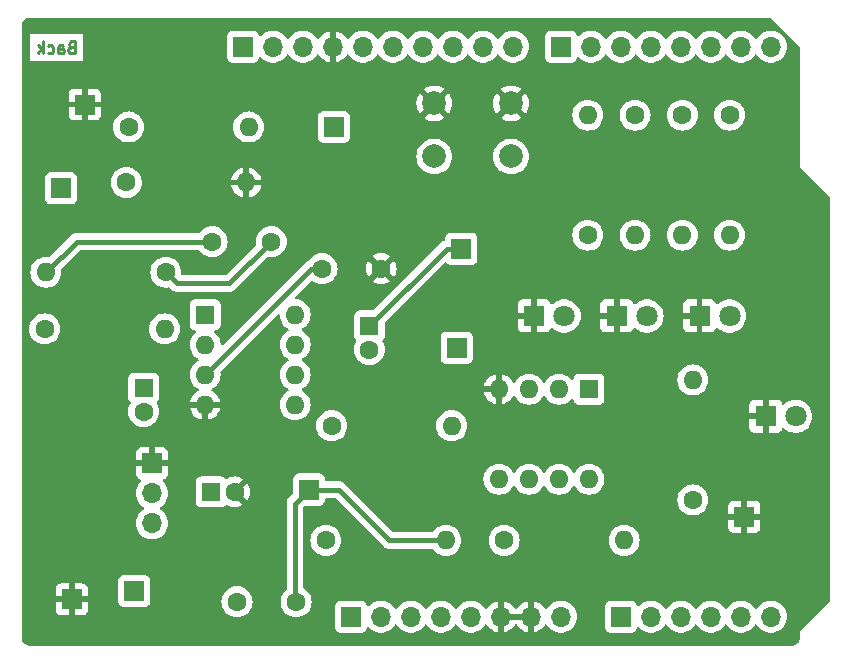
<source format=gbr>
%TF.GenerationSoftware,KiCad,Pcbnew,8.0.1*%
%TF.CreationDate,2024-05-26T17:54:05+02:00*%
%TF.ProjectId,BandPass,42616e64-5061-4737-932e-6b696361645f,v03*%
%TF.SameCoordinates,PX5f5e100PY5f5e100*%
%TF.FileFunction,Copper,L4,Bot*%
%TF.FilePolarity,Positive*%
%FSLAX46Y46*%
G04 Gerber Fmt 4.6, Leading zero omitted, Abs format (unit mm)*
G04 Created by KiCad (PCBNEW 8.0.1) date 2024-05-26 17:54:05*
%MOMM*%
%LPD*%
G01*
G04 APERTURE LIST*
%ADD10C,0.250000*%
%TA.AperFunction,NonConductor*%
%ADD11C,0.250000*%
%TD*%
%TA.AperFunction,ComponentPad*%
%ADD12C,1.600000*%
%TD*%
%TA.AperFunction,ComponentPad*%
%ADD13O,1.600000X1.600000*%
%TD*%
%TA.AperFunction,ComponentPad*%
%ADD14R,1.700000X1.700000*%
%TD*%
%TA.AperFunction,ComponentPad*%
%ADD15R,1.600000X1.600000*%
%TD*%
%TA.AperFunction,ComponentPad*%
%ADD16R,1.800000X1.800000*%
%TD*%
%TA.AperFunction,ComponentPad*%
%ADD17C,1.800000*%
%TD*%
%TA.AperFunction,ComponentPad*%
%ADD18C,2.000000*%
%TD*%
%TA.AperFunction,ComponentPad*%
%ADD19O,1.700000X1.700000*%
%TD*%
%TA.AperFunction,Conductor*%
%ADD20C,0.400000*%
%TD*%
%TA.AperFunction,Conductor*%
%ADD21C,0.250000*%
%TD*%
G04 APERTURE END LIST*
D10*
D11*
X4264098Y50759191D02*
X4121241Y50711572D01*
X4121241Y50711572D02*
X4073622Y50663953D01*
X4073622Y50663953D02*
X4026003Y50568715D01*
X4026003Y50568715D02*
X4026003Y50425858D01*
X4026003Y50425858D02*
X4073622Y50330620D01*
X4073622Y50330620D02*
X4121241Y50283000D01*
X4121241Y50283000D02*
X4216479Y50235381D01*
X4216479Y50235381D02*
X4597431Y50235381D01*
X4597431Y50235381D02*
X4597431Y51235381D01*
X4597431Y51235381D02*
X4264098Y51235381D01*
X4264098Y51235381D02*
X4168860Y51187762D01*
X4168860Y51187762D02*
X4121241Y51140143D01*
X4121241Y51140143D02*
X4073622Y51044905D01*
X4073622Y51044905D02*
X4073622Y50949667D01*
X4073622Y50949667D02*
X4121241Y50854429D01*
X4121241Y50854429D02*
X4168860Y50806810D01*
X4168860Y50806810D02*
X4264098Y50759191D01*
X4264098Y50759191D02*
X4597431Y50759191D01*
X3168860Y50235381D02*
X3168860Y50759191D01*
X3168860Y50759191D02*
X3216479Y50854429D01*
X3216479Y50854429D02*
X3311717Y50902048D01*
X3311717Y50902048D02*
X3502193Y50902048D01*
X3502193Y50902048D02*
X3597431Y50854429D01*
X3168860Y50283000D02*
X3264098Y50235381D01*
X3264098Y50235381D02*
X3502193Y50235381D01*
X3502193Y50235381D02*
X3597431Y50283000D01*
X3597431Y50283000D02*
X3645050Y50378239D01*
X3645050Y50378239D02*
X3645050Y50473477D01*
X3645050Y50473477D02*
X3597431Y50568715D01*
X3597431Y50568715D02*
X3502193Y50616334D01*
X3502193Y50616334D02*
X3264098Y50616334D01*
X3264098Y50616334D02*
X3168860Y50663953D01*
X2264098Y50283000D02*
X2359336Y50235381D01*
X2359336Y50235381D02*
X2549812Y50235381D01*
X2549812Y50235381D02*
X2645050Y50283000D01*
X2645050Y50283000D02*
X2692669Y50330620D01*
X2692669Y50330620D02*
X2740288Y50425858D01*
X2740288Y50425858D02*
X2740288Y50711572D01*
X2740288Y50711572D02*
X2692669Y50806810D01*
X2692669Y50806810D02*
X2645050Y50854429D01*
X2645050Y50854429D02*
X2549812Y50902048D01*
X2549812Y50902048D02*
X2359336Y50902048D01*
X2359336Y50902048D02*
X2264098Y50854429D01*
X1835526Y50235381D02*
X1835526Y51235381D01*
X1740288Y50616334D02*
X1454574Y50235381D01*
X1454574Y50902048D02*
X1835526Y50521096D01*
D12*
%TO.P,R6,1*%
%TO.N,Net-(C5-Pad2)*%
X26320000Y18700000D03*
D13*
%TO.P,R6,2*%
%TO.N,Net-(U2--)*%
X36480000Y18700000D03*
%TD*%
D14*
%TO.P,Gnd2,1,1*%
%TO.N,GND*%
X4300000Y4000000D03*
%TD*%
%TO.P,VD1,1,1*%
%TO.N,Net-(U1-+)*%
X26500000Y44000000D03*
%TD*%
%TO.P,Op2_in1,1,1*%
%TO.N,Net-(U2--)*%
X36900000Y25300000D03*
%TD*%
D15*
%TO.P,C2,1*%
%TO.N,Net-(C2-Pad1)*%
X10400000Y21900000D03*
D12*
%TO.P,C2,2*%
%TO.N,Radar*%
X10400000Y19900000D03*
%TD*%
D16*
%TO.P,D1,1,K*%
%TO.N,GND*%
X63060000Y19500000D03*
D17*
%TO.P,D1,2,A*%
%TO.N,Net-(D1-A)*%
X65600000Y19500000D03*
%TD*%
D14*
%TO.P,Op1_Out1,1,1*%
%TO.N,Net-(C3-Pad2)*%
X37300000Y33700000D03*
%TD*%
D12*
%TO.P,R2,1*%
%TO.N,Net-(U1-+)*%
X8920000Y39300000D03*
D13*
%TO.P,R2,2*%
%TO.N,GND*%
X19080000Y39300000D03*
%TD*%
D12*
%TO.P,C6,1*%
%TO.N,Net-(U2--)*%
X18300000Y3800000D03*
%TO.P,C6,2*%
%TO.N,Net-(C6-Pad2)*%
X23300000Y3800000D03*
%TD*%
%TO.P,R1,1*%
%TO.N,+5V*%
X9120000Y44000000D03*
D13*
%TO.P,R1,2*%
%TO.N,Net-(U1-+)*%
X19280000Y44000000D03*
%TD*%
D12*
%TO.P,R7,1*%
%TO.N,Net-(U2--)*%
X25820000Y9000000D03*
D13*
%TO.P,R7,2*%
%TO.N,Net-(C6-Pad2)*%
X35980000Y9000000D03*
%TD*%
D14*
%TO.P,Gnd1,1,1*%
%TO.N,GND*%
X5400000Y45900000D03*
%TD*%
D15*
%TO.P,U2,1,NC*%
%TO.N,unconnected-(U2-NC-Pad1)*%
X48100000Y21800000D03*
D13*
%TO.P,U2,2,-*%
%TO.N,Net-(U2--)*%
X45560000Y21800000D03*
%TO.P,U2,3,+*%
%TO.N,Net-(U1-+)*%
X43020000Y21800000D03*
%TO.P,U2,4,V-*%
%TO.N,GND*%
X40480000Y21800000D03*
%TO.P,U2,5,NC*%
%TO.N,unconnected-(U2-NC-Pad5)*%
X40480000Y14180000D03*
%TO.P,U2,6*%
%TO.N,Net-(C6-Pad2)*%
X43020000Y14180000D03*
%TO.P,U2,7,V+*%
%TO.N,+5V*%
X45560000Y14180000D03*
%TO.P,U2,8,NC*%
%TO.N,unconnected-(U2-NC-Pad8)*%
X48100000Y14180000D03*
%TD*%
D16*
%TO.P,D4,1,K*%
%TO.N,GND*%
X57460000Y28000000D03*
D17*
%TO.P,D4,2,A*%
%TO.N,Net-(D4-A)*%
X60000000Y28000000D03*
%TD*%
D12*
%TO.P,R8,1*%
%TO.N,Net-(C6-Pad2)*%
X40920000Y9000000D03*
D13*
%TO.P,R8,2*%
%TO.N,VOut*%
X51080000Y9000000D03*
%TD*%
D12*
%TO.P,R10,1*%
%TO.N,LED_Yellowo*%
X56000000Y45000000D03*
D13*
%TO.P,R10,2*%
%TO.N,Net-(D3-A)*%
X56000000Y34840000D03*
%TD*%
D12*
%TO.P,R4,1*%
%TO.N,Net-(U1--)*%
X12280000Y31700000D03*
D13*
%TO.P,R4,2*%
%TO.N,Net-(C3-Pad2)*%
X2120000Y31700000D03*
%TD*%
D14*
%TO.P,Op2_Out1,1,1*%
%TO.N,Net-(C6-Pad2)*%
X24400000Y13300000D03*
%TD*%
D15*
%TO.P,C5,1*%
%TO.N,Net-(C3-Pad2)*%
X29500000Y27155112D03*
D12*
%TO.P,C5,2*%
%TO.N,Net-(C5-Pad2)*%
X29500000Y25155112D03*
%TD*%
D14*
%TO.P,OP1_in1,1,1*%
%TO.N,Net-(U1--)*%
X3400000Y38800000D03*
%TD*%
D12*
%TO.P,R5,1*%
%TO.N,+5V*%
X48000000Y34840000D03*
D13*
%TO.P,R5,2*%
%TO.N,Push_Buttoni*%
X48000000Y45000000D03*
%TD*%
D16*
%TO.P,D2,1,K*%
%TO.N,GND*%
X43460000Y28000000D03*
D17*
%TO.P,D2,2,A*%
%TO.N,Net-(D2-A)*%
X46000000Y28000000D03*
%TD*%
D18*
%TO.P,SW1,1,1*%
%TO.N,GND*%
X35000000Y46000000D03*
X41500000Y46000000D03*
%TO.P,SW1,2,2*%
%TO.N,Push_Buttoni*%
X35000000Y41500000D03*
X41500000Y41500000D03*
%TD*%
D16*
%TO.P,D3,1,K*%
%TO.N,GND*%
X50460000Y28000000D03*
D17*
%TO.P,D3,2,A*%
%TO.N,Net-(D3-A)*%
X53000000Y28000000D03*
%TD*%
D12*
%TO.P,C4,1*%
%TO.N,Net-(U1-+)*%
X25500000Y32000000D03*
%TO.P,C4,2*%
%TO.N,GND*%
X30500000Y32000000D03*
%TD*%
%TO.P,R9,1*%
%TO.N,LED_Redo*%
X52000000Y45000000D03*
D13*
%TO.P,R9,2*%
%TO.N,Net-(D2-A)*%
X52000000Y34840000D03*
%TD*%
D14*
%TO.P,J5,1,Pin_1*%
%TO.N,GND*%
X11100000Y15525000D03*
D19*
%TO.P,J5,2,Pin_2*%
%TO.N,Radar*%
X11100000Y12985000D03*
%TO.P,J5,3,Pin_3*%
%TO.N,+5V*%
X11100000Y10445000D03*
%TD*%
D14*
%TO.P,Gnd3,1,1*%
%TO.N,GND*%
X61250000Y11000000D03*
%TD*%
D12*
%TO.P,R12,1*%
%TO.N,+5V*%
X56900000Y12420000D03*
D13*
%TO.P,R12,2*%
%TO.N,Net-(D1-A)*%
X56900000Y22580000D03*
%TD*%
D12*
%TO.P,C3,1*%
%TO.N,Net-(U1--)*%
X21200000Y34300000D03*
%TO.P,C3,2*%
%TO.N,Net-(C3-Pad2)*%
X16200000Y34300000D03*
%TD*%
%TO.P,R3,1*%
%TO.N,Net-(C2-Pad1)*%
X2020000Y26900000D03*
D13*
%TO.P,R3,2*%
%TO.N,Net-(U1--)*%
X12180000Y26900000D03*
%TD*%
D14*
%TO.P,Vin1,1,1*%
%TO.N,Radar*%
X9600000Y4700000D03*
%TD*%
D12*
%TO.P,R11,1*%
%TO.N,LED_Greeno*%
X60000000Y45000000D03*
D13*
%TO.P,R11,2*%
%TO.N,Net-(D4-A)*%
X60000000Y34840000D03*
%TD*%
D15*
%TO.P,U1,1,NC*%
%TO.N,unconnected-(U1-NC-Pad1)*%
X15600000Y28100000D03*
D13*
%TO.P,U1,2,-*%
%TO.N,Net-(U1--)*%
X15600000Y25560000D03*
%TO.P,U1,3,+*%
%TO.N,Net-(U1-+)*%
X15600000Y23020000D03*
%TO.P,U1,4,V-*%
%TO.N,GND*%
X15600000Y20480000D03*
%TO.P,U1,5,NC*%
%TO.N,unconnected-(U1-NC-Pad5)*%
X23220000Y20480000D03*
%TO.P,U1,6*%
%TO.N,Net-(C3-Pad2)*%
X23220000Y23020000D03*
%TO.P,U1,7,V+*%
%TO.N,+5V*%
X23220000Y25560000D03*
%TO.P,U1,8,NC*%
%TO.N,unconnected-(U1-NC-Pad8)*%
X23220000Y28100000D03*
%TD*%
D15*
%TO.P,C1,1*%
%TO.N,Net-(U1-+)*%
X16100000Y13100000D03*
D12*
%TO.P,C1,2*%
%TO.N,GND*%
X18100000Y13100000D03*
%TD*%
D14*
%TO.P,J1,1,Pin_1*%
%TO.N,unconnected-(J1-Pin_1-Pad1)*%
X27940000Y2540000D03*
D19*
%TO.P,J1,2,Pin_2*%
%TO.N,/IOREF*%
X30480000Y2540000D03*
%TO.P,J1,3,Pin_3*%
%TO.N,/~{RESET}*%
X33020000Y2540000D03*
%TO.P,J1,4,Pin_4*%
%TO.N,unconnected-(J1-Pin_4-Pad4)*%
X35560000Y2540000D03*
%TO.P,J1,5,Pin_5*%
%TO.N,+5V*%
X38100000Y2540000D03*
%TO.P,J1,6,Pin_6*%
%TO.N,GND*%
X40640000Y2540000D03*
%TO.P,J1,7,Pin_7*%
X43180000Y2540000D03*
%TO.P,J1,8,Pin_8*%
%TO.N,unconnected-(J1-Pin_8-Pad8)*%
X45720000Y2540000D03*
%TD*%
D14*
%TO.P,J3,1,Pin_1*%
%TO.N,VOut*%
X50800000Y2540000D03*
D19*
%TO.P,J3,2,Pin_2*%
%TO.N,/A1*%
X53340000Y2540000D03*
%TO.P,J3,3,Pin_3*%
%TO.N,/A2*%
X55880000Y2540000D03*
%TO.P,J3,4,Pin_4*%
%TO.N,/A3*%
X58420000Y2540000D03*
%TO.P,J3,5,Pin_5*%
%TO.N,/SDA{slash}A4*%
X60960000Y2540000D03*
%TO.P,J3,6,Pin_6*%
%TO.N,/SCL{slash}A5*%
X63500000Y2540000D03*
%TD*%
D14*
%TO.P,J2,1,Pin_1*%
%TO.N,unconnected-(J2-Pin_1-Pad1)*%
X18796000Y50800000D03*
D19*
%TO.P,J2,2,Pin_2*%
%TO.N,unconnected-(J2-Pin_2-Pad2)*%
X21336000Y50800000D03*
%TO.P,J2,3,Pin_3*%
%TO.N,/AREF*%
X23876000Y50800000D03*
%TO.P,J2,4,Pin_4*%
%TO.N,GND*%
X26416000Y50800000D03*
%TO.P,J2,5,Pin_5*%
%TO.N,/13*%
X28956000Y50800000D03*
%TO.P,J2,6,Pin_6*%
%TO.N,/12*%
X31496000Y50800000D03*
%TO.P,J2,7,Pin_7*%
%TO.N,/\u002A11*%
X34036000Y50800000D03*
%TO.P,J2,8,Pin_8*%
%TO.N,/\u002A10*%
X36576000Y50800000D03*
%TO.P,J2,9,Pin_9*%
%TO.N,/\u002A9*%
X39116000Y50800000D03*
%TO.P,J2,10,Pin_10*%
%TO.N,/8*%
X41656000Y50800000D03*
%TD*%
D14*
%TO.P,J4,1,Pin_1*%
%TO.N,Push_Buttoni*%
X45720000Y50800000D03*
D19*
%TO.P,J4,2,Pin_2*%
%TO.N,LED_Redo*%
X48260000Y50800000D03*
%TO.P,J4,3,Pin_3*%
%TO.N,LED_Yellowo*%
X50800000Y50800000D03*
%TO.P,J4,4,Pin_4*%
%TO.N,LED_Greeno*%
X53340000Y50800000D03*
%TO.P,J4,5,Pin_5*%
%TO.N,/\u002A3*%
X55880000Y50800000D03*
%TO.P,J4,6,Pin_6*%
%TO.N,/2*%
X58420000Y50800000D03*
%TO.P,J4,7,Pin_7*%
%TO.N,/TX{slash}1*%
X60960000Y50800000D03*
%TO.P,J4,8,Pin_8*%
%TO.N,/RX{slash}0*%
X63500000Y50800000D03*
%TD*%
D20*
%TO.N,Net-(U1-+)*%
X15600000Y23020000D02*
X24580000Y32000000D01*
X24580000Y32000000D02*
X25500000Y32000000D01*
%TO.N,Net-(C3-Pad2)*%
X29500000Y27155112D02*
X36044888Y33700000D01*
X4720000Y34300000D02*
X16200000Y34300000D01*
X2120000Y31700000D02*
X4720000Y34300000D01*
X36044888Y33700000D02*
X37300000Y33700000D01*
%TO.N,Net-(U1--)*%
X21200000Y34300000D02*
X17650000Y30750000D01*
X13230000Y30750000D02*
X12280000Y31700000D01*
X17650000Y30750000D02*
X13230000Y30750000D01*
%TO.N,Net-(C6-Pad2)*%
X31200000Y9000000D02*
X35980000Y9000000D01*
X23200000Y3900000D02*
X23200000Y12100000D01*
X26900000Y13300000D02*
X31200000Y9000000D01*
X24700000Y13300000D02*
X26900000Y13300000D01*
D21*
X23300000Y3800000D02*
X23200000Y3900000D01*
D20*
X23200000Y12100000D02*
X24400000Y13300000D01*
D21*
X24400000Y13300000D02*
X24700000Y13300000D01*
%TD*%
%TA.AperFunction,Conductor*%
%TO.N,GND*%
G36*
X42714075Y2732993D02*
G01*
X42680000Y2605826D01*
X42680000Y2474174D01*
X42714075Y2347007D01*
X42746988Y2290000D01*
X41073012Y2290000D01*
X41105925Y2347007D01*
X41140000Y2474174D01*
X41140000Y2605826D01*
X41105925Y2732993D01*
X41073012Y2790000D01*
X42746988Y2790000D01*
X42714075Y2732993D01*
G37*
%TD.AperFunction*%
%TA.AperFunction,Conductor*%
G36*
X63484404Y53244815D02*
G01*
X63505046Y53228181D01*
X65928181Y50805046D01*
X65961666Y50743723D01*
X65964500Y50717365D01*
X65964500Y40655018D01*
X65964500Y40624982D01*
X65975994Y40597233D01*
X65975995Y40597232D01*
X68468181Y38105046D01*
X68501666Y38043723D01*
X68504500Y38017365D01*
X68504500Y3892636D01*
X68484815Y3825597D01*
X68468181Y3804955D01*
X65997233Y1334006D01*
X65975995Y1312769D01*
X65964500Y1285018D01*
X65964500Y768093D01*
X65963903Y755938D01*
X65952505Y640222D01*
X65947763Y616382D01*
X65917832Y517710D01*
X65915789Y510976D01*
X65906486Y488518D01*
X65854561Y391373D01*
X65841056Y371161D01*
X65771176Y286012D01*
X65753988Y268824D01*
X65668839Y198944D01*
X65648627Y185439D01*
X65551482Y133514D01*
X65529028Y124213D01*
X65487028Y111472D01*
X65423618Y92237D01*
X65399778Y87495D01*
X65291162Y76797D01*
X65284060Y76097D01*
X65271907Y75500D01*
X768093Y75500D01*
X755939Y76097D01*
X747995Y76880D01*
X640221Y87495D01*
X616381Y92237D01*
X599445Y97375D01*
X510968Y124214D01*
X488517Y133514D01*
X391372Y185439D01*
X371160Y198944D01*
X286011Y268824D01*
X268823Y286012D01*
X198943Y371161D01*
X185438Y391373D01*
X133510Y488524D01*
X124215Y510963D01*
X92234Y616388D01*
X87494Y640223D01*
X76097Y755939D01*
X75500Y768093D01*
X75500Y1641346D01*
X26581500Y1641346D01*
X26588011Y1580798D01*
X26588011Y1580796D01*
X26639111Y1443796D01*
X26726739Y1326739D01*
X26843796Y1239111D01*
X26980799Y1188011D01*
X27008050Y1185082D01*
X27041345Y1181501D01*
X27041362Y1181500D01*
X28838638Y1181500D01*
X28838654Y1181501D01*
X28865692Y1184409D01*
X28899201Y1188011D01*
X29036204Y1239111D01*
X29153261Y1326739D01*
X29240889Y1443796D01*
X29286138Y1565113D01*
X29328009Y1621044D01*
X29393474Y1645461D01*
X29461746Y1630609D01*
X29493545Y1605764D01*
X29556760Y1537094D01*
X29734424Y1398811D01*
X29734425Y1398811D01*
X29734427Y1398809D01*
X29861135Y1330239D01*
X29932426Y1291658D01*
X30145365Y1218556D01*
X30367431Y1181500D01*
X30592569Y1181500D01*
X30814635Y1218556D01*
X31027574Y1291658D01*
X31225576Y1398811D01*
X31403240Y1537094D01*
X31524594Y1668918D01*
X31555715Y1702724D01*
X31555715Y1702725D01*
X31555722Y1702732D01*
X31646193Y1841210D01*
X31699338Y1886563D01*
X31768569Y1895987D01*
X31831905Y1866485D01*
X31853804Y1841213D01*
X31944278Y1702732D01*
X31944283Y1702727D01*
X31944284Y1702724D01*
X32070968Y1565111D01*
X32096760Y1537094D01*
X32274424Y1398811D01*
X32274425Y1398811D01*
X32274427Y1398809D01*
X32401135Y1330239D01*
X32472426Y1291658D01*
X32685365Y1218556D01*
X32907431Y1181500D01*
X33132569Y1181500D01*
X33354635Y1218556D01*
X33567574Y1291658D01*
X33765576Y1398811D01*
X33943240Y1537094D01*
X34064594Y1668918D01*
X34095715Y1702724D01*
X34095715Y1702725D01*
X34095722Y1702732D01*
X34186193Y1841210D01*
X34239338Y1886563D01*
X34308569Y1895987D01*
X34371905Y1866485D01*
X34393804Y1841213D01*
X34484278Y1702732D01*
X34484283Y1702727D01*
X34484284Y1702724D01*
X34610968Y1565111D01*
X34636760Y1537094D01*
X34814424Y1398811D01*
X34814425Y1398811D01*
X34814427Y1398809D01*
X34941135Y1330239D01*
X35012426Y1291658D01*
X35225365Y1218556D01*
X35447431Y1181500D01*
X35672569Y1181500D01*
X35894635Y1218556D01*
X36107574Y1291658D01*
X36305576Y1398811D01*
X36483240Y1537094D01*
X36604594Y1668918D01*
X36635715Y1702724D01*
X36635715Y1702725D01*
X36635722Y1702732D01*
X36726193Y1841210D01*
X36779338Y1886563D01*
X36848569Y1895987D01*
X36911905Y1866485D01*
X36933804Y1841213D01*
X37024278Y1702732D01*
X37024283Y1702727D01*
X37024284Y1702724D01*
X37150968Y1565111D01*
X37176760Y1537094D01*
X37354424Y1398811D01*
X37354425Y1398811D01*
X37354427Y1398809D01*
X37481135Y1330239D01*
X37552426Y1291658D01*
X37765365Y1218556D01*
X37987431Y1181500D01*
X38212569Y1181500D01*
X38434635Y1218556D01*
X38647574Y1291658D01*
X38845576Y1398811D01*
X39023240Y1537094D01*
X39144594Y1668918D01*
X39175715Y1702724D01*
X39175715Y1702725D01*
X39175722Y1702732D01*
X39269749Y1846653D01*
X39322894Y1892006D01*
X39392125Y1901430D01*
X39455461Y1871928D01*
X39475130Y1849952D01*
X39601890Y1668922D01*
X39768917Y1501895D01*
X39962421Y1366400D01*
X40176507Y1266571D01*
X40176516Y1266567D01*
X40390000Y1209366D01*
X40390000Y2106988D01*
X40447007Y2074075D01*
X40574174Y2040000D01*
X40705826Y2040000D01*
X40832993Y2074075D01*
X40890000Y2106988D01*
X40890000Y1209367D01*
X41103483Y1266567D01*
X41103492Y1266571D01*
X41317578Y1366400D01*
X41511082Y1501895D01*
X41678105Y1668918D01*
X41808425Y1855032D01*
X41863002Y1898656D01*
X41932501Y1905849D01*
X41994855Y1874327D01*
X42011575Y1855032D01*
X42141894Y1668918D01*
X42308917Y1501895D01*
X42502421Y1366400D01*
X42716507Y1266571D01*
X42716516Y1266567D01*
X42930000Y1209366D01*
X42930000Y2106988D01*
X42987007Y2074075D01*
X43114174Y2040000D01*
X43245826Y2040000D01*
X43372993Y2074075D01*
X43430000Y2106988D01*
X43430000Y1209367D01*
X43643483Y1266567D01*
X43643492Y1266571D01*
X43857578Y1366400D01*
X44051082Y1501895D01*
X44218105Y1668918D01*
X44344868Y1849952D01*
X44399445Y1893577D01*
X44468944Y1900769D01*
X44531298Y1869247D01*
X44550251Y1846650D01*
X44644276Y1702735D01*
X44644284Y1702724D01*
X44770968Y1565111D01*
X44796760Y1537094D01*
X44974424Y1398811D01*
X44974425Y1398811D01*
X44974427Y1398809D01*
X45101135Y1330239D01*
X45172426Y1291658D01*
X45385365Y1218556D01*
X45607431Y1181500D01*
X45832569Y1181500D01*
X46054635Y1218556D01*
X46267574Y1291658D01*
X46465576Y1398811D01*
X46643240Y1537094D01*
X46739212Y1641346D01*
X49441500Y1641346D01*
X49448011Y1580798D01*
X49448011Y1580796D01*
X49499111Y1443796D01*
X49586739Y1326739D01*
X49703796Y1239111D01*
X49840799Y1188011D01*
X49868050Y1185082D01*
X49901345Y1181501D01*
X49901362Y1181500D01*
X51698638Y1181500D01*
X51698654Y1181501D01*
X51725692Y1184409D01*
X51759201Y1188011D01*
X51896204Y1239111D01*
X52013261Y1326739D01*
X52100889Y1443796D01*
X52146138Y1565113D01*
X52188009Y1621044D01*
X52253474Y1645461D01*
X52321746Y1630609D01*
X52353545Y1605764D01*
X52416760Y1537094D01*
X52594424Y1398811D01*
X52594425Y1398811D01*
X52594427Y1398809D01*
X52721135Y1330239D01*
X52792426Y1291658D01*
X53005365Y1218556D01*
X53227431Y1181500D01*
X53452569Y1181500D01*
X53674635Y1218556D01*
X53887574Y1291658D01*
X54085576Y1398811D01*
X54263240Y1537094D01*
X54384594Y1668918D01*
X54415715Y1702724D01*
X54415715Y1702725D01*
X54415722Y1702732D01*
X54506193Y1841210D01*
X54559338Y1886563D01*
X54628569Y1895987D01*
X54691905Y1866485D01*
X54713804Y1841213D01*
X54804278Y1702732D01*
X54804283Y1702727D01*
X54804284Y1702724D01*
X54930968Y1565111D01*
X54956760Y1537094D01*
X55134424Y1398811D01*
X55134425Y1398811D01*
X55134427Y1398809D01*
X55261135Y1330239D01*
X55332426Y1291658D01*
X55545365Y1218556D01*
X55767431Y1181500D01*
X55992569Y1181500D01*
X56214635Y1218556D01*
X56427574Y1291658D01*
X56625576Y1398811D01*
X56803240Y1537094D01*
X56924594Y1668918D01*
X56955715Y1702724D01*
X56955715Y1702725D01*
X56955722Y1702732D01*
X57046193Y1841210D01*
X57099338Y1886563D01*
X57168569Y1895987D01*
X57231905Y1866485D01*
X57253804Y1841213D01*
X57344278Y1702732D01*
X57344283Y1702727D01*
X57344284Y1702724D01*
X57470968Y1565111D01*
X57496760Y1537094D01*
X57674424Y1398811D01*
X57674425Y1398811D01*
X57674427Y1398809D01*
X57801135Y1330239D01*
X57872426Y1291658D01*
X58085365Y1218556D01*
X58307431Y1181500D01*
X58532569Y1181500D01*
X58754635Y1218556D01*
X58967574Y1291658D01*
X59165576Y1398811D01*
X59343240Y1537094D01*
X59464594Y1668918D01*
X59495715Y1702724D01*
X59495715Y1702725D01*
X59495722Y1702732D01*
X59586193Y1841210D01*
X59639338Y1886563D01*
X59708569Y1895987D01*
X59771905Y1866485D01*
X59793804Y1841213D01*
X59884278Y1702732D01*
X59884283Y1702727D01*
X59884284Y1702724D01*
X60010968Y1565111D01*
X60036760Y1537094D01*
X60214424Y1398811D01*
X60214425Y1398811D01*
X60214427Y1398809D01*
X60341135Y1330239D01*
X60412426Y1291658D01*
X60625365Y1218556D01*
X60847431Y1181500D01*
X61072569Y1181500D01*
X61294635Y1218556D01*
X61507574Y1291658D01*
X61705576Y1398811D01*
X61883240Y1537094D01*
X62004594Y1668918D01*
X62035715Y1702724D01*
X62035715Y1702725D01*
X62035722Y1702732D01*
X62126193Y1841210D01*
X62179338Y1886563D01*
X62248569Y1895987D01*
X62311905Y1866485D01*
X62333804Y1841213D01*
X62424278Y1702732D01*
X62424283Y1702727D01*
X62424284Y1702724D01*
X62550968Y1565111D01*
X62576760Y1537094D01*
X62754424Y1398811D01*
X62754425Y1398811D01*
X62754427Y1398809D01*
X62881135Y1330239D01*
X62952426Y1291658D01*
X63165365Y1218556D01*
X63387431Y1181500D01*
X63612569Y1181500D01*
X63834635Y1218556D01*
X64047574Y1291658D01*
X64245576Y1398811D01*
X64423240Y1537094D01*
X64544594Y1668918D01*
X64575715Y1702724D01*
X64575717Y1702727D01*
X64575722Y1702732D01*
X64698860Y1891209D01*
X64789296Y2097384D01*
X64844564Y2315632D01*
X64847164Y2347007D01*
X64863156Y2539995D01*
X64863156Y2540006D01*
X64844565Y2764360D01*
X64844563Y2764372D01*
X64789296Y2982615D01*
X64779071Y3005925D01*
X64698860Y3188791D01*
X64682706Y3213516D01*
X64599090Y3341501D01*
X64575722Y3377268D01*
X64575719Y3377271D01*
X64575715Y3377277D01*
X64423243Y3542903D01*
X64423238Y3542908D01*
X64245577Y3681188D01*
X64245572Y3681192D01*
X64047580Y3788339D01*
X64047577Y3788341D01*
X64047574Y3788342D01*
X64047571Y3788343D01*
X64047569Y3788344D01*
X63834637Y3861444D01*
X63612569Y3898500D01*
X63387431Y3898500D01*
X63165362Y3861444D01*
X62952430Y3788344D01*
X62952419Y3788339D01*
X62754427Y3681192D01*
X62754422Y3681188D01*
X62576761Y3542908D01*
X62576756Y3542903D01*
X62424284Y3377277D01*
X62424276Y3377266D01*
X62333808Y3238794D01*
X62280662Y3193438D01*
X62211431Y3184014D01*
X62148095Y3213516D01*
X62126192Y3238794D01*
X62059090Y3341501D01*
X62035722Y3377268D01*
X62035719Y3377271D01*
X62035715Y3377277D01*
X61883243Y3542903D01*
X61883238Y3542908D01*
X61705577Y3681188D01*
X61705572Y3681192D01*
X61507580Y3788339D01*
X61507577Y3788341D01*
X61507574Y3788342D01*
X61507571Y3788343D01*
X61507569Y3788344D01*
X61294637Y3861444D01*
X61072569Y3898500D01*
X60847431Y3898500D01*
X60625362Y3861444D01*
X60412430Y3788344D01*
X60412419Y3788339D01*
X60214427Y3681192D01*
X60214422Y3681188D01*
X60036761Y3542908D01*
X60036756Y3542903D01*
X59884284Y3377277D01*
X59884276Y3377266D01*
X59793808Y3238794D01*
X59740662Y3193438D01*
X59671431Y3184014D01*
X59608095Y3213516D01*
X59586192Y3238794D01*
X59519090Y3341501D01*
X59495722Y3377268D01*
X59495719Y3377271D01*
X59495715Y3377277D01*
X59343243Y3542903D01*
X59343238Y3542908D01*
X59165577Y3681188D01*
X59165572Y3681192D01*
X58967580Y3788339D01*
X58967577Y3788341D01*
X58967574Y3788342D01*
X58967571Y3788343D01*
X58967569Y3788344D01*
X58754637Y3861444D01*
X58532569Y3898500D01*
X58307431Y3898500D01*
X58085362Y3861444D01*
X57872430Y3788344D01*
X57872419Y3788339D01*
X57674427Y3681192D01*
X57674422Y3681188D01*
X57496761Y3542908D01*
X57496756Y3542903D01*
X57344284Y3377277D01*
X57344276Y3377266D01*
X57253808Y3238794D01*
X57200662Y3193438D01*
X57131431Y3184014D01*
X57068095Y3213516D01*
X57046192Y3238794D01*
X56979090Y3341501D01*
X56955722Y3377268D01*
X56955719Y3377271D01*
X56955715Y3377277D01*
X56803243Y3542903D01*
X56803238Y3542908D01*
X56625577Y3681188D01*
X56625572Y3681192D01*
X56427580Y3788339D01*
X56427577Y3788341D01*
X56427574Y3788342D01*
X56427571Y3788343D01*
X56427569Y3788344D01*
X56214637Y3861444D01*
X55992569Y3898500D01*
X55767431Y3898500D01*
X55545362Y3861444D01*
X55332430Y3788344D01*
X55332419Y3788339D01*
X55134427Y3681192D01*
X55134422Y3681188D01*
X54956761Y3542908D01*
X54956756Y3542903D01*
X54804284Y3377277D01*
X54804276Y3377266D01*
X54713808Y3238794D01*
X54660662Y3193438D01*
X54591431Y3184014D01*
X54528095Y3213516D01*
X54506192Y3238794D01*
X54439090Y3341501D01*
X54415722Y3377268D01*
X54415719Y3377271D01*
X54415715Y3377277D01*
X54263243Y3542903D01*
X54263238Y3542908D01*
X54085577Y3681188D01*
X54085572Y3681192D01*
X53887580Y3788339D01*
X53887577Y3788341D01*
X53887574Y3788342D01*
X53887571Y3788343D01*
X53887569Y3788344D01*
X53674637Y3861444D01*
X53452569Y3898500D01*
X53227431Y3898500D01*
X53005362Y3861444D01*
X52792430Y3788344D01*
X52792419Y3788339D01*
X52594427Y3681192D01*
X52594422Y3681188D01*
X52416761Y3542908D01*
X52353548Y3474240D01*
X52293661Y3438250D01*
X52223823Y3440351D01*
X52166207Y3479876D01*
X52146138Y3514890D01*
X52100889Y3636204D01*
X52067214Y3681188D01*
X52013261Y3753261D01*
X51896204Y3840889D01*
X51895172Y3841274D01*
X51759203Y3891989D01*
X51698654Y3898500D01*
X51698638Y3898500D01*
X49901362Y3898500D01*
X49901345Y3898500D01*
X49840797Y3891989D01*
X49840795Y3891989D01*
X49703795Y3840889D01*
X49586739Y3753261D01*
X49499111Y3636205D01*
X49448011Y3499205D01*
X49448011Y3499203D01*
X49441500Y3438655D01*
X49441500Y1641346D01*
X46739212Y1641346D01*
X46764594Y1668918D01*
X46795715Y1702724D01*
X46795717Y1702727D01*
X46795722Y1702732D01*
X46918860Y1891209D01*
X47009296Y2097384D01*
X47064564Y2315632D01*
X47067164Y2347007D01*
X47083156Y2539995D01*
X47083156Y2540006D01*
X47064565Y2764360D01*
X47064563Y2764372D01*
X47009296Y2982615D01*
X46999071Y3005925D01*
X46918860Y3188791D01*
X46902706Y3213516D01*
X46819090Y3341501D01*
X46795722Y3377268D01*
X46795719Y3377271D01*
X46795715Y3377277D01*
X46643243Y3542903D01*
X46643238Y3542908D01*
X46465577Y3681188D01*
X46465572Y3681192D01*
X46267580Y3788339D01*
X46267577Y3788341D01*
X46267574Y3788342D01*
X46267571Y3788343D01*
X46267569Y3788344D01*
X46054637Y3861444D01*
X45832569Y3898500D01*
X45607431Y3898500D01*
X45385362Y3861444D01*
X45172430Y3788344D01*
X45172419Y3788339D01*
X44974427Y3681192D01*
X44974422Y3681188D01*
X44796761Y3542908D01*
X44796756Y3542903D01*
X44644284Y3377277D01*
X44644276Y3377266D01*
X44550251Y3233350D01*
X44497105Y3187993D01*
X44427873Y3178570D01*
X44364538Y3208072D01*
X44344868Y3230049D01*
X44218113Y3411074D01*
X44218108Y3411080D01*
X44051082Y3578106D01*
X43857578Y3713601D01*
X43643492Y3813430D01*
X43643486Y3813433D01*
X43430000Y3870636D01*
X43430000Y2973012D01*
X43372993Y3005925D01*
X43245826Y3040000D01*
X43114174Y3040000D01*
X42987007Y3005925D01*
X42930000Y2973012D01*
X42930000Y3870636D01*
X42929999Y3870636D01*
X42716513Y3813433D01*
X42716507Y3813430D01*
X42502422Y3713601D01*
X42502420Y3713600D01*
X42308926Y3578114D01*
X42308920Y3578109D01*
X42141891Y3411080D01*
X42141890Y3411078D01*
X42011575Y3224969D01*
X41956998Y3181345D01*
X41887499Y3174152D01*
X41825145Y3205674D01*
X41808425Y3224969D01*
X41678109Y3411078D01*
X41678108Y3411080D01*
X41511082Y3578106D01*
X41317578Y3713601D01*
X41103492Y3813430D01*
X41103486Y3813433D01*
X40890000Y3870636D01*
X40890000Y2973012D01*
X40832993Y3005925D01*
X40705826Y3040000D01*
X40574174Y3040000D01*
X40447007Y3005925D01*
X40390000Y2973012D01*
X40390000Y3870636D01*
X40389999Y3870636D01*
X40176513Y3813433D01*
X40176507Y3813430D01*
X39962422Y3713601D01*
X39962420Y3713600D01*
X39768926Y3578114D01*
X39768920Y3578109D01*
X39601891Y3411080D01*
X39601890Y3411078D01*
X39475131Y3230048D01*
X39420554Y3186423D01*
X39351055Y3179231D01*
X39288701Y3210753D01*
X39269752Y3233344D01*
X39175722Y3377268D01*
X39175715Y3377275D01*
X39175715Y3377277D01*
X39023243Y3542903D01*
X39023238Y3542908D01*
X38845577Y3681188D01*
X38845572Y3681192D01*
X38647580Y3788339D01*
X38647577Y3788341D01*
X38647574Y3788342D01*
X38647571Y3788343D01*
X38647569Y3788344D01*
X38434637Y3861444D01*
X38212569Y3898500D01*
X37987431Y3898500D01*
X37765362Y3861444D01*
X37552430Y3788344D01*
X37552419Y3788339D01*
X37354427Y3681192D01*
X37354422Y3681188D01*
X37176761Y3542908D01*
X37176756Y3542903D01*
X37024284Y3377277D01*
X37024276Y3377266D01*
X36933808Y3238794D01*
X36880662Y3193438D01*
X36811431Y3184014D01*
X36748095Y3213516D01*
X36726192Y3238794D01*
X36659090Y3341501D01*
X36635722Y3377268D01*
X36635719Y3377271D01*
X36635715Y3377277D01*
X36483243Y3542903D01*
X36483238Y3542908D01*
X36305577Y3681188D01*
X36305572Y3681192D01*
X36107580Y3788339D01*
X36107577Y3788341D01*
X36107574Y3788342D01*
X36107571Y3788343D01*
X36107569Y3788344D01*
X35894637Y3861444D01*
X35672569Y3898500D01*
X35447431Y3898500D01*
X35225362Y3861444D01*
X35012430Y3788344D01*
X35012419Y3788339D01*
X34814427Y3681192D01*
X34814422Y3681188D01*
X34636761Y3542908D01*
X34636756Y3542903D01*
X34484284Y3377277D01*
X34484276Y3377266D01*
X34393808Y3238794D01*
X34340662Y3193438D01*
X34271431Y3184014D01*
X34208095Y3213516D01*
X34186192Y3238794D01*
X34119090Y3341501D01*
X34095722Y3377268D01*
X34095719Y3377271D01*
X34095715Y3377277D01*
X33943243Y3542903D01*
X33943238Y3542908D01*
X33765577Y3681188D01*
X33765572Y3681192D01*
X33567580Y3788339D01*
X33567577Y3788341D01*
X33567574Y3788342D01*
X33567571Y3788343D01*
X33567569Y3788344D01*
X33354637Y3861444D01*
X33132569Y3898500D01*
X32907431Y3898500D01*
X32685362Y3861444D01*
X32472430Y3788344D01*
X32472419Y3788339D01*
X32274427Y3681192D01*
X32274422Y3681188D01*
X32096761Y3542908D01*
X32096756Y3542903D01*
X31944284Y3377277D01*
X31944276Y3377266D01*
X31853808Y3238794D01*
X31800662Y3193438D01*
X31731431Y3184014D01*
X31668095Y3213516D01*
X31646192Y3238794D01*
X31579090Y3341501D01*
X31555722Y3377268D01*
X31555719Y3377271D01*
X31555715Y3377277D01*
X31403243Y3542903D01*
X31403238Y3542908D01*
X31225577Y3681188D01*
X31225572Y3681192D01*
X31027580Y3788339D01*
X31027577Y3788341D01*
X31027574Y3788342D01*
X31027571Y3788343D01*
X31027569Y3788344D01*
X30814637Y3861444D01*
X30592569Y3898500D01*
X30367431Y3898500D01*
X30145362Y3861444D01*
X29932430Y3788344D01*
X29932419Y3788339D01*
X29734427Y3681192D01*
X29734422Y3681188D01*
X29556761Y3542908D01*
X29493548Y3474240D01*
X29433661Y3438250D01*
X29363823Y3440351D01*
X29306207Y3479876D01*
X29286138Y3514890D01*
X29240889Y3636204D01*
X29207214Y3681188D01*
X29153261Y3753261D01*
X29036204Y3840889D01*
X29035172Y3841274D01*
X28899203Y3891989D01*
X28838654Y3898500D01*
X28838638Y3898500D01*
X27041362Y3898500D01*
X27041345Y3898500D01*
X26980797Y3891989D01*
X26980795Y3891989D01*
X26843795Y3840889D01*
X26726739Y3753261D01*
X26639111Y3636205D01*
X26588011Y3499205D01*
X26588011Y3499203D01*
X26581500Y3438655D01*
X26581500Y1641346D01*
X75500Y1641346D01*
X75500Y3102156D01*
X2950000Y3102156D01*
X2956401Y3042628D01*
X2956403Y3042621D01*
X3006645Y2907914D01*
X3006649Y2907907D01*
X3092809Y2792813D01*
X3092812Y2792810D01*
X3207906Y2706650D01*
X3207913Y2706646D01*
X3342620Y2656404D01*
X3342627Y2656402D01*
X3402155Y2650001D01*
X3402172Y2650000D01*
X4050000Y2650000D01*
X4050000Y3566988D01*
X4107007Y3534075D01*
X4234174Y3500000D01*
X4365826Y3500000D01*
X4492993Y3534075D01*
X4550000Y3566988D01*
X4550000Y2650000D01*
X5197828Y2650000D01*
X5197844Y2650001D01*
X5257372Y2656402D01*
X5257379Y2656404D01*
X5392086Y2706646D01*
X5392093Y2706650D01*
X5507187Y2792810D01*
X5507190Y2792813D01*
X5593350Y2907907D01*
X5593354Y2907914D01*
X5643596Y3042621D01*
X5643598Y3042628D01*
X5649999Y3102156D01*
X5650000Y3102173D01*
X5650000Y3750000D01*
X4733012Y3750000D01*
X4762657Y3801346D01*
X8241500Y3801346D01*
X8248011Y3740798D01*
X8248011Y3740796D01*
X8287023Y3636205D01*
X8299111Y3603796D01*
X8386739Y3486739D01*
X8503796Y3399111D01*
X8640799Y3348011D01*
X8668050Y3345082D01*
X8701345Y3341501D01*
X8701362Y3341500D01*
X10498638Y3341500D01*
X10498654Y3341501D01*
X10525692Y3344409D01*
X10559201Y3348011D01*
X10696204Y3399111D01*
X10813261Y3486739D01*
X10900889Y3603796D01*
X10951989Y3740799D01*
X10957100Y3788339D01*
X10958354Y3799999D01*
X16986502Y3799999D01*
X17006456Y3571919D01*
X17006457Y3571911D01*
X17065714Y3350762D01*
X17065718Y3350751D01*
X17162475Y3143255D01*
X17162477Y3143251D01*
X17293802Y2955700D01*
X17455700Y2793802D01*
X17643251Y2662477D01*
X17764740Y2605826D01*
X17850750Y2565719D01*
X17850752Y2565719D01*
X17850757Y2565716D01*
X18071913Y2506457D01*
X18234832Y2492204D01*
X18299998Y2486502D01*
X18300000Y2486502D01*
X18300002Y2486502D01*
X18357021Y2491491D01*
X18528087Y2506457D01*
X18749243Y2565716D01*
X18956749Y2662477D01*
X19144300Y2793802D01*
X19306198Y2955700D01*
X19437523Y3143251D01*
X19534284Y3350757D01*
X19593543Y3571913D01*
X19613498Y3799999D01*
X21986502Y3799999D01*
X22006456Y3571919D01*
X22006457Y3571911D01*
X22065714Y3350762D01*
X22065718Y3350751D01*
X22162475Y3143255D01*
X22162477Y3143251D01*
X22293802Y2955700D01*
X22455700Y2793802D01*
X22643251Y2662477D01*
X22764740Y2605826D01*
X22850750Y2565719D01*
X22850752Y2565719D01*
X22850757Y2565716D01*
X23071913Y2506457D01*
X23234832Y2492204D01*
X23299998Y2486502D01*
X23300000Y2486502D01*
X23300002Y2486502D01*
X23357021Y2491491D01*
X23528087Y2506457D01*
X23749243Y2565716D01*
X23956749Y2662477D01*
X24144300Y2793802D01*
X24306198Y2955700D01*
X24437523Y3143251D01*
X24534284Y3350757D01*
X24593543Y3571913D01*
X24613498Y3800000D01*
X24613064Y3804955D01*
X24593543Y4028082D01*
X24593543Y4028087D01*
X24534284Y4249243D01*
X24437523Y4456749D01*
X24306198Y4644300D01*
X24144300Y4806198D01*
X23961376Y4934284D01*
X23917751Y4988861D01*
X23908500Y5035858D01*
X23908500Y8999999D01*
X24506502Y8999999D01*
X24526456Y8771919D01*
X24526457Y8771911D01*
X24585714Y8550762D01*
X24585718Y8550751D01*
X24632851Y8449675D01*
X24682477Y8343251D01*
X24813802Y8155700D01*
X24975700Y7993802D01*
X25163251Y7862477D01*
X25288091Y7804264D01*
X25370750Y7765719D01*
X25370752Y7765719D01*
X25370757Y7765716D01*
X25591913Y7706457D01*
X25754832Y7692204D01*
X25819998Y7686502D01*
X25820000Y7686502D01*
X25820002Y7686502D01*
X25877021Y7691491D01*
X26048087Y7706457D01*
X26269243Y7765716D01*
X26476749Y7862477D01*
X26664300Y7993802D01*
X26826198Y8155700D01*
X26957523Y8343251D01*
X27054284Y8550757D01*
X27113543Y8771913D01*
X27133498Y9000000D01*
X27113543Y9228087D01*
X27054284Y9449243D01*
X26957523Y9656749D01*
X26826198Y9844300D01*
X26664300Y10006198D01*
X26476749Y10137523D01*
X26476745Y10137525D01*
X26269249Y10234282D01*
X26269238Y10234286D01*
X26048089Y10293543D01*
X26048081Y10293544D01*
X25820002Y10313498D01*
X25819998Y10313498D01*
X25591918Y10293544D01*
X25591910Y10293543D01*
X25370761Y10234286D01*
X25370750Y10234282D01*
X25163254Y10137525D01*
X25163252Y10137524D01*
X25163251Y10137523D01*
X24975700Y10006198D01*
X24975698Y10006197D01*
X24975695Y10006194D01*
X24813806Y9844305D01*
X24813803Y9844302D01*
X24813802Y9844300D01*
X24732497Y9728185D01*
X24682476Y9656748D01*
X24682475Y9656746D01*
X24585718Y9449250D01*
X24585714Y9449239D01*
X24526457Y9228090D01*
X24526456Y9228082D01*
X24506502Y9000002D01*
X24506502Y8999999D01*
X23908500Y8999999D01*
X23908500Y11755167D01*
X23928185Y11822206D01*
X23944819Y11842848D01*
X24007152Y11905181D01*
X24068475Y11938666D01*
X24094833Y11941500D01*
X25298638Y11941500D01*
X25298654Y11941501D01*
X25325692Y11944409D01*
X25359201Y11948011D01*
X25496204Y11999111D01*
X25613261Y12086739D01*
X25700889Y12203796D01*
X25751989Y12340799D01*
X25755615Y12374529D01*
X25758499Y12401346D01*
X25758500Y12401363D01*
X25758500Y12467500D01*
X25778185Y12534539D01*
X25830989Y12580294D01*
X25882500Y12591500D01*
X26555167Y12591500D01*
X26622206Y12571815D01*
X26642848Y12555181D01*
X30748353Y8449675D01*
X30748356Y8449672D01*
X30864398Y8372136D01*
X30864399Y8372135D01*
X30917804Y8350015D01*
X30917806Y8350014D01*
X30917807Y8350014D01*
X30993338Y8318727D01*
X31016177Y8314184D01*
X31110741Y8295374D01*
X31121859Y8293163D01*
X31130218Y8291500D01*
X31130219Y8291500D01*
X34814164Y8291500D01*
X34881203Y8271815D01*
X34915738Y8238624D01*
X34973802Y8155700D01*
X35135700Y7993802D01*
X35323251Y7862477D01*
X35448091Y7804264D01*
X35530750Y7765719D01*
X35530752Y7765719D01*
X35530757Y7765716D01*
X35751913Y7706457D01*
X35914832Y7692204D01*
X35979998Y7686502D01*
X35980000Y7686502D01*
X35980002Y7686502D01*
X36037021Y7691491D01*
X36208087Y7706457D01*
X36429243Y7765716D01*
X36636749Y7862477D01*
X36824300Y7993802D01*
X36986198Y8155700D01*
X37117523Y8343251D01*
X37214284Y8550757D01*
X37273543Y8771913D01*
X37293498Y8999999D01*
X39606502Y8999999D01*
X39626456Y8771919D01*
X39626457Y8771911D01*
X39685714Y8550762D01*
X39685718Y8550751D01*
X39732851Y8449675D01*
X39782477Y8343251D01*
X39913802Y8155700D01*
X40075700Y7993802D01*
X40263251Y7862477D01*
X40388091Y7804264D01*
X40470750Y7765719D01*
X40470752Y7765719D01*
X40470757Y7765716D01*
X40691913Y7706457D01*
X40854832Y7692204D01*
X40919998Y7686502D01*
X40920000Y7686502D01*
X40920002Y7686502D01*
X40977021Y7691491D01*
X41148087Y7706457D01*
X41369243Y7765716D01*
X41576749Y7862477D01*
X41764300Y7993802D01*
X41926198Y8155700D01*
X42057523Y8343251D01*
X42154284Y8550757D01*
X42213543Y8771913D01*
X42233498Y8999999D01*
X49766502Y8999999D01*
X49786456Y8771919D01*
X49786457Y8771911D01*
X49845714Y8550762D01*
X49845718Y8550751D01*
X49892851Y8449675D01*
X49942477Y8343251D01*
X50073802Y8155700D01*
X50235700Y7993802D01*
X50423251Y7862477D01*
X50548091Y7804264D01*
X50630750Y7765719D01*
X50630752Y7765719D01*
X50630757Y7765716D01*
X50851913Y7706457D01*
X51014832Y7692204D01*
X51079998Y7686502D01*
X51080000Y7686502D01*
X51080002Y7686502D01*
X51137021Y7691491D01*
X51308087Y7706457D01*
X51529243Y7765716D01*
X51736749Y7862477D01*
X51924300Y7993802D01*
X52086198Y8155700D01*
X52217523Y8343251D01*
X52314284Y8550757D01*
X52373543Y8771913D01*
X52393498Y9000000D01*
X52373543Y9228087D01*
X52314284Y9449243D01*
X52217523Y9656749D01*
X52086198Y9844300D01*
X51924300Y10006198D01*
X51787258Y10102156D01*
X59900000Y10102156D01*
X59906401Y10042628D01*
X59906403Y10042621D01*
X59956645Y9907914D01*
X59956649Y9907907D01*
X60042809Y9792813D01*
X60042812Y9792810D01*
X60157906Y9706650D01*
X60157913Y9706646D01*
X60292620Y9656404D01*
X60292627Y9656402D01*
X60352155Y9650001D01*
X60352172Y9650000D01*
X61000000Y9650000D01*
X61000000Y10566988D01*
X61057007Y10534075D01*
X61184174Y10500000D01*
X61315826Y10500000D01*
X61442993Y10534075D01*
X61500000Y10566988D01*
X61500000Y9650000D01*
X62147828Y9650000D01*
X62147844Y9650001D01*
X62207372Y9656402D01*
X62207379Y9656404D01*
X62342086Y9706646D01*
X62342093Y9706650D01*
X62457187Y9792810D01*
X62457190Y9792813D01*
X62543350Y9907907D01*
X62543354Y9907914D01*
X62593596Y10042621D01*
X62593598Y10042628D01*
X62599999Y10102156D01*
X62600000Y10102173D01*
X62600000Y10750000D01*
X61683012Y10750000D01*
X61715925Y10807007D01*
X61750000Y10934174D01*
X61750000Y11065826D01*
X61715925Y11192993D01*
X61683012Y11250000D01*
X62600000Y11250000D01*
X62600000Y11897828D01*
X62599999Y11897845D01*
X62593598Y11957373D01*
X62593596Y11957380D01*
X62543354Y12092087D01*
X62543350Y12092094D01*
X62457190Y12207188D01*
X62457187Y12207191D01*
X62342093Y12293351D01*
X62342086Y12293355D01*
X62207379Y12343597D01*
X62207372Y12343599D01*
X62147844Y12350000D01*
X61500000Y12350000D01*
X61500000Y11433012D01*
X61442993Y11465925D01*
X61315826Y11500000D01*
X61184174Y11500000D01*
X61057007Y11465925D01*
X61000000Y11433012D01*
X61000000Y12350000D01*
X60352155Y12350000D01*
X60292627Y12343599D01*
X60292620Y12343597D01*
X60157913Y12293355D01*
X60157906Y12293351D01*
X60042812Y12207191D01*
X60042809Y12207188D01*
X59956649Y12092094D01*
X59956645Y12092087D01*
X59906403Y11957380D01*
X59906401Y11957373D01*
X59900000Y11897845D01*
X59900000Y11250000D01*
X60816988Y11250000D01*
X60784075Y11192993D01*
X60750000Y11065826D01*
X60750000Y10934174D01*
X60784075Y10807007D01*
X60816988Y10750000D01*
X59900000Y10750000D01*
X59900000Y10102156D01*
X51787258Y10102156D01*
X51736749Y10137523D01*
X51736745Y10137525D01*
X51529249Y10234282D01*
X51529238Y10234286D01*
X51308089Y10293543D01*
X51308081Y10293544D01*
X51080002Y10313498D01*
X51079998Y10313498D01*
X50851918Y10293544D01*
X50851910Y10293543D01*
X50630761Y10234286D01*
X50630750Y10234282D01*
X50423254Y10137525D01*
X50423252Y10137524D01*
X50423251Y10137523D01*
X50235700Y10006198D01*
X50235698Y10006197D01*
X50235695Y10006194D01*
X50073806Y9844305D01*
X50073803Y9844302D01*
X50073802Y9844300D01*
X49992497Y9728185D01*
X49942476Y9656748D01*
X49942475Y9656746D01*
X49845718Y9449250D01*
X49845714Y9449239D01*
X49786457Y9228090D01*
X49786456Y9228082D01*
X49766502Y9000002D01*
X49766502Y8999999D01*
X42233498Y8999999D01*
X42233498Y9000000D01*
X42213543Y9228087D01*
X42154284Y9449243D01*
X42057523Y9656749D01*
X41926198Y9844300D01*
X41764300Y10006198D01*
X41576749Y10137523D01*
X41576745Y10137525D01*
X41369249Y10234282D01*
X41369238Y10234286D01*
X41148089Y10293543D01*
X41148081Y10293544D01*
X40920002Y10313498D01*
X40919998Y10313498D01*
X40691918Y10293544D01*
X40691910Y10293543D01*
X40470761Y10234286D01*
X40470750Y10234282D01*
X40263254Y10137525D01*
X40263252Y10137524D01*
X40263251Y10137523D01*
X40075700Y10006198D01*
X40075698Y10006197D01*
X40075695Y10006194D01*
X39913806Y9844305D01*
X39913803Y9844302D01*
X39913802Y9844300D01*
X39832497Y9728185D01*
X39782476Y9656748D01*
X39782475Y9656746D01*
X39685718Y9449250D01*
X39685714Y9449239D01*
X39626457Y9228090D01*
X39626456Y9228082D01*
X39606502Y9000002D01*
X39606502Y8999999D01*
X37293498Y8999999D01*
X37293498Y9000000D01*
X37273543Y9228087D01*
X37214284Y9449243D01*
X37117523Y9656749D01*
X36986198Y9844300D01*
X36824300Y10006198D01*
X36636749Y10137523D01*
X36636745Y10137525D01*
X36429249Y10234282D01*
X36429238Y10234286D01*
X36208089Y10293543D01*
X36208081Y10293544D01*
X35980002Y10313498D01*
X35979998Y10313498D01*
X35751918Y10293544D01*
X35751910Y10293543D01*
X35530761Y10234286D01*
X35530750Y10234282D01*
X35323254Y10137525D01*
X35323252Y10137524D01*
X35323251Y10137523D01*
X35135700Y10006198D01*
X35135698Y10006197D01*
X35135695Y10006194D01*
X34973803Y9844302D01*
X34915739Y9761377D01*
X34861163Y9717752D01*
X34814164Y9708500D01*
X31544833Y9708500D01*
X31477794Y9728185D01*
X31457152Y9744819D01*
X28781973Y12419999D01*
X55586502Y12419999D01*
X55606456Y12191919D01*
X55606457Y12191911D01*
X55665714Y11970762D01*
X55665718Y11970751D01*
X55734124Y11824054D01*
X55762477Y11763251D01*
X55893802Y11575700D01*
X56055700Y11413802D01*
X56243251Y11282477D01*
X56312899Y11250000D01*
X56450750Y11185719D01*
X56450752Y11185719D01*
X56450757Y11185716D01*
X56671913Y11126457D01*
X56834832Y11112204D01*
X56899998Y11106502D01*
X56900000Y11106502D01*
X56900002Y11106502D01*
X56957021Y11111491D01*
X57128087Y11126457D01*
X57349243Y11185716D01*
X57556749Y11282477D01*
X57744300Y11413802D01*
X57906198Y11575700D01*
X58037523Y11763251D01*
X58134284Y11970757D01*
X58193543Y12191913D01*
X58211867Y12401362D01*
X58213498Y12419999D01*
X58213498Y12420002D01*
X58202791Y12542384D01*
X58193543Y12648087D01*
X58134284Y12869243D01*
X58116606Y12907153D01*
X58067567Y13012319D01*
X58037523Y13076749D01*
X57906198Y13264300D01*
X57744300Y13426198D01*
X57556749Y13557523D01*
X57537830Y13566345D01*
X57349249Y13654282D01*
X57349238Y13654286D01*
X57128089Y13713543D01*
X57128081Y13713544D01*
X56900002Y13733498D01*
X56899998Y13733498D01*
X56671918Y13713544D01*
X56671910Y13713543D01*
X56450761Y13654286D01*
X56450750Y13654282D01*
X56243254Y13557525D01*
X56243252Y13557524D01*
X56194306Y13523251D01*
X56055700Y13426198D01*
X56055698Y13426197D01*
X56055695Y13426194D01*
X55893806Y13264305D01*
X55893803Y13264302D01*
X55893802Y13264300D01*
X55815631Y13152661D01*
X55762476Y13076748D01*
X55762475Y13076746D01*
X55665718Y12869250D01*
X55665714Y12869239D01*
X55606457Y12648090D01*
X55606456Y12648082D01*
X55586502Y12420002D01*
X55586502Y12419999D01*
X28781973Y12419999D01*
X27351646Y13850326D01*
X27351642Y13850329D01*
X27235604Y13927864D01*
X27235601Y13927865D01*
X27125217Y13973587D01*
X27106662Y13981273D01*
X27038221Y13994887D01*
X26969785Y14008500D01*
X26969782Y14008500D01*
X26969781Y14008500D01*
X25882500Y14008500D01*
X25815461Y14028185D01*
X25769706Y14080989D01*
X25758500Y14132500D01*
X25758500Y14179999D01*
X39166502Y14179999D01*
X39186456Y13951919D01*
X39186457Y13951911D01*
X39245714Y13730762D01*
X39245718Y13730751D01*
X39322382Y13566345D01*
X39342477Y13523251D01*
X39473802Y13335700D01*
X39635700Y13173802D01*
X39823251Y13042477D01*
X39946499Y12985006D01*
X40030750Y12945719D01*
X40030752Y12945719D01*
X40030757Y12945716D01*
X40251913Y12886457D01*
X40401144Y12873401D01*
X40479998Y12866502D01*
X40480000Y12866502D01*
X40480002Y12866502D01*
X40558730Y12873390D01*
X40708087Y12886457D01*
X40929243Y12945716D01*
X41136749Y13042477D01*
X41324300Y13173802D01*
X41486198Y13335700D01*
X41617523Y13523251D01*
X41637618Y13566345D01*
X41683790Y13618785D01*
X41750983Y13637937D01*
X41817864Y13617722D01*
X41862382Y13566345D01*
X41882477Y13523251D01*
X42013802Y13335700D01*
X42175700Y13173802D01*
X42363251Y13042477D01*
X42486499Y12985006D01*
X42570750Y12945719D01*
X42570752Y12945719D01*
X42570757Y12945716D01*
X42791913Y12886457D01*
X42941144Y12873401D01*
X43019998Y12866502D01*
X43020000Y12866502D01*
X43020002Y12866502D01*
X43098730Y12873390D01*
X43248087Y12886457D01*
X43469243Y12945716D01*
X43676749Y13042477D01*
X43864300Y13173802D01*
X44026198Y13335700D01*
X44157523Y13523251D01*
X44177618Y13566345D01*
X44223790Y13618785D01*
X44290983Y13637937D01*
X44357864Y13617722D01*
X44402382Y13566345D01*
X44422477Y13523251D01*
X44553802Y13335700D01*
X44715700Y13173802D01*
X44903251Y13042477D01*
X45026499Y12985006D01*
X45110750Y12945719D01*
X45110752Y12945719D01*
X45110757Y12945716D01*
X45331913Y12886457D01*
X45481144Y12873401D01*
X45559998Y12866502D01*
X45560000Y12866502D01*
X45560002Y12866502D01*
X45638730Y12873390D01*
X45788087Y12886457D01*
X46009243Y12945716D01*
X46216749Y13042477D01*
X46404300Y13173802D01*
X46566198Y13335700D01*
X46697523Y13523251D01*
X46717618Y13566345D01*
X46763790Y13618785D01*
X46830983Y13637937D01*
X46897864Y13617722D01*
X46942382Y13566345D01*
X46962477Y13523251D01*
X47093802Y13335700D01*
X47255700Y13173802D01*
X47443251Y13042477D01*
X47566499Y12985006D01*
X47650750Y12945719D01*
X47650752Y12945719D01*
X47650757Y12945716D01*
X47871913Y12886457D01*
X48021144Y12873401D01*
X48099998Y12866502D01*
X48100000Y12866502D01*
X48100002Y12866502D01*
X48178730Y12873390D01*
X48328087Y12886457D01*
X48549243Y12945716D01*
X48756749Y13042477D01*
X48944300Y13173802D01*
X49106198Y13335700D01*
X49237523Y13523251D01*
X49334284Y13730757D01*
X49393543Y13951913D01*
X49413498Y14180000D01*
X49411867Y14198638D01*
X49406214Y14263261D01*
X49393543Y14408087D01*
X49334284Y14629243D01*
X49323677Y14651989D01*
X49237524Y14836746D01*
X49237523Y14836748D01*
X49237523Y14836749D01*
X49106198Y15024300D01*
X48944300Y15186198D01*
X48756749Y15317523D01*
X48725688Y15332007D01*
X48549249Y15414282D01*
X48549238Y15414286D01*
X48328089Y15473543D01*
X48328081Y15473544D01*
X48100002Y15493498D01*
X48099998Y15493498D01*
X47871918Y15473544D01*
X47871910Y15473543D01*
X47650761Y15414286D01*
X47650750Y15414282D01*
X47443254Y15317525D01*
X47443252Y15317524D01*
X47443251Y15317523D01*
X47255700Y15186198D01*
X47255698Y15186197D01*
X47255695Y15186194D01*
X47093806Y15024305D01*
X46962476Y14836749D01*
X46942382Y14793655D01*
X46896209Y14741216D01*
X46829016Y14722064D01*
X46762135Y14742280D01*
X46717618Y14793655D01*
X46697523Y14836749D01*
X46566198Y15024300D01*
X46404300Y15186198D01*
X46216749Y15317523D01*
X46185688Y15332007D01*
X46009249Y15414282D01*
X46009238Y15414286D01*
X45788089Y15473543D01*
X45788081Y15473544D01*
X45560002Y15493498D01*
X45559998Y15493498D01*
X45331918Y15473544D01*
X45331910Y15473543D01*
X45110761Y15414286D01*
X45110750Y15414282D01*
X44903254Y15317525D01*
X44903252Y15317524D01*
X44903251Y15317523D01*
X44715700Y15186198D01*
X44715698Y15186197D01*
X44715695Y15186194D01*
X44553806Y15024305D01*
X44422476Y14836749D01*
X44402382Y14793655D01*
X44356209Y14741216D01*
X44289016Y14722064D01*
X44222135Y14742280D01*
X44177618Y14793655D01*
X44157523Y14836749D01*
X44026198Y15024300D01*
X43864300Y15186198D01*
X43676749Y15317523D01*
X43645688Y15332007D01*
X43469249Y15414282D01*
X43469238Y15414286D01*
X43248089Y15473543D01*
X43248081Y15473544D01*
X43020002Y15493498D01*
X43019998Y15493498D01*
X42791918Y15473544D01*
X42791910Y15473543D01*
X42570761Y15414286D01*
X42570750Y15414282D01*
X42363254Y15317525D01*
X42363252Y15317524D01*
X42363251Y15317523D01*
X42175700Y15186198D01*
X42175698Y15186197D01*
X42175695Y15186194D01*
X42013806Y15024305D01*
X41882476Y14836749D01*
X41862382Y14793655D01*
X41816209Y14741216D01*
X41749016Y14722064D01*
X41682135Y14742280D01*
X41637618Y14793655D01*
X41617523Y14836749D01*
X41486198Y15024300D01*
X41324300Y15186198D01*
X41136749Y15317523D01*
X41105688Y15332007D01*
X40929249Y15414282D01*
X40929238Y15414286D01*
X40708089Y15473543D01*
X40708081Y15473544D01*
X40480002Y15493498D01*
X40479998Y15493498D01*
X40251918Y15473544D01*
X40251910Y15473543D01*
X40030761Y15414286D01*
X40030750Y15414282D01*
X39823254Y15317525D01*
X39823252Y15317524D01*
X39823251Y15317523D01*
X39635700Y15186198D01*
X39635698Y15186197D01*
X39635695Y15186194D01*
X39473806Y15024305D01*
X39342476Y14836748D01*
X39342475Y14836746D01*
X39245718Y14629250D01*
X39245714Y14629239D01*
X39186457Y14408090D01*
X39186456Y14408082D01*
X39166502Y14180002D01*
X39166502Y14179999D01*
X25758500Y14179999D01*
X25758500Y14198638D01*
X25758499Y14198655D01*
X25754769Y14233342D01*
X25751989Y14259201D01*
X25750475Y14263260D01*
X25717791Y14350889D01*
X25700889Y14396204D01*
X25613261Y14513261D01*
X25496204Y14600889D01*
X25359203Y14651989D01*
X25298654Y14658500D01*
X25298638Y14658500D01*
X23501362Y14658500D01*
X23501345Y14658500D01*
X23440797Y14651989D01*
X23440795Y14651989D01*
X23303795Y14600889D01*
X23186739Y14513261D01*
X23099111Y14396205D01*
X23048011Y14259205D01*
X23048011Y14259203D01*
X23041500Y14198655D01*
X23041500Y12994834D01*
X23021815Y12927795D01*
X23005181Y12907153D01*
X22649674Y12551647D01*
X22649671Y12551643D01*
X22572136Y12435605D01*
X22555037Y12394322D01*
X22518727Y12306663D01*
X22518725Y12306655D01*
X22491500Y12169786D01*
X22491500Y4893360D01*
X22471815Y4826321D01*
X22455181Y4805679D01*
X22293806Y4644305D01*
X22162476Y4456748D01*
X22162475Y4456746D01*
X22065718Y4249250D01*
X22065714Y4249239D01*
X22006457Y4028090D01*
X22006456Y4028082D01*
X21986502Y3800002D01*
X21986502Y3799999D01*
X19613498Y3799999D01*
X19613498Y3800000D01*
X19613064Y3804955D01*
X19593543Y4028082D01*
X19593543Y4028087D01*
X19534284Y4249243D01*
X19437523Y4456749D01*
X19306198Y4644300D01*
X19144300Y4806198D01*
X18956749Y4937523D01*
X18956745Y4937525D01*
X18749249Y5034282D01*
X18749238Y5034286D01*
X18528089Y5093543D01*
X18528081Y5093544D01*
X18300002Y5113498D01*
X18299998Y5113498D01*
X18071918Y5093544D01*
X18071910Y5093543D01*
X17850761Y5034286D01*
X17850750Y5034282D01*
X17643254Y4937525D01*
X17643252Y4937524D01*
X17643251Y4937523D01*
X17455700Y4806198D01*
X17455698Y4806197D01*
X17455695Y4806194D01*
X17293806Y4644305D01*
X17162476Y4456748D01*
X17162475Y4456746D01*
X17065718Y4249250D01*
X17065714Y4249239D01*
X17006457Y4028090D01*
X17006456Y4028082D01*
X16986502Y3800002D01*
X16986502Y3799999D01*
X10958354Y3799999D01*
X10958499Y3801346D01*
X10958500Y3801363D01*
X10958500Y5598638D01*
X10958499Y5598655D01*
X10955157Y5629730D01*
X10951989Y5659201D01*
X10900889Y5796204D01*
X10813261Y5913261D01*
X10696204Y6000889D01*
X10559203Y6051989D01*
X10498654Y6058500D01*
X10498638Y6058500D01*
X8701362Y6058500D01*
X8701345Y6058500D01*
X8640797Y6051989D01*
X8640795Y6051989D01*
X8503795Y6000889D01*
X8386739Y5913261D01*
X8299111Y5796205D01*
X8248011Y5659205D01*
X8248011Y5659203D01*
X8241500Y5598655D01*
X8241500Y3801346D01*
X4762657Y3801346D01*
X4765925Y3807007D01*
X4800000Y3934174D01*
X4800000Y4065826D01*
X4765925Y4192993D01*
X4733012Y4250000D01*
X5650000Y4250000D01*
X5650000Y4897828D01*
X5649999Y4897845D01*
X5643598Y4957373D01*
X5643596Y4957380D01*
X5593354Y5092087D01*
X5593350Y5092094D01*
X5507190Y5207188D01*
X5507187Y5207191D01*
X5392093Y5293351D01*
X5392086Y5293355D01*
X5257379Y5343597D01*
X5257372Y5343599D01*
X5197844Y5350000D01*
X4550000Y5350000D01*
X4550000Y4433012D01*
X4492993Y4465925D01*
X4365826Y4500000D01*
X4234174Y4500000D01*
X4107007Y4465925D01*
X4050000Y4433012D01*
X4050000Y5350000D01*
X3402155Y5350000D01*
X3342627Y5343599D01*
X3342620Y5343597D01*
X3207913Y5293355D01*
X3207906Y5293351D01*
X3092812Y5207191D01*
X3092809Y5207188D01*
X3006649Y5092094D01*
X3006645Y5092087D01*
X2956403Y4957380D01*
X2956401Y4957373D01*
X2950000Y4897845D01*
X2950000Y4250000D01*
X3866988Y4250000D01*
X3834075Y4192993D01*
X3800000Y4065826D01*
X3800000Y3934174D01*
X3834075Y3807007D01*
X3866988Y3750000D01*
X2950000Y3750000D01*
X2950000Y3102156D01*
X75500Y3102156D01*
X75500Y10444995D01*
X9736844Y10444995D01*
X9755434Y10220641D01*
X9755436Y10220629D01*
X9810703Y10002386D01*
X9901140Y9796208D01*
X10024276Y9607735D01*
X10024284Y9607724D01*
X10176756Y9442098D01*
X10176760Y9442094D01*
X10354424Y9303811D01*
X10354425Y9303811D01*
X10354427Y9303809D01*
X10481135Y9235239D01*
X10552426Y9196658D01*
X10765365Y9123556D01*
X10987431Y9086500D01*
X11212569Y9086500D01*
X11434635Y9123556D01*
X11647574Y9196658D01*
X11845576Y9303811D01*
X12023240Y9442094D01*
X12175722Y9607732D01*
X12298860Y9796209D01*
X12389296Y10002384D01*
X12444564Y10220632D01*
X12445695Y10234282D01*
X12463156Y10444995D01*
X12463156Y10445006D01*
X12444565Y10669360D01*
X12444563Y10669372D01*
X12389296Y10887615D01*
X12298859Y11093793D01*
X12175723Y11282266D01*
X12175715Y11282277D01*
X12023243Y11447903D01*
X12023238Y11447908D01*
X11845577Y11586188D01*
X11845578Y11586188D01*
X11845576Y11586189D01*
X11809070Y11605945D01*
X11759479Y11655164D01*
X11744371Y11723381D01*
X11768541Y11788936D01*
X11809070Y11824055D01*
X11809084Y11824064D01*
X11845576Y11843811D01*
X12023240Y11982094D01*
X12175722Y12147732D01*
X12243416Y12251346D01*
X14791500Y12251346D01*
X14798011Y12190798D01*
X14798011Y12190796D01*
X14814074Y12147732D01*
X14849111Y12053796D01*
X14936739Y11936739D01*
X15053796Y11849111D01*
X15190799Y11798011D01*
X15218050Y11795082D01*
X15251345Y11791501D01*
X15251362Y11791500D01*
X16948638Y11791500D01*
X16948654Y11791501D01*
X16975692Y11794409D01*
X17009201Y11798011D01*
X17146204Y11849111D01*
X17263261Y11936739D01*
X17270907Y11946954D01*
X17326840Y11988826D01*
X17396531Y11993812D01*
X17441302Y11974218D01*
X17447514Y11969868D01*
X17447516Y11969867D01*
X17653673Y11873735D01*
X17653682Y11873731D01*
X17873389Y11814861D01*
X17873400Y11814859D01*
X18099998Y11795034D01*
X18100002Y11795034D01*
X18326599Y11814859D01*
X18326610Y11814861D01*
X18546317Y11873731D01*
X18546331Y11873736D01*
X18752478Y11969864D01*
X18825471Y12020976D01*
X18146447Y12700000D01*
X18152661Y12700000D01*
X18254394Y12727259D01*
X18345606Y12779920D01*
X18420080Y12854394D01*
X18472741Y12945606D01*
X18500000Y13047339D01*
X18500000Y13053553D01*
X19179024Y12374529D01*
X19230136Y12447522D01*
X19326264Y12653669D01*
X19326269Y12653683D01*
X19385139Y12873390D01*
X19385141Y12873401D01*
X19404966Y13099998D01*
X19404966Y13100003D01*
X19385141Y13326600D01*
X19385139Y13326611D01*
X19326269Y13546318D01*
X19326264Y13546332D01*
X19230136Y13752479D01*
X19230132Y13752487D01*
X19179025Y13825474D01*
X18500000Y13146449D01*
X18500000Y13152661D01*
X18472741Y13254394D01*
X18420080Y13345606D01*
X18345606Y13420080D01*
X18254394Y13472741D01*
X18152661Y13500000D01*
X18146447Y13500000D01*
X18825472Y14179026D01*
X18752478Y14230137D01*
X18546331Y14326265D01*
X18546317Y14326270D01*
X18326610Y14385140D01*
X18326599Y14385142D01*
X18100002Y14404966D01*
X18099998Y14404966D01*
X17873400Y14385142D01*
X17873389Y14385140D01*
X17653682Y14326270D01*
X17653673Y14326266D01*
X17447518Y14230135D01*
X17447515Y14230133D01*
X17441291Y14225775D01*
X17375083Y14203453D01*
X17307317Y14220469D01*
X17270909Y14253045D01*
X17263263Y14263258D01*
X17263261Y14263261D01*
X17146204Y14350889D01*
X17009203Y14401989D01*
X16948654Y14408500D01*
X16948638Y14408500D01*
X15251362Y14408500D01*
X15251345Y14408500D01*
X15190797Y14401989D01*
X15190795Y14401989D01*
X15053795Y14350889D01*
X14936739Y14263261D01*
X14849111Y14146205D01*
X14798011Y14009205D01*
X14798011Y14009203D01*
X14791500Y13948655D01*
X14791500Y12251346D01*
X12243416Y12251346D01*
X12298860Y12336209D01*
X12389296Y12542384D01*
X12444564Y12760632D01*
X12444565Y12760641D01*
X12463156Y12984995D01*
X12463156Y12985006D01*
X12444565Y13209360D01*
X12444563Y13209372D01*
X12389296Y13427615D01*
X12369502Y13472741D01*
X12298860Y13633791D01*
X12296151Y13637937D01*
X12175723Y13822266D01*
X12175722Y13822268D01*
X12024291Y13986764D01*
X11993370Y14049416D01*
X12001230Y14118842D01*
X12045376Y14172998D01*
X12072189Y14186927D01*
X12192086Y14231646D01*
X12192093Y14231650D01*
X12307187Y14317810D01*
X12307190Y14317813D01*
X12393350Y14432907D01*
X12393354Y14432914D01*
X12443596Y14567621D01*
X12443598Y14567628D01*
X12449999Y14627156D01*
X12450000Y14627173D01*
X12450000Y15275000D01*
X11533012Y15275000D01*
X11565925Y15332007D01*
X11600000Y15459174D01*
X11600000Y15590826D01*
X11565925Y15717993D01*
X11533012Y15775000D01*
X12450000Y15775000D01*
X12450000Y16422828D01*
X12449999Y16422845D01*
X12443598Y16482373D01*
X12443596Y16482380D01*
X12393354Y16617087D01*
X12393350Y16617094D01*
X12307190Y16732188D01*
X12307187Y16732191D01*
X12192093Y16818351D01*
X12192086Y16818355D01*
X12057379Y16868597D01*
X12057372Y16868599D01*
X11997844Y16875000D01*
X11350000Y16875000D01*
X11350000Y15958012D01*
X11292993Y15990925D01*
X11165826Y16025000D01*
X11034174Y16025000D01*
X10907007Y15990925D01*
X10850000Y15958012D01*
X10850000Y16875000D01*
X10202155Y16875000D01*
X10142627Y16868599D01*
X10142620Y16868597D01*
X10007913Y16818355D01*
X10007906Y16818351D01*
X9892812Y16732191D01*
X9892809Y16732188D01*
X9806649Y16617094D01*
X9806645Y16617087D01*
X9756403Y16482380D01*
X9756401Y16482373D01*
X9750000Y16422845D01*
X9750000Y15775000D01*
X10666988Y15775000D01*
X10634075Y15717993D01*
X10600000Y15590826D01*
X10600000Y15459174D01*
X10634075Y15332007D01*
X10666988Y15275000D01*
X9750000Y15275000D01*
X9750000Y14627156D01*
X9756401Y14567628D01*
X9756403Y14567621D01*
X9806645Y14432914D01*
X9806649Y14432907D01*
X9892809Y14317813D01*
X9892812Y14317810D01*
X10007906Y14231650D01*
X10007913Y14231646D01*
X10127810Y14186927D01*
X10183744Y14145056D01*
X10208161Y14079591D01*
X10193309Y14011318D01*
X10175706Y13986762D01*
X10024284Y13822277D01*
X10024276Y13822266D01*
X9901140Y13633793D01*
X9810703Y13427615D01*
X9755436Y13209372D01*
X9755434Y13209360D01*
X9736844Y12985006D01*
X9736844Y12984995D01*
X9755434Y12760641D01*
X9755436Y12760629D01*
X9810703Y12542386D01*
X9901140Y12336208D01*
X10024276Y12147735D01*
X10024284Y12147724D01*
X10176756Y11982098D01*
X10176761Y11982093D01*
X10191333Y11970751D01*
X10354424Y11843811D01*
X10354429Y11843809D01*
X10354431Y11843807D01*
X10390930Y11824054D01*
X10440520Y11774835D01*
X10455628Y11706618D01*
X10431457Y11641063D01*
X10390930Y11605946D01*
X10354431Y11586194D01*
X10354422Y11586188D01*
X10176761Y11447908D01*
X10176756Y11447903D01*
X10024284Y11282277D01*
X10024276Y11282266D01*
X9901140Y11093793D01*
X9810703Y10887615D01*
X9755436Y10669372D01*
X9755434Y10669360D01*
X9736844Y10445006D01*
X9736844Y10444995D01*
X75500Y10444995D01*
X75500Y19899999D01*
X9086502Y19899999D01*
X9106456Y19671919D01*
X9106457Y19671911D01*
X9165714Y19450762D01*
X9165718Y19450751D01*
X9261328Y19245715D01*
X9262477Y19243251D01*
X9393802Y19055700D01*
X9555700Y18893802D01*
X9743251Y18762477D01*
X9868091Y18704264D01*
X9950750Y18665719D01*
X9950752Y18665719D01*
X9950757Y18665716D01*
X10171913Y18606457D01*
X10334832Y18592204D01*
X10399998Y18586502D01*
X10400000Y18586502D01*
X10400002Y18586502D01*
X10457021Y18591491D01*
X10628087Y18606457D01*
X10849243Y18665716D01*
X10922764Y18699999D01*
X25006502Y18699999D01*
X25026456Y18471919D01*
X25026457Y18471911D01*
X25085714Y18250762D01*
X25085718Y18250751D01*
X25159978Y18091500D01*
X25182477Y18043251D01*
X25313802Y17855700D01*
X25475700Y17693802D01*
X25663251Y17562477D01*
X25788091Y17504264D01*
X25870750Y17465719D01*
X25870752Y17465719D01*
X25870757Y17465716D01*
X26091913Y17406457D01*
X26254832Y17392204D01*
X26319998Y17386502D01*
X26320000Y17386502D01*
X26320002Y17386502D01*
X26377021Y17391491D01*
X26548087Y17406457D01*
X26769243Y17465716D01*
X26976749Y17562477D01*
X27164300Y17693802D01*
X27326198Y17855700D01*
X27457523Y18043251D01*
X27554284Y18250757D01*
X27613543Y18471913D01*
X27633498Y18699999D01*
X35166502Y18699999D01*
X35186456Y18471919D01*
X35186457Y18471911D01*
X35245714Y18250762D01*
X35245718Y18250751D01*
X35319978Y18091500D01*
X35342477Y18043251D01*
X35473802Y17855700D01*
X35635700Y17693802D01*
X35823251Y17562477D01*
X35948091Y17504264D01*
X36030750Y17465719D01*
X36030752Y17465719D01*
X36030757Y17465716D01*
X36251913Y17406457D01*
X36414832Y17392204D01*
X36479998Y17386502D01*
X36480000Y17386502D01*
X36480002Y17386502D01*
X36537021Y17391491D01*
X36708087Y17406457D01*
X36929243Y17465716D01*
X37136749Y17562477D01*
X37324300Y17693802D01*
X37486198Y17855700D01*
X37617523Y18043251D01*
X37714284Y18250757D01*
X37773543Y18471913D01*
X37780563Y18552156D01*
X61660000Y18552156D01*
X61666401Y18492628D01*
X61666403Y18492621D01*
X61716645Y18357914D01*
X61716649Y18357907D01*
X61802809Y18242813D01*
X61802812Y18242810D01*
X61917906Y18156650D01*
X61917913Y18156646D01*
X62052620Y18106404D01*
X62052627Y18106402D01*
X62112155Y18100001D01*
X62112172Y18100000D01*
X62810000Y18100000D01*
X62810000Y19124723D01*
X62886306Y19080667D01*
X63000756Y19050000D01*
X63119244Y19050000D01*
X63233694Y19080667D01*
X63310000Y19124723D01*
X63310000Y18100000D01*
X64007828Y18100000D01*
X64007844Y18100001D01*
X64067372Y18106402D01*
X64067379Y18106404D01*
X64202086Y18156646D01*
X64202093Y18156650D01*
X64317187Y18242810D01*
X64317190Y18242813D01*
X64403350Y18357907D01*
X64403355Y18357916D01*
X64428940Y18426514D01*
X64470810Y18482448D01*
X64536274Y18506866D01*
X64604547Y18492015D01*
X64636349Y18467168D01*
X64642780Y18460182D01*
X64826983Y18316810D01*
X64826985Y18316809D01*
X64826988Y18316807D01*
X64946331Y18252223D01*
X65032273Y18205713D01*
X65146914Y18166357D01*
X65253045Y18129921D01*
X65253047Y18129921D01*
X65253049Y18129920D01*
X65483288Y18091500D01*
X65483289Y18091500D01*
X65716711Y18091500D01*
X65716712Y18091500D01*
X65946951Y18129920D01*
X66167727Y18205713D01*
X66373017Y18316810D01*
X66557220Y18460182D01*
X66715314Y18631917D01*
X66842984Y18827331D01*
X66936749Y19041093D01*
X66994051Y19267374D01*
X67011157Y19473807D01*
X67013327Y19499995D01*
X67013327Y19500006D01*
X66994051Y19732623D01*
X66994051Y19732626D01*
X66936749Y19958907D01*
X66842984Y20172669D01*
X66791213Y20251911D01*
X66715313Y20368085D01*
X66557223Y20539815D01*
X66557222Y20539816D01*
X66557220Y20539818D01*
X66373017Y20683190D01*
X66373015Y20683191D01*
X66373014Y20683192D01*
X66373011Y20683194D01*
X66167733Y20794284D01*
X66167730Y20794285D01*
X66167727Y20794287D01*
X66167721Y20794289D01*
X66167719Y20794290D01*
X65946954Y20870080D01*
X65767650Y20900000D01*
X65716712Y20908500D01*
X65483288Y20908500D01*
X65437240Y20900816D01*
X65253045Y20870080D01*
X65032280Y20794290D01*
X65032266Y20794284D01*
X64826988Y20683194D01*
X64826985Y20683192D01*
X64642781Y20539819D01*
X64642776Y20539815D01*
X64636346Y20532830D01*
X64576457Y20496843D01*
X64506619Y20498948D01*
X64449005Y20538476D01*
X64428940Y20573487D01*
X64403355Y20642085D01*
X64403350Y20642094D01*
X64317190Y20757188D01*
X64317187Y20757191D01*
X64202093Y20843351D01*
X64202086Y20843355D01*
X64067379Y20893597D01*
X64067372Y20893599D01*
X64007844Y20900000D01*
X63310000Y20900000D01*
X63310000Y19875278D01*
X63233694Y19919333D01*
X63119244Y19950000D01*
X63000756Y19950000D01*
X62886306Y19919333D01*
X62810000Y19875278D01*
X62810000Y20900000D01*
X62112155Y20900000D01*
X62052627Y20893599D01*
X62052620Y20893597D01*
X61917913Y20843355D01*
X61917906Y20843351D01*
X61802812Y20757191D01*
X61802809Y20757188D01*
X61716649Y20642094D01*
X61716645Y20642087D01*
X61666403Y20507380D01*
X61666401Y20507373D01*
X61660000Y20447845D01*
X61660000Y19750000D01*
X62684722Y19750000D01*
X62640667Y19673694D01*
X62610000Y19559244D01*
X62610000Y19440756D01*
X62640667Y19326306D01*
X62684722Y19250000D01*
X61660000Y19250000D01*
X61660000Y18552156D01*
X37780563Y18552156D01*
X37793498Y18700000D01*
X37773543Y18928087D01*
X37714284Y19149243D01*
X37696930Y19186458D01*
X37669297Y19245719D01*
X37617523Y19356749D01*
X37486198Y19544300D01*
X37324300Y19706198D01*
X37136749Y19837523D01*
X37088354Y19860090D01*
X36929249Y19934282D01*
X36929238Y19934286D01*
X36708089Y19993543D01*
X36708081Y19993544D01*
X36480002Y20013498D01*
X36479998Y20013498D01*
X36251918Y19993544D01*
X36251910Y19993543D01*
X36030761Y19934286D01*
X36030750Y19934282D01*
X35823254Y19837525D01*
X35823252Y19837524D01*
X35752856Y19788233D01*
X35635700Y19706198D01*
X35635698Y19706197D01*
X35635695Y19706194D01*
X35473806Y19544305D01*
X35473803Y19544302D01*
X35473802Y19544300D01*
X35429019Y19480343D01*
X35342476Y19356748D01*
X35342475Y19356746D01*
X35245718Y19149250D01*
X35245714Y19149239D01*
X35186457Y18928090D01*
X35186456Y18928082D01*
X35166502Y18700002D01*
X35166502Y18699999D01*
X27633498Y18699999D01*
X27633498Y18700000D01*
X27613543Y18928087D01*
X27554284Y19149243D01*
X27536930Y19186458D01*
X27509297Y19245719D01*
X27457523Y19356749D01*
X27326198Y19544300D01*
X27164300Y19706198D01*
X26976749Y19837523D01*
X26928354Y19860090D01*
X26769249Y19934282D01*
X26769238Y19934286D01*
X26548089Y19993543D01*
X26548081Y19993544D01*
X26320002Y20013498D01*
X26319998Y20013498D01*
X26091918Y19993544D01*
X26091910Y19993543D01*
X25870761Y19934286D01*
X25870750Y19934282D01*
X25663254Y19837525D01*
X25663252Y19837524D01*
X25592856Y19788233D01*
X25475700Y19706198D01*
X25475698Y19706197D01*
X25475695Y19706194D01*
X25313806Y19544305D01*
X25313803Y19544302D01*
X25313802Y19544300D01*
X25269019Y19480343D01*
X25182476Y19356748D01*
X25182475Y19356746D01*
X25085718Y19149250D01*
X25085714Y19149239D01*
X25026457Y18928090D01*
X25026456Y18928082D01*
X25006502Y18700002D01*
X25006502Y18699999D01*
X10922764Y18699999D01*
X11056749Y18762477D01*
X11244300Y18893802D01*
X11406198Y19055700D01*
X11537523Y19243251D01*
X11634284Y19450757D01*
X11693543Y19671913D01*
X11713498Y19900000D01*
X11693543Y20128087D01*
X11634284Y20349243D01*
X11537523Y20556749D01*
X11537520Y20556753D01*
X11532586Y20563800D01*
X11510260Y20630007D01*
X11527273Y20697774D01*
X11559857Y20734192D01*
X11563261Y20736739D01*
X11650889Y20853796D01*
X11701989Y20990799D01*
X11705591Y21024308D01*
X11708499Y21051346D01*
X11708500Y21051363D01*
X11708500Y22748638D01*
X11708499Y22748655D01*
X11705157Y22779730D01*
X11701989Y22809201D01*
X11688187Y22846204D01*
X11656882Y22930135D01*
X11650889Y22946204D01*
X11595647Y23019999D01*
X14286502Y23019999D01*
X14306456Y22791919D01*
X14306457Y22791911D01*
X14365714Y22570762D01*
X14365718Y22570751D01*
X14443663Y22403598D01*
X14462477Y22363251D01*
X14593802Y22175700D01*
X14755700Y22013802D01*
X14943251Y21882477D01*
X14996401Y21857693D01*
X15048840Y21811521D01*
X15067992Y21744327D01*
X15047776Y21677446D01*
X14996401Y21632929D01*
X14947517Y21610135D01*
X14761179Y21479658D01*
X14600342Y21318821D01*
X14469865Y21132483D01*
X14373734Y20926327D01*
X14373730Y20926318D01*
X14321127Y20730001D01*
X14321128Y20730000D01*
X15284314Y20730000D01*
X15279920Y20725606D01*
X15227259Y20634394D01*
X15200000Y20532661D01*
X15200000Y20427339D01*
X15227259Y20325606D01*
X15279920Y20234394D01*
X15284314Y20230000D01*
X14321128Y20230000D01*
X14373730Y20033683D01*
X14373734Y20033674D01*
X14469865Y19827518D01*
X14600342Y19641180D01*
X14761179Y19480343D01*
X14947517Y19349866D01*
X15153673Y19253735D01*
X15153682Y19253731D01*
X15349999Y19201128D01*
X15350000Y19201129D01*
X15350000Y20164314D01*
X15354394Y20159920D01*
X15445606Y20107259D01*
X15547339Y20080000D01*
X15652661Y20080000D01*
X15754394Y20107259D01*
X15845606Y20159920D01*
X15850000Y20164314D01*
X15850000Y19201128D01*
X16046317Y19253731D01*
X16046326Y19253735D01*
X16252482Y19349866D01*
X16438820Y19480343D01*
X16599657Y19641180D01*
X16730134Y19827518D01*
X16826265Y20033674D01*
X16826269Y20033683D01*
X16878872Y20230000D01*
X15915686Y20230000D01*
X15920080Y20234394D01*
X15972741Y20325606D01*
X16000000Y20427339D01*
X16000000Y20532661D01*
X15972741Y20634394D01*
X15920080Y20725606D01*
X15915686Y20730000D01*
X16878872Y20730000D01*
X16878872Y20730001D01*
X16826269Y20926318D01*
X16826265Y20926327D01*
X16730134Y21132483D01*
X16599657Y21318821D01*
X16438820Y21479658D01*
X16252481Y21610135D01*
X16252479Y21610136D01*
X16203599Y21632929D01*
X16151159Y21679101D01*
X16132007Y21746294D01*
X16152223Y21813176D01*
X16203599Y21857693D01*
X16256749Y21882477D01*
X16444300Y22013802D01*
X16606198Y22175700D01*
X16737523Y22363251D01*
X16834284Y22570757D01*
X16893543Y22791913D01*
X16913498Y23020000D01*
X16912248Y23034282D01*
X16907064Y23093543D01*
X16893543Y23248087D01*
X16893541Y23248093D01*
X16893474Y23248864D01*
X16907240Y23317364D01*
X16929318Y23347350D01*
X21700407Y28118439D01*
X21761728Y28151922D01*
X21831420Y28146938D01*
X21887353Y28105066D01*
X21911614Y28041564D01*
X21926456Y27871918D01*
X21926457Y27871911D01*
X21985714Y27650762D01*
X21985718Y27650751D01*
X22082475Y27443255D01*
X22082477Y27443251D01*
X22213802Y27255700D01*
X22375700Y27093802D01*
X22534730Y26982448D01*
X22563251Y26962477D01*
X22606345Y26942382D01*
X22658784Y26896209D01*
X22677936Y26829016D01*
X22657720Y26762135D01*
X22606345Y26717618D01*
X22563251Y26697524D01*
X22466704Y26629920D01*
X22375700Y26566198D01*
X22375698Y26566197D01*
X22375695Y26566194D01*
X22213806Y26404305D01*
X22213803Y26404302D01*
X22213802Y26404300D01*
X22145304Y26306475D01*
X22082476Y26216748D01*
X22082475Y26216746D01*
X21985718Y26009250D01*
X21985714Y26009239D01*
X21926457Y25788090D01*
X21926456Y25788082D01*
X21906502Y25560002D01*
X21906502Y25559999D01*
X21926456Y25331919D01*
X21926457Y25331911D01*
X21985714Y25110762D01*
X21985718Y25110751D01*
X22071388Y24927031D01*
X22082477Y24903251D01*
X22213802Y24715700D01*
X22375700Y24553802D01*
X22563251Y24422477D01*
X22606345Y24402382D01*
X22658784Y24356209D01*
X22677936Y24289016D01*
X22657720Y24222135D01*
X22606345Y24177618D01*
X22563251Y24157524D01*
X22462161Y24086739D01*
X22375700Y24026198D01*
X22375698Y24026197D01*
X22375695Y24026194D01*
X22213806Y23864305D01*
X22213803Y23864302D01*
X22213802Y23864300D01*
X22178779Y23814282D01*
X22082476Y23676748D01*
X22082475Y23676746D01*
X21985718Y23469250D01*
X21985714Y23469239D01*
X21926457Y23248090D01*
X21926456Y23248082D01*
X21906502Y23020002D01*
X21906502Y23019999D01*
X21926456Y22791919D01*
X21926457Y22791911D01*
X21985714Y22570762D01*
X21985718Y22570751D01*
X22063663Y22403598D01*
X22082477Y22363251D01*
X22213802Y22175700D01*
X22375700Y22013802D01*
X22563251Y21882477D01*
X22606345Y21862382D01*
X22658784Y21816209D01*
X22677936Y21749016D01*
X22657720Y21682135D01*
X22606345Y21637618D01*
X22563251Y21617524D01*
X22466818Y21550000D01*
X22375700Y21486198D01*
X22375698Y21486197D01*
X22375695Y21486194D01*
X22213806Y21324305D01*
X22213803Y21324302D01*
X22213802Y21324300D01*
X22167334Y21257937D01*
X22082476Y21136748D01*
X22082475Y21136746D01*
X21985718Y20929250D01*
X21985714Y20929239D01*
X21926457Y20708090D01*
X21926456Y20708082D01*
X21906502Y20480002D01*
X21906502Y20479999D01*
X21926456Y20251919D01*
X21926457Y20251911D01*
X21985714Y20030762D01*
X21985718Y20030751D01*
X22046689Y19899999D01*
X22082477Y19823251D01*
X22213802Y19635700D01*
X22375700Y19473802D01*
X22563251Y19342477D01*
X22688091Y19284264D01*
X22770750Y19245719D01*
X22770752Y19245719D01*
X22770757Y19245716D01*
X22991913Y19186457D01*
X23154832Y19172204D01*
X23219998Y19166502D01*
X23220000Y19166502D01*
X23220002Y19166502D01*
X23277021Y19171491D01*
X23448087Y19186457D01*
X23669243Y19245716D01*
X23876749Y19342477D01*
X24064300Y19473802D01*
X24226198Y19635700D01*
X24357523Y19823251D01*
X24454284Y20030757D01*
X24513543Y20251913D01*
X24533498Y20480000D01*
X24532024Y20496843D01*
X24519317Y20642087D01*
X24513543Y20708087D01*
X24454284Y20929243D01*
X24443969Y20951363D01*
X24357524Y21136746D01*
X24357523Y21136748D01*
X24357523Y21136749D01*
X24226198Y21324300D01*
X24064300Y21486198D01*
X23876749Y21617523D01*
X23833655Y21637618D01*
X23781215Y21683790D01*
X23762063Y21750983D01*
X23782278Y21817864D01*
X23833655Y21862382D01*
X23836882Y21863888D01*
X23876749Y21882477D01*
X24064300Y22013802D01*
X24100499Y22050001D01*
X39201127Y22050001D01*
X39201128Y22050000D01*
X40164314Y22050000D01*
X40159920Y22045606D01*
X40107259Y21954394D01*
X40080000Y21852661D01*
X40080000Y21747339D01*
X40107259Y21645606D01*
X40159920Y21554394D01*
X40164314Y21550000D01*
X39201128Y21550000D01*
X39253730Y21353683D01*
X39253734Y21353674D01*
X39349865Y21147518D01*
X39480342Y20961180D01*
X39641179Y20800343D01*
X39827517Y20669866D01*
X40033673Y20573735D01*
X40033682Y20573731D01*
X40229999Y20521128D01*
X40230000Y20521129D01*
X40230000Y21484314D01*
X40234394Y21479920D01*
X40325606Y21427259D01*
X40427339Y21400000D01*
X40532661Y21400000D01*
X40634394Y21427259D01*
X40725606Y21479920D01*
X40730000Y21484314D01*
X40730000Y20521128D01*
X40926317Y20573731D01*
X40926326Y20573735D01*
X41132482Y20669866D01*
X41318820Y20800343D01*
X41479657Y20961180D01*
X41610133Y21147517D01*
X41632927Y21196400D01*
X41679098Y21248840D01*
X41746292Y21267993D01*
X41813173Y21247779D01*
X41857691Y21196404D01*
X41882477Y21143251D01*
X42013802Y20955700D01*
X42175700Y20793802D01*
X42363251Y20662477D01*
X42418445Y20636740D01*
X42570750Y20565719D01*
X42570752Y20565719D01*
X42570757Y20565716D01*
X42791913Y20506457D01*
X42954832Y20492204D01*
X43019998Y20486502D01*
X43020000Y20486502D01*
X43020002Y20486502D01*
X43077139Y20491501D01*
X43248087Y20506457D01*
X43469243Y20565716D01*
X43676749Y20662477D01*
X43864300Y20793802D01*
X44026198Y20955700D01*
X44157523Y21143251D01*
X44177618Y21186345D01*
X44223790Y21238785D01*
X44290983Y21257937D01*
X44357864Y21237722D01*
X44402382Y21186345D01*
X44422477Y21143251D01*
X44553802Y20955700D01*
X44715700Y20793802D01*
X44903251Y20662477D01*
X44958445Y20636740D01*
X45110750Y20565719D01*
X45110752Y20565719D01*
X45110757Y20565716D01*
X45331913Y20506457D01*
X45494832Y20492204D01*
X45559998Y20486502D01*
X45560000Y20486502D01*
X45560002Y20486502D01*
X45617139Y20491501D01*
X45788087Y20506457D01*
X46009243Y20565716D01*
X46216749Y20662477D01*
X46404300Y20793802D01*
X46566198Y20955700D01*
X46571566Y20963368D01*
X46626139Y21006992D01*
X46695637Y21014187D01*
X46757993Y20982667D01*
X46793409Y20922438D01*
X46796430Y20905502D01*
X46798011Y20890798D01*
X46798011Y20890796D01*
X46834189Y20793802D01*
X46849111Y20753796D01*
X46936739Y20636739D01*
X47053796Y20549111D01*
X47190799Y20498011D01*
X47218050Y20495082D01*
X47251345Y20491501D01*
X47251362Y20491500D01*
X48948638Y20491500D01*
X48948654Y20491501D01*
X48975692Y20494409D01*
X49009201Y20498011D01*
X49146204Y20549111D01*
X49263261Y20636739D01*
X49350889Y20753796D01*
X49401989Y20890799D01*
X49406123Y20929250D01*
X49408499Y20951346D01*
X49408500Y20951363D01*
X49408500Y22579999D01*
X55586502Y22579999D01*
X55606456Y22351919D01*
X55606457Y22351911D01*
X55665714Y22130762D01*
X55665718Y22130751D01*
X55747955Y21954394D01*
X55762477Y21923251D01*
X55893802Y21735700D01*
X56055700Y21573802D01*
X56243251Y21442477D01*
X56334344Y21400000D01*
X56450750Y21345719D01*
X56450752Y21345719D01*
X56450757Y21345716D01*
X56671913Y21286457D01*
X56834832Y21272204D01*
X56899998Y21266502D01*
X56900000Y21266502D01*
X56900002Y21266502D01*
X56957021Y21271491D01*
X57128087Y21286457D01*
X57349243Y21345716D01*
X57556749Y21442477D01*
X57744300Y21573802D01*
X57906198Y21735700D01*
X58037523Y21923251D01*
X58134284Y22130757D01*
X58193543Y22351913D01*
X58213498Y22580000D01*
X58212832Y22587608D01*
X58198744Y22748638D01*
X58193543Y22808087D01*
X58134284Y23029243D01*
X58131934Y23034282D01*
X58077560Y23150889D01*
X58037523Y23236749D01*
X57906198Y23424300D01*
X57744300Y23586198D01*
X57556749Y23717523D01*
X57556745Y23717525D01*
X57349249Y23814282D01*
X57349238Y23814286D01*
X57128089Y23873543D01*
X57128081Y23873544D01*
X56900002Y23893498D01*
X56899998Y23893498D01*
X56671918Y23873544D01*
X56671910Y23873543D01*
X56450761Y23814286D01*
X56450750Y23814282D01*
X56243254Y23717525D01*
X56243252Y23717524D01*
X56243251Y23717523D01*
X56055700Y23586198D01*
X56055698Y23586197D01*
X56055695Y23586194D01*
X55893806Y23424305D01*
X55762476Y23236748D01*
X55762475Y23236746D01*
X55665718Y23029250D01*
X55665714Y23029239D01*
X55606457Y22808090D01*
X55606456Y22808082D01*
X55586502Y22580002D01*
X55586502Y22579999D01*
X49408500Y22579999D01*
X49408500Y22648638D01*
X49408499Y22648655D01*
X49405157Y22679730D01*
X49401989Y22709201D01*
X49350889Y22846204D01*
X49263261Y22963261D01*
X49146204Y23050889D01*
X49113034Y23063261D01*
X49009203Y23101989D01*
X48948654Y23108500D01*
X48948638Y23108500D01*
X47251362Y23108500D01*
X47251345Y23108500D01*
X47190797Y23101989D01*
X47190795Y23101989D01*
X47053795Y23050889D01*
X46936739Y22963261D01*
X46849111Y22846205D01*
X46798011Y22709205D01*
X46798011Y22709203D01*
X46796430Y22694499D01*
X46769691Y22629948D01*
X46712298Y22590101D01*
X46642473Y22587608D01*
X46582384Y22623262D01*
X46571574Y22636621D01*
X46566198Y22644300D01*
X46404300Y22806198D01*
X46216749Y22937523D01*
X46216745Y22937525D01*
X46009249Y23034282D01*
X46009238Y23034286D01*
X45788089Y23093543D01*
X45788081Y23093544D01*
X45560002Y23113498D01*
X45559998Y23113498D01*
X45331918Y23093544D01*
X45331910Y23093543D01*
X45110761Y23034286D01*
X45110750Y23034282D01*
X44903254Y22937525D01*
X44903252Y22937524D01*
X44903251Y22937523D01*
X44715700Y22806198D01*
X44715698Y22806197D01*
X44715695Y22806194D01*
X44553806Y22644305D01*
X44422476Y22456749D01*
X44402382Y22413655D01*
X44356209Y22361216D01*
X44289016Y22342064D01*
X44222135Y22362280D01*
X44177618Y22413655D01*
X44157523Y22456749D01*
X44026198Y22644300D01*
X43864300Y22806198D01*
X43676749Y22937523D01*
X43676745Y22937525D01*
X43469249Y23034282D01*
X43469238Y23034286D01*
X43248089Y23093543D01*
X43248081Y23093544D01*
X43020002Y23113498D01*
X43019998Y23113498D01*
X42791918Y23093544D01*
X42791910Y23093543D01*
X42570761Y23034286D01*
X42570750Y23034282D01*
X42363254Y22937525D01*
X42363252Y22937524D01*
X42363251Y22937523D01*
X42175700Y22806198D01*
X42175698Y22806197D01*
X42175695Y22806194D01*
X42013806Y22644305D01*
X42013803Y22644302D01*
X42013802Y22644300D01*
X41962302Y22570751D01*
X41882476Y22456748D01*
X41882474Y22456744D01*
X41857691Y22403598D01*
X41811518Y22351159D01*
X41744324Y22332008D01*
X41677444Y22352225D01*
X41632927Y22403601D01*
X41610133Y22452483D01*
X41479657Y22638821D01*
X41318820Y22799658D01*
X41132482Y22930135D01*
X40926328Y23026266D01*
X40730000Y23078873D01*
X40730000Y22115686D01*
X40725606Y22120080D01*
X40634394Y22172741D01*
X40532661Y22200000D01*
X40427339Y22200000D01*
X40325606Y22172741D01*
X40234394Y22120080D01*
X40230000Y22115686D01*
X40230000Y23078873D01*
X40033671Y23026266D01*
X39827517Y22930135D01*
X39641179Y22799658D01*
X39480342Y22638821D01*
X39349865Y22452483D01*
X39253734Y22246327D01*
X39253730Y22246318D01*
X39201127Y22050001D01*
X24100499Y22050001D01*
X24226198Y22175700D01*
X24357523Y22363251D01*
X24454284Y22570757D01*
X24513543Y22791913D01*
X24533498Y23020000D01*
X24532248Y23034282D01*
X24513543Y23248082D01*
X24513543Y23248087D01*
X24454284Y23469243D01*
X24357523Y23676749D01*
X24226198Y23864300D01*
X24064300Y24026198D01*
X23876749Y24157523D01*
X23833655Y24177618D01*
X23781215Y24223790D01*
X23762063Y24290983D01*
X23782278Y24357864D01*
X23833655Y24402382D01*
X23836882Y24403888D01*
X23876749Y24422477D01*
X24064300Y24553802D01*
X24226198Y24715700D01*
X24357523Y24903251D01*
X24454284Y25110757D01*
X24466169Y25155111D01*
X28186502Y25155111D01*
X28206456Y24927031D01*
X28206457Y24927023D01*
X28265714Y24705874D01*
X28265718Y24705863D01*
X28362475Y24498367D01*
X28362477Y24498363D01*
X28493802Y24310812D01*
X28655700Y24148914D01*
X28843251Y24017589D01*
X28968091Y23959376D01*
X29050750Y23920831D01*
X29050752Y23920831D01*
X29050757Y23920828D01*
X29271913Y23861569D01*
X29434832Y23847316D01*
X29499998Y23841614D01*
X29500000Y23841614D01*
X29500002Y23841614D01*
X29557021Y23846603D01*
X29728087Y23861569D01*
X29949243Y23920828D01*
X30156749Y24017589D01*
X30344300Y24148914D01*
X30506198Y24310812D01*
X30569591Y24401346D01*
X35541500Y24401346D01*
X35548011Y24340798D01*
X35548011Y24340796D01*
X35592271Y24222135D01*
X35599111Y24203796D01*
X35686739Y24086739D01*
X35803796Y23999111D01*
X35940799Y23948011D01*
X35968050Y23945082D01*
X36001345Y23941501D01*
X36001362Y23941500D01*
X37798638Y23941500D01*
X37798654Y23941501D01*
X37825692Y23944409D01*
X37859201Y23948011D01*
X37996204Y23999111D01*
X38113261Y24086739D01*
X38200889Y24203796D01*
X38251989Y24340799D01*
X38255591Y24374308D01*
X38258499Y24401346D01*
X38258500Y24401363D01*
X38258500Y26198638D01*
X38258499Y26198655D01*
X38255157Y26229730D01*
X38251989Y26259201D01*
X38200889Y26396204D01*
X38113261Y26513261D01*
X37996204Y26600889D01*
X37981418Y26606404D01*
X37859203Y26651989D01*
X37798654Y26658500D01*
X37798638Y26658500D01*
X36001362Y26658500D01*
X36001345Y26658500D01*
X35940797Y26651989D01*
X35940795Y26651989D01*
X35803795Y26600889D01*
X35686739Y26513261D01*
X35599111Y26396205D01*
X35548011Y26259205D01*
X35548011Y26259203D01*
X35541500Y26198655D01*
X35541500Y24401346D01*
X30569591Y24401346D01*
X30637523Y24498363D01*
X30734284Y24705869D01*
X30793543Y24927025D01*
X30813498Y25155112D01*
X30793543Y25383199D01*
X30734284Y25604355D01*
X30733303Y25606458D01*
X30648609Y25788087D01*
X30637523Y25811861D01*
X30637520Y25811865D01*
X30632586Y25818912D01*
X30610260Y25885119D01*
X30627273Y25952886D01*
X30659857Y25989304D01*
X30663261Y25991851D01*
X30750889Y26108908D01*
X30801989Y26245911D01*
X30805591Y26279420D01*
X30808499Y26306458D01*
X30808500Y26306475D01*
X30808500Y27052156D01*
X42060000Y27052156D01*
X42066401Y26992628D01*
X42066403Y26992621D01*
X42116645Y26857914D01*
X42116649Y26857907D01*
X42202809Y26742813D01*
X42202812Y26742810D01*
X42317906Y26656650D01*
X42317913Y26656646D01*
X42452620Y26606404D01*
X42452627Y26606402D01*
X42512155Y26600001D01*
X42512172Y26600000D01*
X43210000Y26600000D01*
X43210000Y27624723D01*
X43286306Y27580667D01*
X43400756Y27550000D01*
X43519244Y27550000D01*
X43633694Y27580667D01*
X43710000Y27624723D01*
X43710000Y26600000D01*
X44407828Y26600000D01*
X44407844Y26600001D01*
X44467372Y26606402D01*
X44467379Y26606404D01*
X44602086Y26656646D01*
X44602093Y26656650D01*
X44717187Y26742810D01*
X44717190Y26742813D01*
X44803350Y26857907D01*
X44803355Y26857916D01*
X44828940Y26926514D01*
X44870810Y26982448D01*
X44936274Y27006866D01*
X45004547Y26992015D01*
X45036349Y26967168D01*
X45042780Y26960182D01*
X45226983Y26816810D01*
X45226985Y26816809D01*
X45226988Y26816807D01*
X45270219Y26793412D01*
X45432273Y26705713D01*
X45530734Y26671911D01*
X45653045Y26629921D01*
X45653047Y26629921D01*
X45653049Y26629920D01*
X45883288Y26591500D01*
X45883289Y26591500D01*
X46116711Y26591500D01*
X46116712Y26591500D01*
X46346951Y26629920D01*
X46567727Y26705713D01*
X46773017Y26816810D01*
X46957220Y26960182D01*
X47041888Y27052156D01*
X49060000Y27052156D01*
X49066401Y26992628D01*
X49066403Y26992621D01*
X49116645Y26857914D01*
X49116649Y26857907D01*
X49202809Y26742813D01*
X49202812Y26742810D01*
X49317906Y26656650D01*
X49317913Y26656646D01*
X49452620Y26606404D01*
X49452627Y26606402D01*
X49512155Y26600001D01*
X49512172Y26600000D01*
X50210000Y26600000D01*
X50210000Y27624723D01*
X50286306Y27580667D01*
X50400756Y27550000D01*
X50519244Y27550000D01*
X50633694Y27580667D01*
X50710000Y27624723D01*
X50710000Y26600000D01*
X51407828Y26600000D01*
X51407844Y26600001D01*
X51467372Y26606402D01*
X51467379Y26606404D01*
X51602086Y26656646D01*
X51602093Y26656650D01*
X51717187Y26742810D01*
X51717190Y26742813D01*
X51803350Y26857907D01*
X51803355Y26857916D01*
X51828940Y26926514D01*
X51870810Y26982448D01*
X51936274Y27006866D01*
X52004547Y26992015D01*
X52036349Y26967168D01*
X52042780Y26960182D01*
X52226983Y26816810D01*
X52226985Y26816809D01*
X52226988Y26816807D01*
X52270219Y26793412D01*
X52432273Y26705713D01*
X52530734Y26671911D01*
X52653045Y26629921D01*
X52653047Y26629921D01*
X52653049Y26629920D01*
X52883288Y26591500D01*
X52883289Y26591500D01*
X53116711Y26591500D01*
X53116712Y26591500D01*
X53346951Y26629920D01*
X53567727Y26705713D01*
X53773017Y26816810D01*
X53957220Y26960182D01*
X54041888Y27052156D01*
X56060000Y27052156D01*
X56066401Y26992628D01*
X56066403Y26992621D01*
X56116645Y26857914D01*
X56116649Y26857907D01*
X56202809Y26742813D01*
X56202812Y26742810D01*
X56317906Y26656650D01*
X56317913Y26656646D01*
X56452620Y26606404D01*
X56452627Y26606402D01*
X56512155Y26600001D01*
X56512172Y26600000D01*
X57210000Y26600000D01*
X57210000Y27624723D01*
X57286306Y27580667D01*
X57400756Y27550000D01*
X57519244Y27550000D01*
X57633694Y27580667D01*
X57710000Y27624723D01*
X57710000Y26600000D01*
X58407828Y26600000D01*
X58407844Y26600001D01*
X58467372Y26606402D01*
X58467379Y26606404D01*
X58602086Y26656646D01*
X58602093Y26656650D01*
X58717187Y26742810D01*
X58717190Y26742813D01*
X58803350Y26857907D01*
X58803355Y26857916D01*
X58828940Y26926514D01*
X58870810Y26982448D01*
X58936274Y27006866D01*
X59004547Y26992015D01*
X59036349Y26967168D01*
X59042780Y26960182D01*
X59226983Y26816810D01*
X59226985Y26816809D01*
X59226988Y26816807D01*
X59270219Y26793412D01*
X59432273Y26705713D01*
X59530734Y26671911D01*
X59653045Y26629921D01*
X59653047Y26629921D01*
X59653049Y26629920D01*
X59883288Y26591500D01*
X59883289Y26591500D01*
X60116711Y26591500D01*
X60116712Y26591500D01*
X60346951Y26629920D01*
X60567727Y26705713D01*
X60773017Y26816810D01*
X60957220Y26960182D01*
X61115314Y27131917D01*
X61242984Y27327331D01*
X61336749Y27541093D01*
X61394051Y27767374D01*
X61413327Y28000000D01*
X61413016Y28003750D01*
X61398934Y28173694D01*
X61394051Y28232626D01*
X61336749Y28458907D01*
X61242984Y28672669D01*
X61115314Y28868083D01*
X61115313Y28868085D01*
X60957223Y29039815D01*
X60957222Y29039816D01*
X60957220Y29039818D01*
X60773017Y29183190D01*
X60773015Y29183191D01*
X60773014Y29183192D01*
X60773011Y29183194D01*
X60567733Y29294284D01*
X60567730Y29294285D01*
X60567727Y29294287D01*
X60567721Y29294289D01*
X60567719Y29294290D01*
X60346954Y29370080D01*
X60155730Y29401989D01*
X60116712Y29408500D01*
X59883288Y29408500D01*
X59844270Y29401989D01*
X59653045Y29370080D01*
X59432280Y29294290D01*
X59432266Y29294284D01*
X59226988Y29183194D01*
X59226985Y29183192D01*
X59042781Y29039819D01*
X59042776Y29039815D01*
X59036346Y29032830D01*
X58976457Y28996843D01*
X58906619Y28998948D01*
X58849005Y29038476D01*
X58828940Y29073487D01*
X58803355Y29142085D01*
X58803350Y29142094D01*
X58717190Y29257188D01*
X58717187Y29257191D01*
X58602093Y29343351D01*
X58602086Y29343355D01*
X58467379Y29393597D01*
X58467372Y29393599D01*
X58407844Y29400000D01*
X57710000Y29400000D01*
X57710000Y28375278D01*
X57633694Y28419333D01*
X57519244Y28450000D01*
X57400756Y28450000D01*
X57286306Y28419333D01*
X57210000Y28375278D01*
X57210000Y29400000D01*
X56512155Y29400000D01*
X56452627Y29393599D01*
X56452620Y29393597D01*
X56317913Y29343355D01*
X56317906Y29343351D01*
X56202812Y29257191D01*
X56202809Y29257188D01*
X56116649Y29142094D01*
X56116645Y29142087D01*
X56066403Y29007380D01*
X56066401Y29007373D01*
X56060000Y28947845D01*
X56060000Y28250000D01*
X57084722Y28250000D01*
X57040667Y28173694D01*
X57010000Y28059244D01*
X57010000Y27940756D01*
X57040667Y27826306D01*
X57084722Y27750000D01*
X56060000Y27750000D01*
X56060000Y27052156D01*
X54041888Y27052156D01*
X54115314Y27131917D01*
X54242984Y27327331D01*
X54336749Y27541093D01*
X54394051Y27767374D01*
X54413327Y28000000D01*
X54413016Y28003750D01*
X54398934Y28173694D01*
X54394051Y28232626D01*
X54336749Y28458907D01*
X54242984Y28672669D01*
X54115314Y28868083D01*
X54115313Y28868085D01*
X53957223Y29039815D01*
X53957222Y29039816D01*
X53957220Y29039818D01*
X53773017Y29183190D01*
X53773015Y29183191D01*
X53773014Y29183192D01*
X53773011Y29183194D01*
X53567733Y29294284D01*
X53567730Y29294285D01*
X53567727Y29294287D01*
X53567721Y29294289D01*
X53567719Y29294290D01*
X53346954Y29370080D01*
X53155730Y29401989D01*
X53116712Y29408500D01*
X52883288Y29408500D01*
X52844270Y29401989D01*
X52653045Y29370080D01*
X52432280Y29294290D01*
X52432266Y29294284D01*
X52226988Y29183194D01*
X52226985Y29183192D01*
X52042781Y29039819D01*
X52042776Y29039815D01*
X52036346Y29032830D01*
X51976457Y28996843D01*
X51906619Y28998948D01*
X51849005Y29038476D01*
X51828940Y29073487D01*
X51803355Y29142085D01*
X51803350Y29142094D01*
X51717190Y29257188D01*
X51717187Y29257191D01*
X51602093Y29343351D01*
X51602086Y29343355D01*
X51467379Y29393597D01*
X51467372Y29393599D01*
X51407844Y29400000D01*
X50710000Y29400000D01*
X50710000Y28375278D01*
X50633694Y28419333D01*
X50519244Y28450000D01*
X50400756Y28450000D01*
X50286306Y28419333D01*
X50210000Y28375278D01*
X50210000Y29400000D01*
X49512155Y29400000D01*
X49452627Y29393599D01*
X49452620Y29393597D01*
X49317913Y29343355D01*
X49317906Y29343351D01*
X49202812Y29257191D01*
X49202809Y29257188D01*
X49116649Y29142094D01*
X49116645Y29142087D01*
X49066403Y29007380D01*
X49066401Y29007373D01*
X49060000Y28947845D01*
X49060000Y28250000D01*
X50084722Y28250000D01*
X50040667Y28173694D01*
X50010000Y28059244D01*
X50010000Y27940756D01*
X50040667Y27826306D01*
X50084722Y27750000D01*
X49060000Y27750000D01*
X49060000Y27052156D01*
X47041888Y27052156D01*
X47115314Y27131917D01*
X47242984Y27327331D01*
X47336749Y27541093D01*
X47394051Y27767374D01*
X47413327Y28000000D01*
X47413016Y28003750D01*
X47398934Y28173694D01*
X47394051Y28232626D01*
X47336749Y28458907D01*
X47242984Y28672669D01*
X47115314Y28868083D01*
X47115313Y28868085D01*
X46957223Y29039815D01*
X46957222Y29039816D01*
X46957220Y29039818D01*
X46773017Y29183190D01*
X46773015Y29183191D01*
X46773014Y29183192D01*
X46773011Y29183194D01*
X46567733Y29294284D01*
X46567730Y29294285D01*
X46567727Y29294287D01*
X46567721Y29294289D01*
X46567719Y29294290D01*
X46346954Y29370080D01*
X46155730Y29401989D01*
X46116712Y29408500D01*
X45883288Y29408500D01*
X45844270Y29401989D01*
X45653045Y29370080D01*
X45432280Y29294290D01*
X45432266Y29294284D01*
X45226988Y29183194D01*
X45226985Y29183192D01*
X45042781Y29039819D01*
X45042776Y29039815D01*
X45036346Y29032830D01*
X44976457Y28996843D01*
X44906619Y28998948D01*
X44849005Y29038476D01*
X44828940Y29073487D01*
X44803355Y29142085D01*
X44803350Y29142094D01*
X44717190Y29257188D01*
X44717187Y29257191D01*
X44602093Y29343351D01*
X44602086Y29343355D01*
X44467379Y29393597D01*
X44467372Y29393599D01*
X44407844Y29400000D01*
X43710000Y29400000D01*
X43710000Y28375278D01*
X43633694Y28419333D01*
X43519244Y28450000D01*
X43400756Y28450000D01*
X43286306Y28419333D01*
X43210000Y28375278D01*
X43210000Y29400000D01*
X42512155Y29400000D01*
X42452627Y29393599D01*
X42452620Y29393597D01*
X42317913Y29343355D01*
X42317906Y29343351D01*
X42202812Y29257191D01*
X42202809Y29257188D01*
X42116649Y29142094D01*
X42116645Y29142087D01*
X42066403Y29007380D01*
X42066401Y29007373D01*
X42060000Y28947845D01*
X42060000Y28250000D01*
X43084722Y28250000D01*
X43040667Y28173694D01*
X43010000Y28059244D01*
X43010000Y27940756D01*
X43040667Y27826306D01*
X43084722Y27750000D01*
X42060000Y27750000D01*
X42060000Y27052156D01*
X30808500Y27052156D01*
X30808500Y27410280D01*
X30828185Y27477319D01*
X30844814Y27497956D01*
X35877178Y32530321D01*
X35938499Y32563804D01*
X36008191Y32558820D01*
X36064123Y32516950D01*
X36086739Y32486739D01*
X36203796Y32399111D01*
X36340799Y32348011D01*
X36368050Y32345082D01*
X36401345Y32341501D01*
X36401362Y32341500D01*
X38198638Y32341500D01*
X38198654Y32341501D01*
X38225692Y32344409D01*
X38259201Y32348011D01*
X38396204Y32399111D01*
X38513261Y32486739D01*
X38600889Y32603796D01*
X38651989Y32740799D01*
X38655591Y32774308D01*
X38658499Y32801346D01*
X38658500Y32801363D01*
X38658500Y34598638D01*
X38658499Y34598655D01*
X38655157Y34629730D01*
X38651989Y34659201D01*
X38600889Y34796204D01*
X38568104Y34839999D01*
X46686502Y34839999D01*
X46706456Y34611919D01*
X46706457Y34611911D01*
X46765714Y34390762D01*
X46765718Y34390751D01*
X46862475Y34183255D01*
X46862477Y34183251D01*
X46993802Y33995700D01*
X47155700Y33833802D01*
X47343251Y33702477D01*
X47468091Y33644264D01*
X47550750Y33605719D01*
X47550752Y33605719D01*
X47550757Y33605716D01*
X47771913Y33546457D01*
X47934832Y33532204D01*
X47999998Y33526502D01*
X48000000Y33526502D01*
X48000002Y33526502D01*
X48057021Y33531491D01*
X48228087Y33546457D01*
X48449243Y33605716D01*
X48656749Y33702477D01*
X48844300Y33833802D01*
X49006198Y33995700D01*
X49137523Y34183251D01*
X49234284Y34390757D01*
X49293543Y34611913D01*
X49313498Y34839999D01*
X50686502Y34839999D01*
X50706456Y34611919D01*
X50706457Y34611911D01*
X50765714Y34390762D01*
X50765718Y34390751D01*
X50862475Y34183255D01*
X50862477Y34183251D01*
X50993802Y33995700D01*
X51155700Y33833802D01*
X51343251Y33702477D01*
X51468091Y33644264D01*
X51550750Y33605719D01*
X51550752Y33605719D01*
X51550757Y33605716D01*
X51771913Y33546457D01*
X51934832Y33532204D01*
X51999998Y33526502D01*
X52000000Y33526502D01*
X52000002Y33526502D01*
X52057021Y33531491D01*
X52228087Y33546457D01*
X52449243Y33605716D01*
X52656749Y33702477D01*
X52844300Y33833802D01*
X53006198Y33995700D01*
X53137523Y34183251D01*
X53234284Y34390757D01*
X53293543Y34611913D01*
X53313498Y34839999D01*
X54686502Y34839999D01*
X54706456Y34611919D01*
X54706457Y34611911D01*
X54765714Y34390762D01*
X54765718Y34390751D01*
X54862475Y34183255D01*
X54862477Y34183251D01*
X54993802Y33995700D01*
X55155700Y33833802D01*
X55343251Y33702477D01*
X55468091Y33644264D01*
X55550750Y33605719D01*
X55550752Y33605719D01*
X55550757Y33605716D01*
X55771913Y33546457D01*
X55934832Y33532204D01*
X55999998Y33526502D01*
X56000000Y33526502D01*
X56000002Y33526502D01*
X56057021Y33531491D01*
X56228087Y33546457D01*
X56449243Y33605716D01*
X56656749Y33702477D01*
X56844300Y33833802D01*
X57006198Y33995700D01*
X57137523Y34183251D01*
X57234284Y34390757D01*
X57293543Y34611913D01*
X57313498Y34839999D01*
X58686502Y34839999D01*
X58706456Y34611919D01*
X58706457Y34611911D01*
X58765714Y34390762D01*
X58765718Y34390751D01*
X58862475Y34183255D01*
X58862477Y34183251D01*
X58993802Y33995700D01*
X59155700Y33833802D01*
X59343251Y33702477D01*
X59468091Y33644264D01*
X59550750Y33605719D01*
X59550752Y33605719D01*
X59550757Y33605716D01*
X59771913Y33546457D01*
X59934832Y33532204D01*
X59999998Y33526502D01*
X60000000Y33526502D01*
X60000002Y33526502D01*
X60057021Y33531491D01*
X60228087Y33546457D01*
X60449243Y33605716D01*
X60656749Y33702477D01*
X60844300Y33833802D01*
X61006198Y33995700D01*
X61137523Y34183251D01*
X61234284Y34390757D01*
X61293543Y34611913D01*
X61313498Y34840000D01*
X61312594Y34850328D01*
X61307796Y34905168D01*
X61293543Y35068087D01*
X61234284Y35289243D01*
X61137523Y35496749D01*
X61006198Y35684300D01*
X60844300Y35846198D01*
X60656749Y35977523D01*
X60656745Y35977525D01*
X60449249Y36074282D01*
X60449238Y36074286D01*
X60228089Y36133543D01*
X60228081Y36133544D01*
X60000002Y36153498D01*
X59999998Y36153498D01*
X59771918Y36133544D01*
X59771910Y36133543D01*
X59550761Y36074286D01*
X59550750Y36074282D01*
X59343254Y35977525D01*
X59343252Y35977524D01*
X59343251Y35977523D01*
X59155700Y35846198D01*
X59155698Y35846197D01*
X59155695Y35846194D01*
X58993806Y35684305D01*
X58862476Y35496748D01*
X58862475Y35496746D01*
X58765718Y35289250D01*
X58765714Y35289239D01*
X58706457Y35068090D01*
X58706456Y35068082D01*
X58686502Y34840002D01*
X58686502Y34839999D01*
X57313498Y34839999D01*
X57313498Y34840000D01*
X57312594Y34850328D01*
X57307796Y34905168D01*
X57293543Y35068087D01*
X57234284Y35289243D01*
X57137523Y35496749D01*
X57006198Y35684300D01*
X56844300Y35846198D01*
X56656749Y35977523D01*
X56656745Y35977525D01*
X56449249Y36074282D01*
X56449238Y36074286D01*
X56228089Y36133543D01*
X56228081Y36133544D01*
X56000002Y36153498D01*
X55999998Y36153498D01*
X55771918Y36133544D01*
X55771910Y36133543D01*
X55550761Y36074286D01*
X55550750Y36074282D01*
X55343254Y35977525D01*
X55343252Y35977524D01*
X55343251Y35977523D01*
X55155700Y35846198D01*
X55155698Y35846197D01*
X55155695Y35846194D01*
X54993806Y35684305D01*
X54862476Y35496748D01*
X54862475Y35496746D01*
X54765718Y35289250D01*
X54765714Y35289239D01*
X54706457Y35068090D01*
X54706456Y35068082D01*
X54686502Y34840002D01*
X54686502Y34839999D01*
X53313498Y34839999D01*
X53313498Y34840000D01*
X53312594Y34850328D01*
X53307796Y34905168D01*
X53293543Y35068087D01*
X53234284Y35289243D01*
X53137523Y35496749D01*
X53006198Y35684300D01*
X52844300Y35846198D01*
X52656749Y35977523D01*
X52656745Y35977525D01*
X52449249Y36074282D01*
X52449238Y36074286D01*
X52228089Y36133543D01*
X52228081Y36133544D01*
X52000002Y36153498D01*
X51999998Y36153498D01*
X51771918Y36133544D01*
X51771910Y36133543D01*
X51550761Y36074286D01*
X51550750Y36074282D01*
X51343254Y35977525D01*
X51343252Y35977524D01*
X51343251Y35977523D01*
X51155700Y35846198D01*
X51155698Y35846197D01*
X51155695Y35846194D01*
X50993806Y35684305D01*
X50862476Y35496748D01*
X50862475Y35496746D01*
X50765718Y35289250D01*
X50765714Y35289239D01*
X50706457Y35068090D01*
X50706456Y35068082D01*
X50686502Y34840002D01*
X50686502Y34839999D01*
X49313498Y34839999D01*
X49313498Y34840000D01*
X49312594Y34850328D01*
X49307796Y34905168D01*
X49293543Y35068087D01*
X49234284Y35289243D01*
X49137523Y35496749D01*
X49006198Y35684300D01*
X48844300Y35846198D01*
X48656749Y35977523D01*
X48656745Y35977525D01*
X48449249Y36074282D01*
X48449238Y36074286D01*
X48228089Y36133543D01*
X48228081Y36133544D01*
X48000002Y36153498D01*
X47999998Y36153498D01*
X47771918Y36133544D01*
X47771910Y36133543D01*
X47550761Y36074286D01*
X47550750Y36074282D01*
X47343254Y35977525D01*
X47343252Y35977524D01*
X47343251Y35977523D01*
X47155700Y35846198D01*
X47155698Y35846197D01*
X47155695Y35846194D01*
X46993806Y35684305D01*
X46862476Y35496748D01*
X46862475Y35496746D01*
X46765718Y35289250D01*
X46765714Y35289239D01*
X46706457Y35068090D01*
X46706456Y35068082D01*
X46686502Y34840002D01*
X46686502Y34839999D01*
X38568104Y34839999D01*
X38513261Y34913261D01*
X38396204Y35000889D01*
X38386185Y35004626D01*
X38259203Y35051989D01*
X38198654Y35058500D01*
X38198638Y35058500D01*
X36401362Y35058500D01*
X36401345Y35058500D01*
X36340797Y35051989D01*
X36340795Y35051989D01*
X36203795Y35000889D01*
X36086739Y34913261D01*
X35999111Y34796205D01*
X35948011Y34659205D01*
X35948011Y34659203D01*
X35941500Y34598655D01*
X35941500Y34503580D01*
X35921815Y34436541D01*
X35869011Y34390786D01*
X35841695Y34381963D01*
X35838227Y34381274D01*
X35838225Y34381273D01*
X35762695Y34349987D01*
X35709283Y34327864D01*
X35593245Y34250329D01*
X35593241Y34250326D01*
X29842848Y28499931D01*
X29781525Y28466446D01*
X29755167Y28463612D01*
X28651345Y28463612D01*
X28590797Y28457101D01*
X28590795Y28457101D01*
X28453795Y28406001D01*
X28336739Y28318373D01*
X28249111Y28201317D01*
X28198011Y28064317D01*
X28198011Y28064315D01*
X28191500Y28003767D01*
X28191500Y26306458D01*
X28198011Y26245910D01*
X28198011Y26245908D01*
X28249111Y26108908D01*
X28336739Y25991851D01*
X28340146Y25989300D01*
X28342698Y25985892D01*
X28343010Y25985580D01*
X28342965Y25985536D01*
X28382018Y25933368D01*
X28387004Y25863676D01*
X28367417Y25818917D01*
X28362479Y25811865D01*
X28362474Y25811856D01*
X28265718Y25604362D01*
X28265714Y25604351D01*
X28206457Y25383202D01*
X28206456Y25383194D01*
X28186502Y25155114D01*
X28186502Y25155111D01*
X24466169Y25155111D01*
X24513543Y25331913D01*
X24533498Y25560000D01*
X24529617Y25604355D01*
X24524249Y25665719D01*
X24513543Y25788087D01*
X24454284Y26009243D01*
X24357523Y26216749D01*
X24226198Y26404300D01*
X24064300Y26566198D01*
X23876749Y26697523D01*
X23859185Y26705713D01*
X23833655Y26717618D01*
X23781215Y26763790D01*
X23762063Y26830983D01*
X23782278Y26897864D01*
X23833655Y26942382D01*
X23836882Y26943888D01*
X23876749Y26962477D01*
X24064300Y27093802D01*
X24226198Y27255700D01*
X24357523Y27443251D01*
X24454284Y27650757D01*
X24513543Y27871913D01*
X24533498Y28100000D01*
X24529391Y28146938D01*
X24521895Y28232626D01*
X24513543Y28328087D01*
X24454284Y28549243D01*
X24357523Y28756749D01*
X24226198Y28944300D01*
X24064300Y29106198D01*
X23876749Y29237523D01*
X23876745Y29237525D01*
X23669249Y29334282D01*
X23669238Y29334286D01*
X23448089Y29393543D01*
X23448082Y29393544D01*
X23278436Y29408386D01*
X23213368Y29433839D01*
X23172389Y29490430D01*
X23168511Y29560192D01*
X23201561Y29619593D01*
X24535118Y30953149D01*
X24596439Y30986632D01*
X24666131Y30981648D01*
X24693916Y30967043D01*
X24843251Y30862477D01*
X24968091Y30804264D01*
X25050750Y30765719D01*
X25050752Y30765719D01*
X25050757Y30765716D01*
X25271913Y30706457D01*
X25416561Y30693802D01*
X25499998Y30686502D01*
X25500000Y30686502D01*
X25500002Y30686502D01*
X25583439Y30693802D01*
X25728087Y30706457D01*
X25949243Y30765716D01*
X26156749Y30862477D01*
X26344300Y30993802D01*
X26506198Y31155700D01*
X26637523Y31343251D01*
X26734284Y31550757D01*
X26793543Y31771913D01*
X26813498Y31999998D01*
X29195034Y31999998D01*
X29214858Y31773401D01*
X29214860Y31773390D01*
X29273730Y31553683D01*
X29273735Y31553669D01*
X29369863Y31347522D01*
X29420974Y31274528D01*
X30100000Y31953554D01*
X30100000Y31947339D01*
X30127259Y31845606D01*
X30179920Y31754394D01*
X30254394Y31679920D01*
X30345606Y31627259D01*
X30447339Y31600000D01*
X30453553Y31600000D01*
X29774526Y30920975D01*
X29847513Y30869868D01*
X29847521Y30869864D01*
X30053668Y30773736D01*
X30053682Y30773731D01*
X30273389Y30714861D01*
X30273400Y30714859D01*
X30499998Y30695034D01*
X30500002Y30695034D01*
X30726599Y30714859D01*
X30726610Y30714861D01*
X30946317Y30773731D01*
X30946331Y30773736D01*
X31152478Y30869864D01*
X31225471Y30920976D01*
X30546447Y31600000D01*
X30552661Y31600000D01*
X30654394Y31627259D01*
X30745606Y31679920D01*
X30820080Y31754394D01*
X30872741Y31845606D01*
X30900000Y31947339D01*
X30900000Y31953553D01*
X31579024Y31274529D01*
X31630136Y31347522D01*
X31726264Y31553669D01*
X31726269Y31553683D01*
X31785139Y31773390D01*
X31785141Y31773401D01*
X31804966Y31999998D01*
X31804966Y32000003D01*
X31785141Y32226600D01*
X31785139Y32226611D01*
X31726269Y32446318D01*
X31726264Y32446332D01*
X31630136Y32652479D01*
X31630132Y32652487D01*
X31579025Y32725474D01*
X30900000Y32046449D01*
X30900000Y32052661D01*
X30872741Y32154394D01*
X30820080Y32245606D01*
X30745606Y32320080D01*
X30654394Y32372741D01*
X30552661Y32400000D01*
X30546448Y32400000D01*
X31225472Y33079026D01*
X31152478Y33130137D01*
X30946331Y33226265D01*
X30946317Y33226270D01*
X30726610Y33285140D01*
X30726599Y33285142D01*
X30500002Y33304966D01*
X30499998Y33304966D01*
X30273400Y33285142D01*
X30273389Y33285140D01*
X30053682Y33226270D01*
X30053673Y33226266D01*
X29847516Y33130134D01*
X29847512Y33130132D01*
X29774526Y33079027D01*
X29774526Y33079026D01*
X30453553Y32400000D01*
X30447339Y32400000D01*
X30345606Y32372741D01*
X30254394Y32320080D01*
X30179920Y32245606D01*
X30127259Y32154394D01*
X30100000Y32052661D01*
X30100000Y32046448D01*
X29420974Y32725474D01*
X29420973Y32725474D01*
X29369868Y32652488D01*
X29369866Y32652484D01*
X29273734Y32446327D01*
X29273730Y32446318D01*
X29214860Y32226611D01*
X29214858Y32226600D01*
X29195034Y32000003D01*
X29195034Y31999998D01*
X26813498Y31999998D01*
X26813498Y32000000D01*
X26793543Y32228087D01*
X26734284Y32449243D01*
X26716799Y32486739D01*
X26689956Y32544305D01*
X26637523Y32656749D01*
X26506198Y32844300D01*
X26344300Y33006198D01*
X26156749Y33137523D01*
X26103235Y33162477D01*
X25949249Y33234282D01*
X25949238Y33234286D01*
X25728089Y33293543D01*
X25728081Y33293544D01*
X25500002Y33313498D01*
X25499998Y33313498D01*
X25271918Y33293544D01*
X25271910Y33293543D01*
X25050761Y33234286D01*
X25050750Y33234282D01*
X24843254Y33137525D01*
X24843252Y33137524D01*
X24772856Y33088233D01*
X24655700Y33006198D01*
X24655698Y33006197D01*
X24655695Y33006194D01*
X24493805Y32844304D01*
X24493800Y32844298D01*
X24402956Y32714561D01*
X24348840Y32671127D01*
X24341335Y32668019D01*
X24335572Y32665631D01*
X24244399Y32627865D01*
X24244397Y32627864D01*
X24128358Y32550329D01*
X24128354Y32550326D01*
X17119594Y25541567D01*
X17058271Y25508082D01*
X16988579Y25513066D01*
X16932646Y25554938D01*
X16908385Y25618441D01*
X16904249Y25665719D01*
X16893543Y25788087D01*
X16834284Y26009243D01*
X16737523Y26216749D01*
X16606198Y26404300D01*
X16444300Y26566198D01*
X16436627Y26571571D01*
X16393006Y26626147D01*
X16385814Y26695645D01*
X16417338Y26757999D01*
X16477568Y26793412D01*
X16494489Y26796430D01*
X16509201Y26798011D01*
X16646204Y26849111D01*
X16763261Y26936739D01*
X16850889Y27053796D01*
X16901989Y27190799D01*
X16905591Y27224308D01*
X16908499Y27251346D01*
X16908500Y27251363D01*
X16908500Y28948638D01*
X16908499Y28948655D01*
X16905157Y28979730D01*
X16901989Y29009201D01*
X16890570Y29039815D01*
X16865812Y29106194D01*
X16850889Y29146204D01*
X16763261Y29263261D01*
X16646204Y29350889D01*
X16509203Y29401989D01*
X16448654Y29408500D01*
X16448638Y29408500D01*
X14751362Y29408500D01*
X14751345Y29408500D01*
X14690797Y29401989D01*
X14690795Y29401989D01*
X14553795Y29350889D01*
X14436739Y29263261D01*
X14349111Y29146205D01*
X14298011Y29009205D01*
X14298011Y29009203D01*
X14291500Y28948655D01*
X14291500Y27251346D01*
X14298011Y27190798D01*
X14298011Y27190796D01*
X14334189Y27093802D01*
X14349111Y27053796D01*
X14436739Y26936739D01*
X14553796Y26849111D01*
X14653110Y26812069D01*
X14690793Y26798013D01*
X14690799Y26798011D01*
X14705499Y26796431D01*
X14770048Y26769695D01*
X14809897Y26712304D01*
X14812393Y26642479D01*
X14776742Y26582389D01*
X14763377Y26571575D01*
X14763371Y26571569D01*
X14755696Y26566195D01*
X14593806Y26404305D01*
X14593803Y26404302D01*
X14593802Y26404300D01*
X14525304Y26306475D01*
X14462476Y26216748D01*
X14462475Y26216746D01*
X14365718Y26009250D01*
X14365714Y26009239D01*
X14306457Y25788090D01*
X14306456Y25788082D01*
X14286502Y25560002D01*
X14286502Y25559999D01*
X14306456Y25331919D01*
X14306457Y25331911D01*
X14365714Y25110762D01*
X14365718Y25110751D01*
X14451388Y24927031D01*
X14462477Y24903251D01*
X14593802Y24715700D01*
X14755700Y24553802D01*
X14943251Y24422477D01*
X14986345Y24402382D01*
X15038784Y24356209D01*
X15057936Y24289016D01*
X15037720Y24222135D01*
X14986345Y24177618D01*
X14943251Y24157524D01*
X14842161Y24086739D01*
X14755700Y24026198D01*
X14755698Y24026197D01*
X14755695Y24026194D01*
X14593806Y23864305D01*
X14593803Y23864302D01*
X14593802Y23864300D01*
X14558779Y23814282D01*
X14462476Y23676748D01*
X14462475Y23676746D01*
X14365718Y23469250D01*
X14365714Y23469239D01*
X14306457Y23248090D01*
X14306456Y23248082D01*
X14286502Y23020002D01*
X14286502Y23019999D01*
X11595647Y23019999D01*
X11563261Y23063261D01*
X11446204Y23150889D01*
X11309203Y23201989D01*
X11248654Y23208500D01*
X11248638Y23208500D01*
X9551362Y23208500D01*
X9551345Y23208500D01*
X9490797Y23201989D01*
X9490795Y23201989D01*
X9353795Y23150889D01*
X9236739Y23063261D01*
X9149111Y22946205D01*
X9098011Y22809205D01*
X9098011Y22809203D01*
X9091500Y22748655D01*
X9091500Y21051346D01*
X9098011Y20990798D01*
X9098011Y20990796D01*
X9139337Y20880000D01*
X9149111Y20853796D01*
X9236739Y20736739D01*
X9240146Y20734188D01*
X9242698Y20730780D01*
X9243010Y20730468D01*
X9242965Y20730424D01*
X9282018Y20678256D01*
X9287004Y20608564D01*
X9267417Y20563805D01*
X9262479Y20556753D01*
X9262474Y20556744D01*
X9165718Y20349250D01*
X9165714Y20349239D01*
X9106457Y20128090D01*
X9106456Y20128082D01*
X9086502Y19900002D01*
X9086502Y19899999D01*
X75500Y19899999D01*
X75500Y26899999D01*
X706502Y26899999D01*
X726456Y26671919D01*
X726457Y26671911D01*
X785714Y26450762D01*
X785718Y26450751D01*
X881237Y26245910D01*
X882477Y26243251D01*
X1013802Y26055700D01*
X1175700Y25893802D01*
X1363251Y25762477D01*
X1488091Y25704264D01*
X1570750Y25665719D01*
X1570752Y25665719D01*
X1570757Y25665716D01*
X1791913Y25606457D01*
X1954832Y25592204D01*
X2019998Y25586502D01*
X2020000Y25586502D01*
X2020002Y25586502D01*
X2077021Y25591491D01*
X2248087Y25606457D01*
X2469243Y25665716D01*
X2676749Y25762477D01*
X2864300Y25893802D01*
X3026198Y26055700D01*
X3157523Y26243251D01*
X3254284Y26450757D01*
X3313543Y26671913D01*
X3333498Y26899999D01*
X10866502Y26899999D01*
X10886456Y26671919D01*
X10886457Y26671911D01*
X10945714Y26450762D01*
X10945718Y26450751D01*
X11041237Y26245910D01*
X11042477Y26243251D01*
X11173802Y26055700D01*
X11335700Y25893802D01*
X11523251Y25762477D01*
X11648091Y25704264D01*
X11730750Y25665719D01*
X11730752Y25665719D01*
X11730757Y25665716D01*
X11951913Y25606457D01*
X12114832Y25592204D01*
X12179998Y25586502D01*
X12180000Y25586502D01*
X12180002Y25586502D01*
X12237021Y25591491D01*
X12408087Y25606457D01*
X12629243Y25665716D01*
X12836749Y25762477D01*
X13024300Y25893802D01*
X13186198Y26055700D01*
X13317523Y26243251D01*
X13414284Y26450757D01*
X13473543Y26671913D01*
X13493498Y26900000D01*
X13473543Y27128087D01*
X13414284Y27349243D01*
X13317523Y27556749D01*
X13186198Y27744300D01*
X13024300Y27906198D01*
X12836749Y28037523D01*
X12790168Y28059244D01*
X12629249Y28134282D01*
X12629238Y28134286D01*
X12408089Y28193543D01*
X12408081Y28193544D01*
X12180002Y28213498D01*
X12179998Y28213498D01*
X11951918Y28193544D01*
X11951910Y28193543D01*
X11730761Y28134286D01*
X11730750Y28134282D01*
X11523254Y28037525D01*
X11523252Y28037524D01*
X11475018Y28003750D01*
X11335700Y27906198D01*
X11335698Y27906197D01*
X11335695Y27906194D01*
X11173806Y27744305D01*
X11173803Y27744302D01*
X11173802Y27744300D01*
X11108306Y27650762D01*
X11042476Y27556748D01*
X11042475Y27556746D01*
X10945718Y27349250D01*
X10945714Y27349239D01*
X10886457Y27128090D01*
X10886456Y27128082D01*
X10866502Y26900002D01*
X10866502Y26899999D01*
X3333498Y26899999D01*
X3333498Y26900000D01*
X3313543Y27128087D01*
X3254284Y27349243D01*
X3157523Y27556749D01*
X3026198Y27744300D01*
X2864300Y27906198D01*
X2676749Y28037523D01*
X2630168Y28059244D01*
X2469249Y28134282D01*
X2469238Y28134286D01*
X2248089Y28193543D01*
X2248081Y28193544D01*
X2020002Y28213498D01*
X2019998Y28213498D01*
X1791918Y28193544D01*
X1791910Y28193543D01*
X1570761Y28134286D01*
X1570750Y28134282D01*
X1363254Y28037525D01*
X1363252Y28037524D01*
X1315018Y28003750D01*
X1175700Y27906198D01*
X1175698Y27906197D01*
X1175695Y27906194D01*
X1013806Y27744305D01*
X1013803Y27744302D01*
X1013802Y27744300D01*
X948306Y27650762D01*
X882476Y27556748D01*
X882475Y27556746D01*
X785718Y27349250D01*
X785714Y27349239D01*
X726457Y27128090D01*
X726456Y27128082D01*
X706502Y26900002D01*
X706502Y26899999D01*
X75500Y26899999D01*
X75500Y31699999D01*
X806502Y31699999D01*
X826456Y31471919D01*
X826457Y31471911D01*
X885714Y31250762D01*
X885718Y31250751D01*
X930043Y31155696D01*
X982477Y31043251D01*
X1113802Y30855700D01*
X1275700Y30693802D01*
X1463251Y30562477D01*
X1588091Y30504264D01*
X1670750Y30465719D01*
X1670752Y30465719D01*
X1670757Y30465716D01*
X1891913Y30406457D01*
X2048471Y30392760D01*
X2119998Y30386502D01*
X2120000Y30386502D01*
X2120002Y30386502D01*
X2191529Y30392760D01*
X2348087Y30406457D01*
X2569243Y30465716D01*
X2776749Y30562477D01*
X2964300Y30693802D01*
X3126198Y30855700D01*
X3257523Y31043251D01*
X3354284Y31250757D01*
X3413543Y31471913D01*
X3433498Y31699999D01*
X10966502Y31699999D01*
X10986456Y31471919D01*
X10986457Y31471911D01*
X11045714Y31250762D01*
X11045718Y31250751D01*
X11090043Y31155696D01*
X11142477Y31043251D01*
X11273802Y30855700D01*
X11435700Y30693802D01*
X11623251Y30562477D01*
X11748091Y30504264D01*
X11830750Y30465719D01*
X11830752Y30465719D01*
X11830757Y30465716D01*
X12051913Y30406457D01*
X12208471Y30392760D01*
X12279998Y30386502D01*
X12280000Y30386502D01*
X12280001Y30386502D01*
X12295596Y30387867D01*
X12508087Y30406457D01*
X12508093Y30406459D01*
X12508862Y30406526D01*
X12577362Y30392760D01*
X12607351Y30370679D01*
X12778354Y30199675D01*
X12778358Y30199672D01*
X12894399Y30122135D01*
X12894400Y30122135D01*
X12894401Y30122134D01*
X12894403Y30122133D01*
X12985567Y30084372D01*
X12985572Y30084370D01*
X13023338Y30068727D01*
X13023340Y30068727D01*
X13023345Y30068725D01*
X13160214Y30041501D01*
X13160218Y30041500D01*
X13160219Y30041500D01*
X17719782Y30041500D01*
X17788221Y30055114D01*
X17788222Y30055114D01*
X17805448Y30058541D01*
X17856662Y30068727D01*
X17894427Y30084370D01*
X17985601Y30122135D01*
X18101643Y30199672D01*
X20872650Y32970681D01*
X20933971Y33004164D01*
X20971137Y33006526D01*
X20971906Y33006459D01*
X20971913Y33006457D01*
X21183262Y32987967D01*
X21199999Y32986502D01*
X21200000Y32986502D01*
X21200002Y32986502D01*
X21257021Y32991491D01*
X21428087Y33006457D01*
X21649243Y33065716D01*
X21856749Y33162477D01*
X22044300Y33293802D01*
X22206198Y33455700D01*
X22337523Y33643251D01*
X22434284Y33850757D01*
X22493543Y34071913D01*
X22513498Y34300000D01*
X22493543Y34528087D01*
X22434284Y34749243D01*
X22412385Y34796205D01*
X22387147Y34850329D01*
X22337523Y34956749D01*
X22206198Y35144300D01*
X22044300Y35306198D01*
X21856749Y35437523D01*
X21856745Y35437525D01*
X21649249Y35534282D01*
X21649238Y35534286D01*
X21428089Y35593543D01*
X21428081Y35593544D01*
X21200002Y35613498D01*
X21199998Y35613498D01*
X20971918Y35593544D01*
X20971910Y35593543D01*
X20750761Y35534286D01*
X20750750Y35534282D01*
X20543254Y35437525D01*
X20543252Y35437524D01*
X20543251Y35437523D01*
X20355700Y35306198D01*
X20355698Y35306197D01*
X20355695Y35306194D01*
X20193806Y35144305D01*
X20193803Y35144302D01*
X20193802Y35144300D01*
X20062478Y34956750D01*
X20062475Y34956746D01*
X19965718Y34749250D01*
X19965714Y34749239D01*
X19906457Y34528090D01*
X19906456Y34528082D01*
X19886502Y34300002D01*
X19886502Y34299998D01*
X19906524Y34071138D01*
X19892757Y34002638D01*
X19870677Y33972650D01*
X17392848Y31494819D01*
X17331525Y31461334D01*
X17305167Y31458500D01*
X13707692Y31458500D01*
X13640653Y31478185D01*
X13594898Y31530989D01*
X13584164Y31593307D01*
X13593498Y31699998D01*
X13593498Y31700002D01*
X13573543Y31928082D01*
X13573543Y31928087D01*
X13514284Y32149243D01*
X13417523Y32356749D01*
X13286198Y32544300D01*
X13124300Y32706198D01*
X12936749Y32837523D01*
X12922205Y32844305D01*
X12729249Y32934282D01*
X12729238Y32934286D01*
X12508089Y32993543D01*
X12508081Y32993544D01*
X12280002Y33013498D01*
X12279998Y33013498D01*
X12051918Y32993544D01*
X12051910Y32993543D01*
X11830761Y32934286D01*
X11830750Y32934282D01*
X11623254Y32837525D01*
X11623252Y32837524D01*
X11623251Y32837523D01*
X11435700Y32706198D01*
X11435698Y32706197D01*
X11435695Y32706194D01*
X11273806Y32544305D01*
X11273803Y32544302D01*
X11273802Y32544300D01*
X11233499Y32486741D01*
X11142476Y32356748D01*
X11142475Y32356746D01*
X11045718Y32149250D01*
X11045714Y32149239D01*
X10986457Y31928090D01*
X10986456Y31928082D01*
X10966502Y31700002D01*
X10966502Y31699999D01*
X3433498Y31699999D01*
X3433498Y31700000D01*
X3413543Y31928087D01*
X3413541Y31928094D01*
X3413474Y31928863D01*
X3427240Y31997363D01*
X3449318Y32027349D01*
X4977152Y33555181D01*
X5038475Y33588666D01*
X5064833Y33591500D01*
X15034164Y33591500D01*
X15101203Y33571815D01*
X15135738Y33538624D01*
X15193802Y33455700D01*
X15355700Y33293802D01*
X15543251Y33162477D01*
X15612616Y33130132D01*
X15750750Y33065719D01*
X15750752Y33065719D01*
X15750757Y33065716D01*
X15971913Y33006457D01*
X16119521Y32993543D01*
X16199998Y32986502D01*
X16200000Y32986502D01*
X16200002Y32986502D01*
X16257021Y32991491D01*
X16428087Y33006457D01*
X16649243Y33065716D01*
X16856749Y33162477D01*
X17044300Y33293802D01*
X17206198Y33455700D01*
X17337523Y33643251D01*
X17434284Y33850757D01*
X17493543Y34071913D01*
X17513498Y34300000D01*
X17493543Y34528087D01*
X17434284Y34749243D01*
X17412385Y34796205D01*
X17387147Y34850329D01*
X17337523Y34956749D01*
X17206198Y35144300D01*
X17044300Y35306198D01*
X16856749Y35437523D01*
X16856745Y35437525D01*
X16649249Y35534282D01*
X16649238Y35534286D01*
X16428089Y35593543D01*
X16428081Y35593544D01*
X16200002Y35613498D01*
X16199998Y35613498D01*
X15971918Y35593544D01*
X15971910Y35593543D01*
X15750761Y35534286D01*
X15750750Y35534282D01*
X15543254Y35437525D01*
X15543252Y35437524D01*
X15543251Y35437523D01*
X15355700Y35306198D01*
X15355698Y35306197D01*
X15355695Y35306194D01*
X15193803Y35144302D01*
X15135739Y35061377D01*
X15081163Y35017752D01*
X15034164Y35008500D01*
X4650214Y35008500D01*
X4630737Y35004626D01*
X4513343Y34981275D01*
X4513333Y34981272D01*
X4454133Y34956751D01*
X4454134Y34956750D01*
X4384402Y34927867D01*
X4384393Y34927862D01*
X4268356Y34850329D01*
X2447350Y33029323D01*
X2386027Y32995838D01*
X2348862Y32993476D01*
X2120002Y33013498D01*
X2119998Y33013498D01*
X1891918Y32993544D01*
X1891910Y32993543D01*
X1670761Y32934286D01*
X1670750Y32934282D01*
X1463254Y32837525D01*
X1463252Y32837524D01*
X1463251Y32837523D01*
X1275700Y32706198D01*
X1275698Y32706197D01*
X1275695Y32706194D01*
X1113806Y32544305D01*
X1113803Y32544302D01*
X1113802Y32544300D01*
X1073499Y32486741D01*
X982476Y32356748D01*
X982475Y32356746D01*
X885718Y32149250D01*
X885714Y32149239D01*
X826457Y31928090D01*
X826456Y31928082D01*
X806502Y31700002D01*
X806502Y31699999D01*
X75500Y31699999D01*
X75500Y37901346D01*
X2041500Y37901346D01*
X2048011Y37840798D01*
X2048011Y37840796D01*
X2099111Y37703796D01*
X2186739Y37586739D01*
X2303796Y37499111D01*
X2440799Y37448011D01*
X2468050Y37445082D01*
X2501345Y37441501D01*
X2501362Y37441500D01*
X4298638Y37441500D01*
X4298654Y37441501D01*
X4325692Y37444409D01*
X4359201Y37448011D01*
X4496204Y37499111D01*
X4613261Y37586739D01*
X4700889Y37703796D01*
X4751989Y37840799D01*
X4755591Y37874308D01*
X4758499Y37901346D01*
X4758500Y37901363D01*
X4758500Y39299999D01*
X7606502Y39299999D01*
X7626456Y39071919D01*
X7626457Y39071911D01*
X7685714Y38850762D01*
X7685718Y38850751D01*
X7780487Y38647518D01*
X7782477Y38643251D01*
X7913802Y38455700D01*
X8075700Y38293802D01*
X8263251Y38162477D01*
X8305520Y38142767D01*
X8470750Y38065719D01*
X8470752Y38065719D01*
X8470757Y38065716D01*
X8691913Y38006457D01*
X8854832Y37992204D01*
X8919998Y37986502D01*
X8920000Y37986502D01*
X8920002Y37986502D01*
X8977021Y37991491D01*
X9148087Y38006457D01*
X9369243Y38065716D01*
X9576749Y38162477D01*
X9764300Y38293802D01*
X9926198Y38455700D01*
X10057523Y38643251D01*
X10154284Y38850757D01*
X10213543Y39071913D01*
X10233498Y39300000D01*
X10213543Y39528087D01*
X10207671Y39550001D01*
X17801127Y39550001D01*
X17801128Y39550000D01*
X18764314Y39550000D01*
X18759920Y39545606D01*
X18707259Y39454394D01*
X18680000Y39352661D01*
X18680000Y39247339D01*
X18707259Y39145606D01*
X18759920Y39054394D01*
X18764314Y39050000D01*
X17801128Y39050000D01*
X17853730Y38853683D01*
X17853734Y38853674D01*
X17949865Y38647518D01*
X18080342Y38461180D01*
X18241179Y38300343D01*
X18427517Y38169866D01*
X18633673Y38073735D01*
X18633682Y38073731D01*
X18829999Y38021128D01*
X18830000Y38021129D01*
X18830000Y38984314D01*
X18834394Y38979920D01*
X18925606Y38927259D01*
X19027339Y38900000D01*
X19132661Y38900000D01*
X19234394Y38927259D01*
X19325606Y38979920D01*
X19330000Y38984314D01*
X19330000Y38021128D01*
X19526317Y38073731D01*
X19526326Y38073735D01*
X19732482Y38169866D01*
X19918820Y38300343D01*
X20079657Y38461180D01*
X20210134Y38647518D01*
X20306265Y38853674D01*
X20306269Y38853683D01*
X20358872Y39050000D01*
X19395686Y39050000D01*
X19400080Y39054394D01*
X19452741Y39145606D01*
X19480000Y39247339D01*
X19480000Y39352661D01*
X19452741Y39454394D01*
X19400080Y39545606D01*
X19395686Y39550000D01*
X20358872Y39550000D01*
X20358872Y39550001D01*
X20306269Y39746318D01*
X20306265Y39746327D01*
X20210134Y39952483D01*
X20079657Y40138821D01*
X19918820Y40299658D01*
X19732482Y40430135D01*
X19526328Y40526266D01*
X19330000Y40578873D01*
X19330000Y39615686D01*
X19325606Y39620080D01*
X19234394Y39672741D01*
X19132661Y39700000D01*
X19027339Y39700000D01*
X18925606Y39672741D01*
X18834394Y39620080D01*
X18830000Y39615686D01*
X18830000Y40578873D01*
X18633671Y40526266D01*
X18427517Y40430135D01*
X18241179Y40299658D01*
X18080342Y40138821D01*
X17949865Y39952483D01*
X17853734Y39746327D01*
X17853730Y39746318D01*
X17801127Y39550001D01*
X10207671Y39550001D01*
X10154284Y39749243D01*
X10057523Y39956749D01*
X9926198Y40144300D01*
X9764300Y40306198D01*
X9576749Y40437523D01*
X9576745Y40437525D01*
X9369249Y40534282D01*
X9369238Y40534286D01*
X9148089Y40593543D01*
X9148081Y40593544D01*
X8920002Y40613498D01*
X8919998Y40613498D01*
X8691918Y40593544D01*
X8691910Y40593543D01*
X8470761Y40534286D01*
X8470750Y40534282D01*
X8263254Y40437525D01*
X8263252Y40437524D01*
X8252551Y40430031D01*
X8075700Y40306198D01*
X8075698Y40306197D01*
X8075695Y40306194D01*
X7913806Y40144305D01*
X7913803Y40144302D01*
X7913802Y40144300D01*
X7855402Y40060896D01*
X7782476Y39956748D01*
X7782475Y39956746D01*
X7685718Y39749250D01*
X7685714Y39749239D01*
X7626457Y39528090D01*
X7626456Y39528082D01*
X7606502Y39300002D01*
X7606502Y39299999D01*
X4758500Y39299999D01*
X4758500Y39698638D01*
X4758499Y39698655D01*
X4753373Y39746327D01*
X4751989Y39759201D01*
X4700889Y39896204D01*
X4613261Y40013261D01*
X4496204Y40100889D01*
X4359203Y40151989D01*
X4298654Y40158500D01*
X4298638Y40158500D01*
X2501362Y40158500D01*
X2501345Y40158500D01*
X2440797Y40151989D01*
X2440795Y40151989D01*
X2303795Y40100889D01*
X2186739Y40013261D01*
X2099111Y39896205D01*
X2048011Y39759205D01*
X2048011Y39759203D01*
X2041500Y39698655D01*
X2041500Y37901346D01*
X75500Y37901346D01*
X75500Y41500000D01*
X33486835Y41500000D01*
X33505465Y41263286D01*
X33560895Y41032405D01*
X33560895Y41032403D01*
X33651757Y40813041D01*
X33651759Y40813038D01*
X33775820Y40610590D01*
X33775821Y40610587D01*
X33790378Y40593543D01*
X33930031Y40430031D01*
X34069797Y40310660D01*
X34110586Y40275822D01*
X34110589Y40275821D01*
X34313037Y40151760D01*
X34313040Y40151758D01*
X34532403Y40060896D01*
X34532404Y40060896D01*
X34532406Y40060895D01*
X34763289Y40005465D01*
X35000000Y39986835D01*
X35236711Y40005465D01*
X35467594Y40060895D01*
X35467596Y40060896D01*
X35467597Y40060896D01*
X35686959Y40151758D01*
X35686960Y40151759D01*
X35686963Y40151760D01*
X35889416Y40275824D01*
X36069969Y40430031D01*
X36224176Y40610584D01*
X36348240Y40813037D01*
X36439105Y41032406D01*
X36494535Y41263289D01*
X36513165Y41500000D01*
X39986835Y41500000D01*
X40005465Y41263286D01*
X40060895Y41032405D01*
X40060895Y41032403D01*
X40151757Y40813041D01*
X40151759Y40813038D01*
X40275820Y40610590D01*
X40275821Y40610587D01*
X40290378Y40593543D01*
X40430031Y40430031D01*
X40569797Y40310660D01*
X40610586Y40275822D01*
X40610589Y40275821D01*
X40813037Y40151760D01*
X40813040Y40151758D01*
X41032403Y40060896D01*
X41032404Y40060896D01*
X41032406Y40060895D01*
X41263289Y40005465D01*
X41500000Y39986835D01*
X41736711Y40005465D01*
X41967594Y40060895D01*
X41967596Y40060896D01*
X41967597Y40060896D01*
X42186959Y40151758D01*
X42186960Y40151759D01*
X42186963Y40151760D01*
X42389416Y40275824D01*
X42569969Y40430031D01*
X42724176Y40610584D01*
X42848240Y40813037D01*
X42939105Y41032406D01*
X42994535Y41263289D01*
X43013165Y41500000D01*
X42994535Y41736711D01*
X42939105Y41967594D01*
X42939104Y41967597D01*
X42939104Y41967598D01*
X42848242Y42186960D01*
X42848240Y42186963D01*
X42724179Y42389411D01*
X42724178Y42389414D01*
X42689340Y42430203D01*
X42569969Y42569969D01*
X42433527Y42686502D01*
X42389413Y42724179D01*
X42389410Y42724180D01*
X42186962Y42848241D01*
X42186959Y42848243D01*
X41967596Y42939105D01*
X41736714Y42994535D01*
X41500000Y43013165D01*
X41263285Y42994535D01*
X41032404Y42939105D01*
X41032402Y42939105D01*
X40813040Y42848243D01*
X40813037Y42848241D01*
X40610589Y42724180D01*
X40610586Y42724179D01*
X40430031Y42569969D01*
X40275821Y42389414D01*
X40275820Y42389411D01*
X40151759Y42186963D01*
X40151757Y42186960D01*
X40060895Y41967598D01*
X40060895Y41967596D01*
X40005465Y41736715D01*
X39986835Y41500000D01*
X36513165Y41500000D01*
X36494535Y41736711D01*
X36439105Y41967594D01*
X36439104Y41967597D01*
X36439104Y41967598D01*
X36348242Y42186960D01*
X36348240Y42186963D01*
X36224179Y42389411D01*
X36224178Y42389414D01*
X36189340Y42430203D01*
X36069969Y42569969D01*
X35933527Y42686502D01*
X35889413Y42724179D01*
X35889410Y42724180D01*
X35686962Y42848241D01*
X35686959Y42848243D01*
X35467596Y42939105D01*
X35236714Y42994535D01*
X35000000Y43013165D01*
X34763285Y42994535D01*
X34532404Y42939105D01*
X34532402Y42939105D01*
X34313040Y42848243D01*
X34313037Y42848241D01*
X34110589Y42724180D01*
X34110586Y42724179D01*
X33930031Y42569969D01*
X33775821Y42389414D01*
X33775820Y42389411D01*
X33651759Y42186963D01*
X33651757Y42186960D01*
X33560895Y41967598D01*
X33560895Y41967596D01*
X33505465Y41736715D01*
X33486835Y41500000D01*
X75500Y41500000D01*
X75500Y43999999D01*
X7806502Y43999999D01*
X7826456Y43771919D01*
X7826457Y43771911D01*
X7885714Y43550762D01*
X7885718Y43550751D01*
X7982475Y43343255D01*
X7982477Y43343251D01*
X8113802Y43155700D01*
X8275700Y42993802D01*
X8463251Y42862477D01*
X8493783Y42848240D01*
X8670750Y42765719D01*
X8670752Y42765719D01*
X8670757Y42765716D01*
X8891913Y42706457D01*
X9054832Y42692204D01*
X9119998Y42686502D01*
X9120000Y42686502D01*
X9120002Y42686502D01*
X9177021Y42691491D01*
X9348087Y42706457D01*
X9569243Y42765716D01*
X9776749Y42862477D01*
X9964300Y42993802D01*
X10126198Y43155700D01*
X10257523Y43343251D01*
X10354284Y43550757D01*
X10413543Y43771913D01*
X10433498Y43999999D01*
X17966502Y43999999D01*
X17986456Y43771919D01*
X17986457Y43771911D01*
X18045714Y43550762D01*
X18045718Y43550751D01*
X18142475Y43343255D01*
X18142477Y43343251D01*
X18273802Y43155700D01*
X18435700Y42993802D01*
X18623251Y42862477D01*
X18653783Y42848240D01*
X18830750Y42765719D01*
X18830752Y42765719D01*
X18830757Y42765716D01*
X19051913Y42706457D01*
X19214832Y42692204D01*
X19279998Y42686502D01*
X19280000Y42686502D01*
X19280002Y42686502D01*
X19337021Y42691491D01*
X19508087Y42706457D01*
X19729243Y42765716D01*
X19936749Y42862477D01*
X20124300Y42993802D01*
X20231844Y43101346D01*
X25141500Y43101346D01*
X25148011Y43040798D01*
X25148011Y43040796D01*
X25185941Y42939105D01*
X25199111Y42903796D01*
X25286739Y42786739D01*
X25403796Y42699111D01*
X25540799Y42648011D01*
X25568050Y42645082D01*
X25601345Y42641501D01*
X25601362Y42641500D01*
X27398638Y42641500D01*
X27398654Y42641501D01*
X27425692Y42644409D01*
X27459201Y42648011D01*
X27596204Y42699111D01*
X27713261Y42786739D01*
X27800889Y42903796D01*
X27851989Y43040799D01*
X27855591Y43074308D01*
X27858499Y43101346D01*
X27858500Y43101363D01*
X27858500Y44898638D01*
X27858499Y44898655D01*
X27853771Y44942621D01*
X27851989Y44959201D01*
X27835967Y45002156D01*
X27829522Y45019436D01*
X27800889Y45096204D01*
X27713261Y45213261D01*
X27596204Y45300889D01*
X27459203Y45351989D01*
X27398654Y45358500D01*
X27398638Y45358500D01*
X25601362Y45358500D01*
X25601345Y45358500D01*
X25540797Y45351989D01*
X25540795Y45351989D01*
X25403795Y45300889D01*
X25286739Y45213261D01*
X25199111Y45096205D01*
X25148011Y44959205D01*
X25148011Y44959203D01*
X25141500Y44898655D01*
X25141500Y43101346D01*
X20231844Y43101346D01*
X20286198Y43155700D01*
X20417523Y43343251D01*
X20514284Y43550757D01*
X20573543Y43771913D01*
X20593498Y44000000D01*
X20573543Y44228087D01*
X20514284Y44449243D01*
X20417523Y44656749D01*
X20286198Y44844300D01*
X20124300Y45006198D01*
X19936749Y45137523D01*
X19936745Y45137525D01*
X19729249Y45234282D01*
X19729238Y45234286D01*
X19508089Y45293543D01*
X19508081Y45293544D01*
X19280002Y45313498D01*
X19279998Y45313498D01*
X19051918Y45293544D01*
X19051910Y45293543D01*
X18830761Y45234286D01*
X18830750Y45234282D01*
X18623254Y45137525D01*
X18623252Y45137524D01*
X18552856Y45088233D01*
X18435700Y45006198D01*
X18435698Y45006197D01*
X18435695Y45006194D01*
X18273806Y44844305D01*
X18273803Y44844302D01*
X18273802Y44844300D01*
X18223120Y44771919D01*
X18142476Y44656748D01*
X18142475Y44656746D01*
X18045718Y44449250D01*
X18045714Y44449239D01*
X17986457Y44228090D01*
X17986456Y44228082D01*
X17966502Y44000002D01*
X17966502Y43999999D01*
X10433498Y43999999D01*
X10433498Y44000000D01*
X10413543Y44228087D01*
X10354284Y44449243D01*
X10257523Y44656749D01*
X10126198Y44844300D01*
X9964300Y45006198D01*
X9776749Y45137523D01*
X9776745Y45137525D01*
X9569249Y45234282D01*
X9569238Y45234286D01*
X9348089Y45293543D01*
X9348081Y45293544D01*
X9120002Y45313498D01*
X9119998Y45313498D01*
X8891918Y45293544D01*
X8891910Y45293543D01*
X8670761Y45234286D01*
X8670750Y45234282D01*
X8463254Y45137525D01*
X8463252Y45137524D01*
X8392856Y45088233D01*
X8275700Y45006198D01*
X8275698Y45006197D01*
X8275695Y45006194D01*
X8113806Y44844305D01*
X8113803Y44844302D01*
X8113802Y44844300D01*
X8063120Y44771919D01*
X7982476Y44656748D01*
X7982475Y44656746D01*
X7885718Y44449250D01*
X7885714Y44449239D01*
X7826457Y44228090D01*
X7826456Y44228082D01*
X7806502Y44000002D01*
X7806502Y43999999D01*
X75500Y43999999D01*
X75500Y45002156D01*
X4050000Y45002156D01*
X4056401Y44942628D01*
X4056403Y44942621D01*
X4106645Y44807914D01*
X4106649Y44807907D01*
X4192809Y44692813D01*
X4192812Y44692810D01*
X4307906Y44606650D01*
X4307913Y44606646D01*
X4442620Y44556404D01*
X4442627Y44556402D01*
X4502155Y44550001D01*
X4502172Y44550000D01*
X5150000Y44550000D01*
X5150000Y45466988D01*
X5207007Y45434075D01*
X5334174Y45400000D01*
X5465826Y45400000D01*
X5592993Y45434075D01*
X5650000Y45466988D01*
X5650000Y44550000D01*
X6297828Y44550000D01*
X6297844Y44550001D01*
X6357372Y44556402D01*
X6357379Y44556404D01*
X6492086Y44606646D01*
X6492093Y44606650D01*
X6607187Y44692810D01*
X6607190Y44692813D01*
X6693350Y44807907D01*
X6693354Y44807914D01*
X6743596Y44942621D01*
X6743598Y44942628D01*
X6749999Y45002156D01*
X6750000Y45002173D01*
X6750000Y45650000D01*
X5833012Y45650000D01*
X5865925Y45707007D01*
X5900000Y45834174D01*
X5900000Y45965826D01*
X5890844Y45999995D01*
X33494859Y45999995D01*
X33515385Y45752271D01*
X33515387Y45752262D01*
X33576412Y45511283D01*
X33676266Y45283636D01*
X33776564Y45130118D01*
X34476212Y45829766D01*
X34487482Y45787708D01*
X34559890Y45662292D01*
X34662292Y45559890D01*
X34787708Y45487482D01*
X34829765Y45476213D01*
X34129942Y44776391D01*
X34176768Y44739945D01*
X34176770Y44739944D01*
X34395385Y44621636D01*
X34395396Y44621631D01*
X34630506Y44540917D01*
X34875707Y44500000D01*
X35124293Y44500000D01*
X35369493Y44540917D01*
X35604603Y44621631D01*
X35604614Y44621636D01*
X35823228Y44739943D01*
X35823231Y44739945D01*
X35870056Y44776391D01*
X35170234Y45476213D01*
X35212292Y45487482D01*
X35337708Y45559890D01*
X35440110Y45662292D01*
X35512518Y45787708D01*
X35523787Y45829765D01*
X36223434Y45130118D01*
X36323731Y45283631D01*
X36423587Y45511283D01*
X36484612Y45752262D01*
X36484614Y45752271D01*
X36505141Y45999995D01*
X39994859Y45999995D01*
X40015385Y45752271D01*
X40015387Y45752262D01*
X40076412Y45511283D01*
X40176266Y45283636D01*
X40276564Y45130118D01*
X40976212Y45829766D01*
X40987482Y45787708D01*
X41059890Y45662292D01*
X41162292Y45559890D01*
X41287708Y45487482D01*
X41329765Y45476213D01*
X40629942Y44776391D01*
X40676768Y44739945D01*
X40676770Y44739944D01*
X40895385Y44621636D01*
X40895396Y44621631D01*
X41130506Y44540917D01*
X41375707Y44500000D01*
X41624293Y44500000D01*
X41869493Y44540917D01*
X42104603Y44621631D01*
X42104614Y44621636D01*
X42323228Y44739943D01*
X42323231Y44739945D01*
X42370056Y44776391D01*
X42146448Y44999999D01*
X46686502Y44999999D01*
X46706456Y44771919D01*
X46706457Y44771911D01*
X46765714Y44550762D01*
X46765718Y44550751D01*
X46770304Y44540917D01*
X46862477Y44343251D01*
X46993802Y44155700D01*
X47155700Y43993802D01*
X47343251Y43862477D01*
X47468091Y43804264D01*
X47550750Y43765719D01*
X47550752Y43765719D01*
X47550757Y43765716D01*
X47771913Y43706457D01*
X47934832Y43692204D01*
X47999998Y43686502D01*
X48000000Y43686502D01*
X48000002Y43686502D01*
X48057021Y43691491D01*
X48228087Y43706457D01*
X48449243Y43765716D01*
X48656749Y43862477D01*
X48844300Y43993802D01*
X49006198Y44155700D01*
X49137523Y44343251D01*
X49234284Y44550757D01*
X49293543Y44771913D01*
X49313498Y44999999D01*
X50686502Y44999999D01*
X50706456Y44771919D01*
X50706457Y44771911D01*
X50765714Y44550762D01*
X50765718Y44550751D01*
X50770304Y44540917D01*
X50862477Y44343251D01*
X50993802Y44155700D01*
X51155700Y43993802D01*
X51343251Y43862477D01*
X51468091Y43804264D01*
X51550750Y43765719D01*
X51550752Y43765719D01*
X51550757Y43765716D01*
X51771913Y43706457D01*
X51934832Y43692204D01*
X51999998Y43686502D01*
X52000000Y43686502D01*
X52000002Y43686502D01*
X52057021Y43691491D01*
X52228087Y43706457D01*
X52449243Y43765716D01*
X52656749Y43862477D01*
X52844300Y43993802D01*
X53006198Y44155700D01*
X53137523Y44343251D01*
X53234284Y44550757D01*
X53293543Y44771913D01*
X53313498Y44999999D01*
X54686502Y44999999D01*
X54706456Y44771919D01*
X54706457Y44771911D01*
X54765714Y44550762D01*
X54765718Y44550751D01*
X54770304Y44540917D01*
X54862477Y44343251D01*
X54993802Y44155700D01*
X55155700Y43993802D01*
X55343251Y43862477D01*
X55468091Y43804264D01*
X55550750Y43765719D01*
X55550752Y43765719D01*
X55550757Y43765716D01*
X55771913Y43706457D01*
X55934832Y43692204D01*
X55999998Y43686502D01*
X56000000Y43686502D01*
X56000002Y43686502D01*
X56057021Y43691491D01*
X56228087Y43706457D01*
X56449243Y43765716D01*
X56656749Y43862477D01*
X56844300Y43993802D01*
X57006198Y44155700D01*
X57137523Y44343251D01*
X57234284Y44550757D01*
X57293543Y44771913D01*
X57313498Y44999999D01*
X58686502Y44999999D01*
X58706456Y44771919D01*
X58706457Y44771911D01*
X58765714Y44550762D01*
X58765718Y44550751D01*
X58770304Y44540917D01*
X58862477Y44343251D01*
X58993802Y44155700D01*
X59155700Y43993802D01*
X59343251Y43862477D01*
X59468091Y43804264D01*
X59550750Y43765719D01*
X59550752Y43765719D01*
X59550757Y43765716D01*
X59771913Y43706457D01*
X59934832Y43692204D01*
X59999998Y43686502D01*
X60000000Y43686502D01*
X60000002Y43686502D01*
X60057021Y43691491D01*
X60228087Y43706457D01*
X60449243Y43765716D01*
X60656749Y43862477D01*
X60844300Y43993802D01*
X61006198Y44155700D01*
X61137523Y44343251D01*
X61234284Y44550757D01*
X61293543Y44771913D01*
X61313498Y45000000D01*
X61313309Y45002156D01*
X61293543Y45228082D01*
X61293543Y45228087D01*
X61234284Y45449243D01*
X61205354Y45511283D01*
X61137524Y45656746D01*
X61137523Y45656748D01*
X61137523Y45656749D01*
X61006198Y45844300D01*
X60844300Y46006198D01*
X60656749Y46137523D01*
X60629992Y46150000D01*
X60449249Y46234282D01*
X60449238Y46234286D01*
X60228089Y46293543D01*
X60228081Y46293544D01*
X60000002Y46313498D01*
X59999998Y46313498D01*
X59771918Y46293544D01*
X59771910Y46293543D01*
X59550761Y46234286D01*
X59550750Y46234282D01*
X59343254Y46137525D01*
X59343252Y46137524D01*
X59343251Y46137523D01*
X59155700Y46006198D01*
X59155698Y46006197D01*
X59155695Y46006194D01*
X58993806Y45844305D01*
X58993803Y45844302D01*
X58993802Y45844300D01*
X58929356Y45752262D01*
X58862476Y45656748D01*
X58862475Y45656746D01*
X58765718Y45449250D01*
X58765714Y45449239D01*
X58706457Y45228090D01*
X58706456Y45228082D01*
X58686502Y45000002D01*
X58686502Y44999999D01*
X57313498Y44999999D01*
X57313498Y45000000D01*
X57313309Y45002156D01*
X57293543Y45228082D01*
X57293543Y45228087D01*
X57234284Y45449243D01*
X57205354Y45511283D01*
X57137524Y45656746D01*
X57137523Y45656748D01*
X57137523Y45656749D01*
X57006198Y45844300D01*
X56844300Y46006198D01*
X56656749Y46137523D01*
X56629992Y46150000D01*
X56449249Y46234282D01*
X56449238Y46234286D01*
X56228089Y46293543D01*
X56228081Y46293544D01*
X56000002Y46313498D01*
X55999998Y46313498D01*
X55771918Y46293544D01*
X55771910Y46293543D01*
X55550761Y46234286D01*
X55550750Y46234282D01*
X55343254Y46137525D01*
X55343252Y46137524D01*
X55343251Y46137523D01*
X55155700Y46006198D01*
X55155698Y46006197D01*
X55155695Y46006194D01*
X54993806Y45844305D01*
X54993803Y45844302D01*
X54993802Y45844300D01*
X54929356Y45752262D01*
X54862476Y45656748D01*
X54862475Y45656746D01*
X54765718Y45449250D01*
X54765714Y45449239D01*
X54706457Y45228090D01*
X54706456Y45228082D01*
X54686502Y45000002D01*
X54686502Y44999999D01*
X53313498Y44999999D01*
X53313498Y45000000D01*
X53313309Y45002156D01*
X53293543Y45228082D01*
X53293543Y45228087D01*
X53234284Y45449243D01*
X53205354Y45511283D01*
X53137524Y45656746D01*
X53137523Y45656748D01*
X53137523Y45656749D01*
X53006198Y45844300D01*
X52844300Y46006198D01*
X52656749Y46137523D01*
X52629992Y46150000D01*
X52449249Y46234282D01*
X52449238Y46234286D01*
X52228089Y46293543D01*
X52228081Y46293544D01*
X52000002Y46313498D01*
X51999998Y46313498D01*
X51771918Y46293544D01*
X51771910Y46293543D01*
X51550761Y46234286D01*
X51550750Y46234282D01*
X51343254Y46137525D01*
X51343252Y46137524D01*
X51343251Y46137523D01*
X51155700Y46006198D01*
X51155698Y46006197D01*
X51155695Y46006194D01*
X50993806Y45844305D01*
X50993803Y45844302D01*
X50993802Y45844300D01*
X50929356Y45752262D01*
X50862476Y45656748D01*
X50862475Y45656746D01*
X50765718Y45449250D01*
X50765714Y45449239D01*
X50706457Y45228090D01*
X50706456Y45228082D01*
X50686502Y45000002D01*
X50686502Y44999999D01*
X49313498Y44999999D01*
X49313498Y45000000D01*
X49313309Y45002156D01*
X49293543Y45228082D01*
X49293543Y45228087D01*
X49234284Y45449243D01*
X49205354Y45511283D01*
X49137524Y45656746D01*
X49137523Y45656748D01*
X49137523Y45656749D01*
X49006198Y45844300D01*
X48844300Y46006198D01*
X48656749Y46137523D01*
X48629992Y46150000D01*
X48449249Y46234282D01*
X48449238Y46234286D01*
X48228089Y46293543D01*
X48228081Y46293544D01*
X48000002Y46313498D01*
X47999998Y46313498D01*
X47771918Y46293544D01*
X47771910Y46293543D01*
X47550761Y46234286D01*
X47550750Y46234282D01*
X47343254Y46137525D01*
X47343252Y46137524D01*
X47343251Y46137523D01*
X47155700Y46006198D01*
X47155698Y46006197D01*
X47155695Y46006194D01*
X46993806Y45844305D01*
X46993803Y45844302D01*
X46993802Y45844300D01*
X46929356Y45752262D01*
X46862476Y45656748D01*
X46862475Y45656746D01*
X46765718Y45449250D01*
X46765714Y45449239D01*
X46706457Y45228090D01*
X46706456Y45228082D01*
X46686502Y45000002D01*
X46686502Y44999999D01*
X42146448Y44999999D01*
X41670234Y45476213D01*
X41712292Y45487482D01*
X41837708Y45559890D01*
X41940110Y45662292D01*
X42012518Y45787708D01*
X42023787Y45829765D01*
X42723434Y45130118D01*
X42823731Y45283631D01*
X42923587Y45511283D01*
X42984612Y45752262D01*
X42984614Y45752271D01*
X43005141Y45999995D01*
X43005141Y46000006D01*
X42984614Y46247730D01*
X42984612Y46247739D01*
X42923587Y46488718D01*
X42823731Y46716370D01*
X42723434Y46869884D01*
X42023787Y46170236D01*
X42012518Y46212292D01*
X41940110Y46337708D01*
X41837708Y46440110D01*
X41712292Y46512518D01*
X41670235Y46523788D01*
X42370057Y47223610D01*
X42370056Y47223611D01*
X42323229Y47260057D01*
X42104614Y47378365D01*
X42104603Y47378370D01*
X41869493Y47459084D01*
X41624293Y47500000D01*
X41375707Y47500000D01*
X41130506Y47459084D01*
X40895396Y47378370D01*
X40895390Y47378368D01*
X40676761Y47260051D01*
X40629942Y47223612D01*
X40629942Y47223610D01*
X41329765Y46523788D01*
X41287708Y46512518D01*
X41162292Y46440110D01*
X41059890Y46337708D01*
X40987482Y46212292D01*
X40976212Y46170236D01*
X40276564Y46869884D01*
X40176267Y46716368D01*
X40076412Y46488718D01*
X40015387Y46247739D01*
X40015385Y46247730D01*
X39994859Y46000006D01*
X39994859Y45999995D01*
X36505141Y45999995D01*
X36505141Y46000006D01*
X36484614Y46247730D01*
X36484612Y46247739D01*
X36423587Y46488718D01*
X36323731Y46716370D01*
X36223434Y46869884D01*
X35523787Y46170236D01*
X35512518Y46212292D01*
X35440110Y46337708D01*
X35337708Y46440110D01*
X35212292Y46512518D01*
X35170235Y46523788D01*
X35870057Y47223610D01*
X35870056Y47223611D01*
X35823229Y47260057D01*
X35604614Y47378365D01*
X35604603Y47378370D01*
X35369493Y47459084D01*
X35124293Y47500000D01*
X34875707Y47500000D01*
X34630506Y47459084D01*
X34395396Y47378370D01*
X34395390Y47378368D01*
X34176761Y47260051D01*
X34129942Y47223612D01*
X34129942Y47223610D01*
X34829765Y46523788D01*
X34787708Y46512518D01*
X34662292Y46440110D01*
X34559890Y46337708D01*
X34487482Y46212292D01*
X34476212Y46170236D01*
X33776564Y46869884D01*
X33676267Y46716368D01*
X33576412Y46488718D01*
X33515387Y46247739D01*
X33515385Y46247730D01*
X33494859Y46000006D01*
X33494859Y45999995D01*
X5890844Y45999995D01*
X5865925Y46092993D01*
X5833012Y46150000D01*
X6750000Y46150000D01*
X6750000Y46797828D01*
X6749999Y46797845D01*
X6743598Y46857373D01*
X6743596Y46857380D01*
X6693354Y46992087D01*
X6693350Y46992094D01*
X6607190Y47107188D01*
X6607187Y47107191D01*
X6492093Y47193351D01*
X6492086Y47193355D01*
X6357379Y47243597D01*
X6357372Y47243599D01*
X6297844Y47250000D01*
X5650000Y47250000D01*
X5650000Y46333012D01*
X5592993Y46365925D01*
X5465826Y46400000D01*
X5334174Y46400000D01*
X5207007Y46365925D01*
X5150000Y46333012D01*
X5150000Y47250000D01*
X4502155Y47250000D01*
X4442627Y47243599D01*
X4442620Y47243597D01*
X4307913Y47193355D01*
X4307906Y47193351D01*
X4192812Y47107191D01*
X4192809Y47107188D01*
X4106649Y46992094D01*
X4106645Y46992087D01*
X4056403Y46857380D01*
X4056401Y46857373D01*
X4050000Y46797845D01*
X4050000Y46150000D01*
X4966988Y46150000D01*
X4934075Y46092993D01*
X4900000Y45965826D01*
X4900000Y45834174D01*
X4934075Y45707007D01*
X4966988Y45650000D01*
X4050000Y45650000D01*
X4050000Y45002156D01*
X75500Y45002156D01*
X75500Y51875316D01*
X813864Y51875316D01*
X813864Y49594671D01*
X5235931Y49594671D01*
X5235931Y49901346D01*
X17437500Y49901346D01*
X17444011Y49840798D01*
X17444011Y49840796D01*
X17495111Y49703796D01*
X17582739Y49586739D01*
X17699796Y49499111D01*
X17836799Y49448011D01*
X17864050Y49445082D01*
X17897345Y49441501D01*
X17897362Y49441500D01*
X19694638Y49441500D01*
X19694654Y49441501D01*
X19721692Y49444409D01*
X19755201Y49448011D01*
X19892204Y49499111D01*
X20009261Y49586739D01*
X20096889Y49703796D01*
X20142138Y49825113D01*
X20184009Y49881044D01*
X20249474Y49905461D01*
X20317746Y49890609D01*
X20349545Y49865764D01*
X20412760Y49797094D01*
X20590424Y49658811D01*
X20590425Y49658811D01*
X20590427Y49658809D01*
X20650314Y49626400D01*
X20788426Y49551658D01*
X21001365Y49478556D01*
X21223431Y49441500D01*
X21448569Y49441500D01*
X21670635Y49478556D01*
X21883574Y49551658D01*
X22081576Y49658811D01*
X22259240Y49797094D01*
X22380594Y49928918D01*
X22411715Y49962724D01*
X22411715Y49962725D01*
X22411722Y49962732D01*
X22502193Y50101210D01*
X22555338Y50146563D01*
X22624569Y50155987D01*
X22687905Y50126485D01*
X22709804Y50101213D01*
X22800278Y49962732D01*
X22800283Y49962727D01*
X22800284Y49962724D01*
X22926968Y49825111D01*
X22952760Y49797094D01*
X23130424Y49658811D01*
X23130425Y49658811D01*
X23130427Y49658809D01*
X23190314Y49626400D01*
X23328426Y49551658D01*
X23541365Y49478556D01*
X23763431Y49441500D01*
X23988569Y49441500D01*
X24210635Y49478556D01*
X24423574Y49551658D01*
X24621576Y49658811D01*
X24799240Y49797094D01*
X24920594Y49928918D01*
X24951715Y49962724D01*
X24951715Y49962725D01*
X24951722Y49962732D01*
X25045749Y50106653D01*
X25098894Y50152006D01*
X25168125Y50161430D01*
X25231461Y50131928D01*
X25251130Y50109952D01*
X25377890Y49928922D01*
X25544917Y49761895D01*
X25738421Y49626400D01*
X25952507Y49526571D01*
X25952516Y49526567D01*
X26166000Y49469366D01*
X26166000Y50366988D01*
X26223007Y50334075D01*
X26350174Y50300000D01*
X26481826Y50300000D01*
X26608993Y50334075D01*
X26666000Y50366988D01*
X26666000Y49469367D01*
X26879483Y49526567D01*
X26879492Y49526571D01*
X27093578Y49626400D01*
X27287082Y49761895D01*
X27454105Y49928918D01*
X27580868Y50109952D01*
X27635445Y50153577D01*
X27704944Y50160769D01*
X27767298Y50129247D01*
X27786251Y50106650D01*
X27880276Y49962735D01*
X27880284Y49962724D01*
X28006968Y49825111D01*
X28032760Y49797094D01*
X28210424Y49658811D01*
X28210425Y49658811D01*
X28210427Y49658809D01*
X28270314Y49626400D01*
X28408426Y49551658D01*
X28621365Y49478556D01*
X28843431Y49441500D01*
X29068569Y49441500D01*
X29290635Y49478556D01*
X29503574Y49551658D01*
X29701576Y49658811D01*
X29879240Y49797094D01*
X30000594Y49928918D01*
X30031715Y49962724D01*
X30031715Y49962725D01*
X30031722Y49962732D01*
X30122193Y50101210D01*
X30175338Y50146563D01*
X30244569Y50155987D01*
X30307905Y50126485D01*
X30329804Y50101213D01*
X30420278Y49962732D01*
X30420283Y49962727D01*
X30420284Y49962724D01*
X30546968Y49825111D01*
X30572760Y49797094D01*
X30750424Y49658811D01*
X30750425Y49658811D01*
X30750427Y49658809D01*
X30810314Y49626400D01*
X30948426Y49551658D01*
X31161365Y49478556D01*
X31383431Y49441500D01*
X31608569Y49441500D01*
X31830635Y49478556D01*
X32043574Y49551658D01*
X32241576Y49658811D01*
X32419240Y49797094D01*
X32540594Y49928918D01*
X32571715Y49962724D01*
X32571715Y49962725D01*
X32571722Y49962732D01*
X32662193Y50101210D01*
X32715338Y50146563D01*
X32784569Y50155987D01*
X32847905Y50126485D01*
X32869804Y50101213D01*
X32960278Y49962732D01*
X32960283Y49962727D01*
X32960284Y49962724D01*
X33086968Y49825111D01*
X33112760Y49797094D01*
X33290424Y49658811D01*
X33290425Y49658811D01*
X33290427Y49658809D01*
X33350314Y49626400D01*
X33488426Y49551658D01*
X33701365Y49478556D01*
X33923431Y49441500D01*
X34148569Y49441500D01*
X34370635Y49478556D01*
X34583574Y49551658D01*
X34781576Y49658811D01*
X34959240Y49797094D01*
X35080594Y49928918D01*
X35111715Y49962724D01*
X35111715Y49962725D01*
X35111722Y49962732D01*
X35202193Y50101210D01*
X35255338Y50146563D01*
X35324569Y50155987D01*
X35387905Y50126485D01*
X35409804Y50101213D01*
X35500278Y49962732D01*
X35500283Y49962727D01*
X35500284Y49962724D01*
X35626968Y49825111D01*
X35652760Y49797094D01*
X35830424Y49658811D01*
X35830425Y49658811D01*
X35830427Y49658809D01*
X35890314Y49626400D01*
X36028426Y49551658D01*
X36241365Y49478556D01*
X36463431Y49441500D01*
X36688569Y49441500D01*
X36910635Y49478556D01*
X37123574Y49551658D01*
X37321576Y49658811D01*
X37499240Y49797094D01*
X37620594Y49928918D01*
X37651715Y49962724D01*
X37651715Y49962725D01*
X37651722Y49962732D01*
X37742193Y50101210D01*
X37795338Y50146563D01*
X37864569Y50155987D01*
X37927905Y50126485D01*
X37949804Y50101213D01*
X38040278Y49962732D01*
X38040283Y49962727D01*
X38040284Y49962724D01*
X38166968Y49825111D01*
X38192760Y49797094D01*
X38370424Y49658811D01*
X38370425Y49658811D01*
X38370427Y49658809D01*
X38430314Y49626400D01*
X38568426Y49551658D01*
X38781365Y49478556D01*
X39003431Y49441500D01*
X39228569Y49441500D01*
X39450635Y49478556D01*
X39663574Y49551658D01*
X39861576Y49658811D01*
X40039240Y49797094D01*
X40160594Y49928918D01*
X40191715Y49962724D01*
X40191715Y49962725D01*
X40191722Y49962732D01*
X40282193Y50101210D01*
X40335338Y50146563D01*
X40404569Y50155987D01*
X40467905Y50126485D01*
X40489804Y50101213D01*
X40580278Y49962732D01*
X40580283Y49962727D01*
X40580284Y49962724D01*
X40706968Y49825111D01*
X40732760Y49797094D01*
X40910424Y49658811D01*
X40910425Y49658811D01*
X40910427Y49658809D01*
X40970314Y49626400D01*
X41108426Y49551658D01*
X41321365Y49478556D01*
X41543431Y49441500D01*
X41768569Y49441500D01*
X41990635Y49478556D01*
X42203574Y49551658D01*
X42401576Y49658811D01*
X42579240Y49797094D01*
X42675212Y49901346D01*
X44361500Y49901346D01*
X44368011Y49840798D01*
X44368011Y49840796D01*
X44419111Y49703796D01*
X44506739Y49586739D01*
X44623796Y49499111D01*
X44760799Y49448011D01*
X44788050Y49445082D01*
X44821345Y49441501D01*
X44821362Y49441500D01*
X46618638Y49441500D01*
X46618654Y49441501D01*
X46645692Y49444409D01*
X46679201Y49448011D01*
X46816204Y49499111D01*
X46933261Y49586739D01*
X47020889Y49703796D01*
X47066138Y49825113D01*
X47108009Y49881044D01*
X47173474Y49905461D01*
X47241746Y49890609D01*
X47273545Y49865764D01*
X47336760Y49797094D01*
X47514424Y49658811D01*
X47514425Y49658811D01*
X47514427Y49658809D01*
X47574314Y49626400D01*
X47712426Y49551658D01*
X47925365Y49478556D01*
X48147431Y49441500D01*
X48372569Y49441500D01*
X48594635Y49478556D01*
X48807574Y49551658D01*
X49005576Y49658811D01*
X49183240Y49797094D01*
X49304594Y49928918D01*
X49335715Y49962724D01*
X49335715Y49962725D01*
X49335722Y49962732D01*
X49426193Y50101210D01*
X49479338Y50146563D01*
X49548569Y50155987D01*
X49611905Y50126485D01*
X49633804Y50101213D01*
X49724278Y49962732D01*
X49724283Y49962727D01*
X49724284Y49962724D01*
X49850968Y49825111D01*
X49876760Y49797094D01*
X50054424Y49658811D01*
X50054425Y49658811D01*
X50054427Y49658809D01*
X50114314Y49626400D01*
X50252426Y49551658D01*
X50465365Y49478556D01*
X50687431Y49441500D01*
X50912569Y49441500D01*
X51134635Y49478556D01*
X51347574Y49551658D01*
X51545576Y49658811D01*
X51723240Y49797094D01*
X51844594Y49928918D01*
X51875715Y49962724D01*
X51875715Y49962725D01*
X51875722Y49962732D01*
X51966193Y50101210D01*
X52019338Y50146563D01*
X52088569Y50155987D01*
X52151905Y50126485D01*
X52173804Y50101213D01*
X52264278Y49962732D01*
X52264283Y49962727D01*
X52264284Y49962724D01*
X52390968Y49825111D01*
X52416760Y49797094D01*
X52594424Y49658811D01*
X52594425Y49658811D01*
X52594427Y49658809D01*
X52654314Y49626400D01*
X52792426Y49551658D01*
X53005365Y49478556D01*
X53227431Y49441500D01*
X53452569Y49441500D01*
X53674635Y49478556D01*
X53887574Y49551658D01*
X54085576Y49658811D01*
X54263240Y49797094D01*
X54384594Y49928918D01*
X54415715Y49962724D01*
X54415715Y49962725D01*
X54415722Y49962732D01*
X54506193Y50101210D01*
X54559338Y50146563D01*
X54628569Y50155987D01*
X54691905Y50126485D01*
X54713804Y50101213D01*
X54804278Y49962732D01*
X54804283Y49962727D01*
X54804284Y49962724D01*
X54930968Y49825111D01*
X54956760Y49797094D01*
X55134424Y49658811D01*
X55134425Y49658811D01*
X55134427Y49658809D01*
X55194314Y49626400D01*
X55332426Y49551658D01*
X55545365Y49478556D01*
X55767431Y49441500D01*
X55992569Y49441500D01*
X56214635Y49478556D01*
X56427574Y49551658D01*
X56625576Y49658811D01*
X56803240Y49797094D01*
X56924594Y49928918D01*
X56955715Y49962724D01*
X56955715Y49962725D01*
X56955722Y49962732D01*
X57046193Y50101210D01*
X57099338Y50146563D01*
X57168569Y50155987D01*
X57231905Y50126485D01*
X57253804Y50101213D01*
X57344278Y49962732D01*
X57344283Y49962727D01*
X57344284Y49962724D01*
X57470968Y49825111D01*
X57496760Y49797094D01*
X57674424Y49658811D01*
X57674425Y49658811D01*
X57674427Y49658809D01*
X57734314Y49626400D01*
X57872426Y49551658D01*
X58085365Y49478556D01*
X58307431Y49441500D01*
X58532569Y49441500D01*
X58754635Y49478556D01*
X58967574Y49551658D01*
X59165576Y49658811D01*
X59343240Y49797094D01*
X59464594Y49928918D01*
X59495715Y49962724D01*
X59495715Y49962725D01*
X59495722Y49962732D01*
X59586193Y50101210D01*
X59639338Y50146563D01*
X59708569Y50155987D01*
X59771905Y50126485D01*
X59793804Y50101213D01*
X59884278Y49962732D01*
X59884283Y49962727D01*
X59884284Y49962724D01*
X60010968Y49825111D01*
X60036760Y49797094D01*
X60214424Y49658811D01*
X60214425Y49658811D01*
X60214427Y49658809D01*
X60274314Y49626400D01*
X60412426Y49551658D01*
X60625365Y49478556D01*
X60847431Y49441500D01*
X61072569Y49441500D01*
X61294635Y49478556D01*
X61507574Y49551658D01*
X61705576Y49658811D01*
X61883240Y49797094D01*
X62004594Y49928918D01*
X62035715Y49962724D01*
X62035715Y49962725D01*
X62035722Y49962732D01*
X62126193Y50101210D01*
X62179338Y50146563D01*
X62248569Y50155987D01*
X62311905Y50126485D01*
X62333804Y50101213D01*
X62424278Y49962732D01*
X62424283Y49962727D01*
X62424284Y49962724D01*
X62550968Y49825111D01*
X62576760Y49797094D01*
X62754424Y49658811D01*
X62754425Y49658811D01*
X62754427Y49658809D01*
X62814314Y49626400D01*
X62952426Y49551658D01*
X63165365Y49478556D01*
X63387431Y49441500D01*
X63612569Y49441500D01*
X63834635Y49478556D01*
X64047574Y49551658D01*
X64245576Y49658811D01*
X64423240Y49797094D01*
X64544594Y49928918D01*
X64575715Y49962724D01*
X64575717Y49962727D01*
X64575722Y49962732D01*
X64698860Y50151209D01*
X64789296Y50357384D01*
X64844564Y50575632D01*
X64856309Y50717365D01*
X64863156Y50799995D01*
X64863156Y50800006D01*
X64844565Y51024360D01*
X64844563Y51024372D01*
X64789296Y51242615D01*
X64779071Y51265925D01*
X64698860Y51448791D01*
X64682706Y51473516D01*
X64575723Y51637266D01*
X64575715Y51637277D01*
X64423243Y51802903D01*
X64423238Y51802908D01*
X64245577Y51941188D01*
X64245572Y51941192D01*
X64047580Y52048339D01*
X64047577Y52048341D01*
X64047574Y52048342D01*
X64047571Y52048343D01*
X64047569Y52048344D01*
X63834637Y52121444D01*
X63612569Y52158500D01*
X63387431Y52158500D01*
X63165362Y52121444D01*
X62952430Y52048344D01*
X62952419Y52048339D01*
X62754427Y51941192D01*
X62754422Y51941188D01*
X62576761Y51802908D01*
X62576756Y51802903D01*
X62424284Y51637277D01*
X62424276Y51637266D01*
X62333808Y51498794D01*
X62280662Y51453438D01*
X62211431Y51444014D01*
X62148095Y51473516D01*
X62126192Y51498794D01*
X62035723Y51637266D01*
X62035715Y51637277D01*
X61883243Y51802903D01*
X61883238Y51802908D01*
X61705577Y51941188D01*
X61705572Y51941192D01*
X61507580Y52048339D01*
X61507577Y52048341D01*
X61507574Y52048342D01*
X61507571Y52048343D01*
X61507569Y52048344D01*
X61294637Y52121444D01*
X61072569Y52158500D01*
X60847431Y52158500D01*
X60625362Y52121444D01*
X60412430Y52048344D01*
X60412419Y52048339D01*
X60214427Y51941192D01*
X60214422Y51941188D01*
X60036761Y51802908D01*
X60036756Y51802903D01*
X59884284Y51637277D01*
X59884276Y51637266D01*
X59793808Y51498794D01*
X59740662Y51453438D01*
X59671431Y51444014D01*
X59608095Y51473516D01*
X59586192Y51498794D01*
X59495723Y51637266D01*
X59495715Y51637277D01*
X59343243Y51802903D01*
X59343238Y51802908D01*
X59165577Y51941188D01*
X59165572Y51941192D01*
X58967580Y52048339D01*
X58967577Y52048341D01*
X58967574Y52048342D01*
X58967571Y52048343D01*
X58967569Y52048344D01*
X58754637Y52121444D01*
X58532569Y52158500D01*
X58307431Y52158500D01*
X58085362Y52121444D01*
X57872430Y52048344D01*
X57872419Y52048339D01*
X57674427Y51941192D01*
X57674422Y51941188D01*
X57496761Y51802908D01*
X57496756Y51802903D01*
X57344284Y51637277D01*
X57344276Y51637266D01*
X57253808Y51498794D01*
X57200662Y51453438D01*
X57131431Y51444014D01*
X57068095Y51473516D01*
X57046192Y51498794D01*
X56955723Y51637266D01*
X56955715Y51637277D01*
X56803243Y51802903D01*
X56803238Y51802908D01*
X56625577Y51941188D01*
X56625572Y51941192D01*
X56427580Y52048339D01*
X56427577Y52048341D01*
X56427574Y52048342D01*
X56427571Y52048343D01*
X56427569Y52048344D01*
X56214637Y52121444D01*
X55992569Y52158500D01*
X55767431Y52158500D01*
X55545362Y52121444D01*
X55332430Y52048344D01*
X55332419Y52048339D01*
X55134427Y51941192D01*
X55134422Y51941188D01*
X54956761Y51802908D01*
X54956756Y51802903D01*
X54804284Y51637277D01*
X54804276Y51637266D01*
X54713808Y51498794D01*
X54660662Y51453438D01*
X54591431Y51444014D01*
X54528095Y51473516D01*
X54506192Y51498794D01*
X54415723Y51637266D01*
X54415715Y51637277D01*
X54263243Y51802903D01*
X54263238Y51802908D01*
X54085577Y51941188D01*
X54085572Y51941192D01*
X53887580Y52048339D01*
X53887577Y52048341D01*
X53887574Y52048342D01*
X53887571Y52048343D01*
X53887569Y52048344D01*
X53674637Y52121444D01*
X53452569Y52158500D01*
X53227431Y52158500D01*
X53005362Y52121444D01*
X52792430Y52048344D01*
X52792419Y52048339D01*
X52594427Y51941192D01*
X52594422Y51941188D01*
X52416761Y51802908D01*
X52416756Y51802903D01*
X52264284Y51637277D01*
X52264276Y51637266D01*
X52173808Y51498794D01*
X52120662Y51453438D01*
X52051431Y51444014D01*
X51988095Y51473516D01*
X51966192Y51498794D01*
X51875723Y51637266D01*
X51875715Y51637277D01*
X51723243Y51802903D01*
X51723238Y51802908D01*
X51545577Y51941188D01*
X51545572Y51941192D01*
X51347580Y52048339D01*
X51347577Y52048341D01*
X51347574Y52048342D01*
X51347571Y52048343D01*
X51347569Y52048344D01*
X51134637Y52121444D01*
X50912569Y52158500D01*
X50687431Y52158500D01*
X50465362Y52121444D01*
X50252430Y52048344D01*
X50252419Y52048339D01*
X50054427Y51941192D01*
X50054422Y51941188D01*
X49876761Y51802908D01*
X49876756Y51802903D01*
X49724284Y51637277D01*
X49724276Y51637266D01*
X49633808Y51498794D01*
X49580662Y51453438D01*
X49511431Y51444014D01*
X49448095Y51473516D01*
X49426192Y51498794D01*
X49335723Y51637266D01*
X49335715Y51637277D01*
X49183243Y51802903D01*
X49183238Y51802908D01*
X49005577Y51941188D01*
X49005572Y51941192D01*
X48807580Y52048339D01*
X48807577Y52048341D01*
X48807574Y52048342D01*
X48807571Y52048343D01*
X48807569Y52048344D01*
X48594637Y52121444D01*
X48372569Y52158500D01*
X48147431Y52158500D01*
X47925362Y52121444D01*
X47712430Y52048344D01*
X47712419Y52048339D01*
X47514427Y51941192D01*
X47514422Y51941188D01*
X47336761Y51802908D01*
X47273548Y51734240D01*
X47213661Y51698250D01*
X47143823Y51700351D01*
X47086207Y51739876D01*
X47066138Y51774890D01*
X47020889Y51896204D01*
X46987214Y51941188D01*
X46933261Y52013261D01*
X46816204Y52100889D01*
X46679203Y52151989D01*
X46618654Y52158500D01*
X46618638Y52158500D01*
X44821362Y52158500D01*
X44821345Y52158500D01*
X44760797Y52151989D01*
X44760795Y52151989D01*
X44623795Y52100889D01*
X44506739Y52013261D01*
X44419111Y51896205D01*
X44368011Y51759205D01*
X44368011Y51759203D01*
X44361500Y51698655D01*
X44361500Y49901346D01*
X42675212Y49901346D01*
X42700594Y49928918D01*
X42731715Y49962724D01*
X42731717Y49962727D01*
X42731722Y49962732D01*
X42854860Y50151209D01*
X42945296Y50357384D01*
X43000564Y50575632D01*
X43012309Y50717365D01*
X43019156Y50799995D01*
X43019156Y50800006D01*
X43000565Y51024360D01*
X43000563Y51024372D01*
X42945296Y51242615D01*
X42935071Y51265925D01*
X42854860Y51448791D01*
X42838706Y51473516D01*
X42731723Y51637266D01*
X42731715Y51637277D01*
X42579243Y51802903D01*
X42579238Y51802908D01*
X42401577Y51941188D01*
X42401572Y51941192D01*
X42203580Y52048339D01*
X42203577Y52048341D01*
X42203574Y52048342D01*
X42203571Y52048343D01*
X42203569Y52048344D01*
X41990637Y52121444D01*
X41768569Y52158500D01*
X41543431Y52158500D01*
X41321362Y52121444D01*
X41108430Y52048344D01*
X41108419Y52048339D01*
X40910427Y51941192D01*
X40910422Y51941188D01*
X40732761Y51802908D01*
X40732756Y51802903D01*
X40580284Y51637277D01*
X40580276Y51637266D01*
X40489808Y51498794D01*
X40436662Y51453438D01*
X40367431Y51444014D01*
X40304095Y51473516D01*
X40282192Y51498794D01*
X40191723Y51637266D01*
X40191715Y51637277D01*
X40039243Y51802903D01*
X40039238Y51802908D01*
X39861577Y51941188D01*
X39861572Y51941192D01*
X39663580Y52048339D01*
X39663577Y52048341D01*
X39663574Y52048342D01*
X39663571Y52048343D01*
X39663569Y52048344D01*
X39450637Y52121444D01*
X39228569Y52158500D01*
X39003431Y52158500D01*
X38781362Y52121444D01*
X38568430Y52048344D01*
X38568419Y52048339D01*
X38370427Y51941192D01*
X38370422Y51941188D01*
X38192761Y51802908D01*
X38192756Y51802903D01*
X38040284Y51637277D01*
X38040276Y51637266D01*
X37949808Y51498794D01*
X37896662Y51453438D01*
X37827431Y51444014D01*
X37764095Y51473516D01*
X37742192Y51498794D01*
X37651723Y51637266D01*
X37651715Y51637277D01*
X37499243Y51802903D01*
X37499238Y51802908D01*
X37321577Y51941188D01*
X37321572Y51941192D01*
X37123580Y52048339D01*
X37123577Y52048341D01*
X37123574Y52048342D01*
X37123571Y52048343D01*
X37123569Y52048344D01*
X36910637Y52121444D01*
X36688569Y52158500D01*
X36463431Y52158500D01*
X36241362Y52121444D01*
X36028430Y52048344D01*
X36028419Y52048339D01*
X35830427Y51941192D01*
X35830422Y51941188D01*
X35652761Y51802908D01*
X35652756Y51802903D01*
X35500284Y51637277D01*
X35500276Y51637266D01*
X35409808Y51498794D01*
X35356662Y51453438D01*
X35287431Y51444014D01*
X35224095Y51473516D01*
X35202192Y51498794D01*
X35111723Y51637266D01*
X35111715Y51637277D01*
X34959243Y51802903D01*
X34959238Y51802908D01*
X34781577Y51941188D01*
X34781572Y51941192D01*
X34583580Y52048339D01*
X34583577Y52048341D01*
X34583574Y52048342D01*
X34583571Y52048343D01*
X34583569Y52048344D01*
X34370637Y52121444D01*
X34148569Y52158500D01*
X33923431Y52158500D01*
X33701362Y52121444D01*
X33488430Y52048344D01*
X33488419Y52048339D01*
X33290427Y51941192D01*
X33290422Y51941188D01*
X33112761Y51802908D01*
X33112756Y51802903D01*
X32960284Y51637277D01*
X32960276Y51637266D01*
X32869808Y51498794D01*
X32816662Y51453438D01*
X32747431Y51444014D01*
X32684095Y51473516D01*
X32662192Y51498794D01*
X32571723Y51637266D01*
X32571715Y51637277D01*
X32419243Y51802903D01*
X32419238Y51802908D01*
X32241577Y51941188D01*
X32241572Y51941192D01*
X32043580Y52048339D01*
X32043577Y52048341D01*
X32043574Y52048342D01*
X32043571Y52048343D01*
X32043569Y52048344D01*
X31830637Y52121444D01*
X31608569Y52158500D01*
X31383431Y52158500D01*
X31161362Y52121444D01*
X30948430Y52048344D01*
X30948419Y52048339D01*
X30750427Y51941192D01*
X30750422Y51941188D01*
X30572761Y51802908D01*
X30572756Y51802903D01*
X30420284Y51637277D01*
X30420276Y51637266D01*
X30329808Y51498794D01*
X30276662Y51453438D01*
X30207431Y51444014D01*
X30144095Y51473516D01*
X30122192Y51498794D01*
X30031723Y51637266D01*
X30031715Y51637277D01*
X29879243Y51802903D01*
X29879238Y51802908D01*
X29701577Y51941188D01*
X29701572Y51941192D01*
X29503580Y52048339D01*
X29503577Y52048341D01*
X29503574Y52048342D01*
X29503571Y52048343D01*
X29503569Y52048344D01*
X29290637Y52121444D01*
X29068569Y52158500D01*
X28843431Y52158500D01*
X28621362Y52121444D01*
X28408430Y52048344D01*
X28408419Y52048339D01*
X28210427Y51941192D01*
X28210422Y51941188D01*
X28032761Y51802908D01*
X28032756Y51802903D01*
X27880284Y51637277D01*
X27880276Y51637266D01*
X27786251Y51493350D01*
X27733105Y51447993D01*
X27663873Y51438570D01*
X27600538Y51468072D01*
X27580868Y51490049D01*
X27454113Y51671074D01*
X27454108Y51671080D01*
X27287082Y51838106D01*
X27093578Y51973601D01*
X26879492Y52073430D01*
X26879486Y52073433D01*
X26666000Y52130636D01*
X26666000Y51233012D01*
X26608993Y51265925D01*
X26481826Y51300000D01*
X26350174Y51300000D01*
X26223007Y51265925D01*
X26166000Y51233012D01*
X26166000Y52130636D01*
X26165999Y52130636D01*
X25952513Y52073433D01*
X25952507Y52073430D01*
X25738422Y51973601D01*
X25738420Y51973600D01*
X25544926Y51838114D01*
X25544920Y51838109D01*
X25377891Y51671080D01*
X25377890Y51671078D01*
X25251131Y51490048D01*
X25196554Y51446423D01*
X25127055Y51439231D01*
X25064701Y51470753D01*
X25045752Y51493344D01*
X24951722Y51637268D01*
X24951715Y51637275D01*
X24951715Y51637277D01*
X24799243Y51802903D01*
X24799238Y51802908D01*
X24621577Y51941188D01*
X24621572Y51941192D01*
X24423580Y52048339D01*
X24423577Y52048341D01*
X24423574Y52048342D01*
X24423571Y52048343D01*
X24423569Y52048344D01*
X24210637Y52121444D01*
X23988569Y52158500D01*
X23763431Y52158500D01*
X23541362Y52121444D01*
X23328430Y52048344D01*
X23328419Y52048339D01*
X23130427Y51941192D01*
X23130422Y51941188D01*
X22952761Y51802908D01*
X22952756Y51802903D01*
X22800284Y51637277D01*
X22800276Y51637266D01*
X22709808Y51498794D01*
X22656662Y51453438D01*
X22587431Y51444014D01*
X22524095Y51473516D01*
X22502192Y51498794D01*
X22411723Y51637266D01*
X22411715Y51637277D01*
X22259243Y51802903D01*
X22259238Y51802908D01*
X22081577Y51941188D01*
X22081572Y51941192D01*
X21883580Y52048339D01*
X21883577Y52048341D01*
X21883574Y52048342D01*
X21883571Y52048343D01*
X21883569Y52048344D01*
X21670637Y52121444D01*
X21448569Y52158500D01*
X21223431Y52158500D01*
X21001362Y52121444D01*
X20788430Y52048344D01*
X20788419Y52048339D01*
X20590427Y51941192D01*
X20590422Y51941188D01*
X20412761Y51802908D01*
X20349548Y51734240D01*
X20289661Y51698250D01*
X20219823Y51700351D01*
X20162207Y51739876D01*
X20142138Y51774890D01*
X20096889Y51896204D01*
X20063214Y51941188D01*
X20009261Y52013261D01*
X19892204Y52100889D01*
X19755203Y52151989D01*
X19694654Y52158500D01*
X19694638Y52158500D01*
X17897362Y52158500D01*
X17897345Y52158500D01*
X17836797Y52151989D01*
X17836795Y52151989D01*
X17699795Y52100889D01*
X17582739Y52013261D01*
X17495111Y51896205D01*
X17444011Y51759205D01*
X17444011Y51759203D01*
X17437500Y51698655D01*
X17437500Y49901346D01*
X5235931Y49901346D01*
X5235931Y51875316D01*
X813864Y51875316D01*
X75500Y51875316D01*
X75500Y52571908D01*
X76097Y52584062D01*
X87494Y52699778D01*
X92234Y52723611D01*
X124216Y52829041D01*
X133508Y52851474D01*
X185442Y52948635D01*
X198938Y52968834D01*
X268827Y53053994D01*
X286006Y53071173D01*
X371166Y53141062D01*
X391365Y53154558D01*
X488526Y53206492D01*
X510959Y53215784D01*
X616389Y53247766D01*
X640220Y53252506D01*
X755939Y53263903D01*
X768093Y53264500D01*
X786531Y53264500D01*
X63417365Y53264500D01*
X63484404Y53244815D01*
G37*
%TD.AperFunction*%
%TD*%
M02*

</source>
